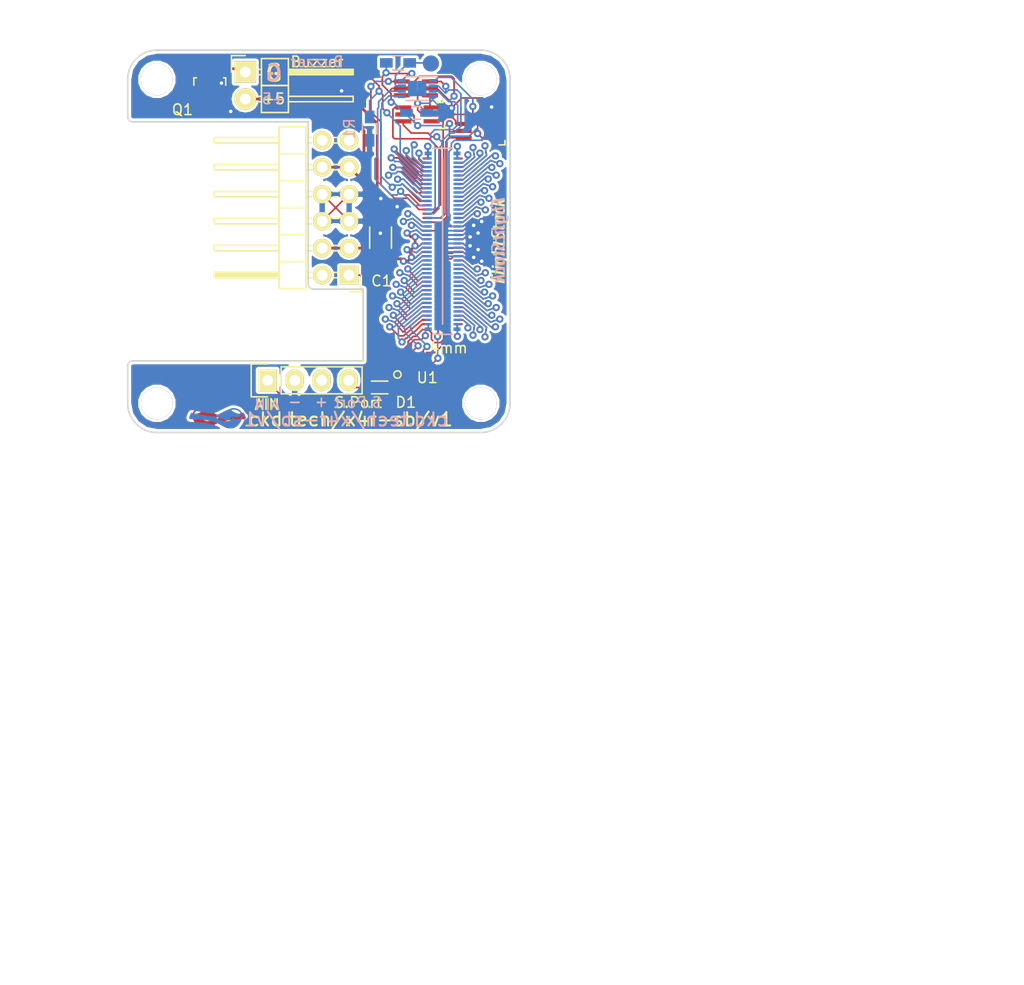
<source format=kicad_pcb>
(kicad_pcb (version 4) (host pcbnew 4.0.1-stable)
  (layers (0 F.Cu signal) (31 B.Cu signal) (34 B.Paste user) (35 F.Paste user) (36 B.SilkS user) (37 F.SilkS user) (38 B.Mask user) (39 F.Mask user) (44 Edge.Cuts user))
  (net 0 "")
  (net 1 /ExpansionPort/HEIGHT_1)
  (net 2 GNDPWR)
  (net 3 /ExpansionPort/HEIGHT_2)
  (net 4 /ExpansionPort/NEW_HEIGHT_4)
  (net 5 /ExpansionPort/HEIGHT_4)
  (net 6 "Net-(PORT_IC1-Pad7)")
  (net 7 /ExpansionPort/NEW_HEIGHT_1)
  (net 8 /ExpansionPort/NEW_HEIGHT_2)
  (net 9 +5V)
  (net 10 "Net-(D1-Pad2)")
  (net 11 /S.Port)
  (net 12 /ExpansionPort/BATT_DIV)
  (net 13 "Net-(P1-Pad3)")
  (net 14 "Net-(P2-Pad2)")
  (net 15 "Net-(P2-Pad11)")
  (net 16 /nRC_RX)
  (net 17 +3V3)
  (net 18 /ExpansionPort/i2c_SDA)
  (net 19 /ExpansionPort/i2c_SCL)
  (net 20 /ExpansionPort/SPI1_MOSI)
  (net 21 /ExpansionPort/UART1_RX)
  (net 22 /ExpansionPort/TIMG1_CH1)
  (net 23 /ExpansionPort/TIM1)
  (net 24 /ExpansionPort/SPI1_MISO)
  (net 25 /ExpansionPort/SPI1_SCK)
  (net 26 /ExpansionPort/SPI1_NSS)
  (net 27 /ExpansionPort/SPI2_MOSI)
  (net 28 /ExpansionPort/SPI2_MISO)
  (net 29 /ExpansionPort/SPI2_SCK)
  (net 30 /ExpansionPort/SPI2_NSS)
  (net 31 /ExpansionPort/SPI3_MOSI)
  (net 32 /ExpansionPort/SPI3_MISO)
  (net 33 /ExpansionPort/SPI3_SCK)
  (net 34 /ExpansionPort/SPI3_NSS)
  (net 35 /ExpansionPort/CAN_LO)
  (net 36 /ExpansionPort/CAN_HI)
  (net 37 /ExpansionPort/RESET)
  (net 38 /ExpansionPort/BOOT)
  (net 39 /ExpansionPort/SDMMC1_CMD)
  (net 40 /ExpansionPort/SDMMC1_CK)
  (net 41 /ExpansionPort/SDMMC1_D3)
  (net 42 /ExpansionPort/SDMMC1_D2)
  (net 43 /ExpansionPort/SDMMC1_D1)
  (net 44 /ExpansionPort/SDMMC1_D0)
  (net 45 /ExpansionPort/ADC2)
  (net 46 /ExpansionPort/ADC1)
  (net 47 /ExpansionPort/TIMG2_CH4)
  (net 48 /ExpansionPort/TIMG2_CH3)
  (net 49 /ExpansionPort/TIMG2_CH2)
  (net 50 /ExpansionPort/TIMG2_CH1)
  (net 51 /ExpansionPort/TIMG1_CH4)
  (net 52 /ExpansionPort/TIMG1_CH3)
  (net 53 /ExpansionPort/TIMG1_CH2)
  (net 54 /ExpansionPort/TIM2)
  (net 55 /ExpansionPort/TIM3)
  (net 56 /ExpansionPort/TIM4)
  (net 57 /ExpansionPort/GPIO1)
  (net 58 /ExpansionPort/GPIO2)
  (net 59 /ExpansionPort/GPIO3)
  (net 60 /ExpansionPort/GPIO4)
  (net 61 /ExpansionPort/GPIO5)
  (net 62 /ExpansionPort/GPIO6)
  (net 63 /ExpansionPort/3V3_0.3A_E)
  (net 64 /ExpansionPort/UART8_TX)
  (net 65 /ExpansionPort/UART8_RX)
  (net 66 /ExpansionPort/UART7_TX)
  (net 67 /ExpansionPort/UART7_RX)
  (net 68 /ExpansionPort/UART6_TX)
  (net 69 /ExpansionPort/UART6_RX)
  (net 70 /ExpansionPort/UART5_TX)
  (net 71 /ExpansionPort/UART5_RX)
  (net 72 /ExpansionPort/UART4_TX)
  (net 73 /ExpansionPort/UART4_RX)
  (net 74 /ExpansionPort/UART3_TX)
  (net 75 /ExpansionPort/UART3_RX)
  (net 76 /ExpansionPort/UART2_TX)
  (net 77 /ExpansionPort/UART2_RX)
  (net 78 /ExpansionPort/UART1_TX)
  (net 79 "Net-(PORT_OUT1-Pad28)")
  (net 80 "Net-(PORT_OUT1-Pad27)")
  (net 81 "Net-(PORT_OUT1-Pad26)")
  (net 82 "Net-(PORT_OUT1-Pad25)")
  (net 83 "Net-(P2-Pad12)")
  (net 84 "Net-(P3-Pad1)")
  (net 85 "Net-(PORT_OUT1-Pad10)")
  (module chickadee:chickadee_2mm_fcu (layer B.Cu) (at 138.45 124.66 180)
    (fp_text reference G*** hide)
    (fp_text value LOGO hide)
    (fp_poly (pts (xy -1.50211 0.956524) (xy -1.480393 0.956179) (xy -1.461445 0.95546) (xy -1.444235 0.954281) (xy -1.42773 0.952559) (xy -1.410899 0.95021) (xy -1.392708 0.94715) (xy -1.377648 0.944355) (xy -1.337289 0.935604) (xy -1.295394 0.924586) (xy -1.253941 0.911875) (xy -1.214907 0.898043) (xy -1.207105 0.89501) (xy -1.177497 0.88322) (xy -1.14844 0.871469) (xy -1.119668 0.859632) (xy -1.090917 0.847586) (xy -1.061919 0.835207) (xy -1.032409 0.822372) (xy -1.002121 0.808957) (xy -0.97079 0.794838) (xy -0.938149 0.779891) (xy -0.903933 0.763992) (xy -0.867876 0.747019) (xy -0.829712 0.728847) (xy -0.789176 0.709352) (xy -0.746001 0.688411) (xy -0.699922 0.6659) (xy -0.650673 0.641695) (xy -0.597987 0.615673) (xy -0.541601 0.58771) (xy -0.481246 0.557682) (xy -0.465667 0.549917) (xy -0.413659 0.524037) (xy -0.3656 0.500226) (xy -0.321145 0.478325) (xy -0.27995 0.458175) (xy -0.241669 0.439617) (xy -0.205957 0.422491) (xy -0.172469 0.406639) (xy -0.14086 0.391901) (xy -0.110786 0.378118) (xy -0.081901 0.365131) (xy -0.05386 0.352779) (xy -0.026318 0.340905) (xy 0.001069 0.329349) (xy 0.028648 0.317952) (xy 0.056761 0.306554) (xy 0.085756 0.294996) (xy 0.091784 0.292614) (xy 0.109241 0.285659) (xy 0.125202 0.279167) (xy 0.139121 0.273373) (xy 0.15045 0.268508) (xy 0.158645 0.264805) (xy 0.163158 0.262497) (xy 0.163869 0.261925) (xy 0.162563 0.259168) (xy 0.15818 0.253749) (xy 0.15127 0.246205) (xy 0.142385 0.237076) (xy 0.132075 0.226901) (xy 0.12089 0.216218) (xy 0.10938 0.205567) (xy 0.098096 0.195485) (xy 0.087588 0.186513) (xy 0.083204 0.182938) (xy 0.032211 0.144812) (xy -0.023145 0.108621) (xy -0.082775 0.074402) (xy -0.146594 0.04219) (xy -0.214513 0.012022) (xy -0.286445 -0.016066) (xy -0.362304 -0.04204) (xy -0.442002 -0.065862) (xy -0.525451 -0.087496) (xy -0.612565 -0.106907) (xy -0.626533 -0.109744) (xy -0.686331 -0.120927) (xy -0.742312 -0.129711) (xy -0.794846 -0.136122) (xy -0.844302 -0.140187) (xy -0.89105 -0.141931) (xy -0.935458 -0.141382) (xy -0.977897 -0.138567) (xy -0.997625 -0.136425) (xy -1.042521 -0.129163) (xy -1.083907 -0.118835) (xy -1.121726 -0.105475) (xy -1.155921 -0.089116) (xy -1.186435 -0.069792) (xy -1.213212 -0.047535) (xy -1.236195 -0.022379) (xy -1.255327 0.005643) (xy -1.26248 0.018814) (xy -1.271131 0.03793) (xy -1.27813 0.058008) (xy -1.283742 0.080053) (xy -1.28823 0.105072) (xy -1.291222 0.12819) (xy -1.292983 0.143896) (xy -1.340153 0.148008) (xy -1.354896 0.149286) (xy -1.368084 0.150417) (xy -1.378921 0.151333) (xy -1.386612 0.151967) (xy -1.390361 0.152253) (xy -1.39049 0.152259) (xy -1.392531 0.153687) (xy -1.392227 0.154714) (xy -1.393472 0.155749) (xy -1.398086 0.156013) (xy -1.404679 0.155621) (xy -1.411863 0.154688) (xy -1.418249 0.153328) (xy -1.42119 0.152325) (xy -1.424967 0.151285) (xy -1.43272 0.149598) (xy -1.443655 0.147423) (xy -1.456978 0.144915) (xy -1.471893 0.142232) (xy -1.475619 0.14158) (xy -1.531495 0.132318) (xy -1.58458 0.124519) (xy -1.636618 0.117952) (xy -1.689348 0.112382) (xy -1.705429 0.110884) (xy -1.720809 0.109791) (xy -1.739464 0.108945) (xy -1.760467 0.108347) (xy -1.782891 0.107997) (xy -1.805808 0.107895) (xy -1.828294 0.108042) (xy -1.849419 0.108438) (xy -1.868259 0.109083) (xy -1.883886 0.109978) (xy -1.892905 0.11081) (xy -1.942844 0.11743) (xy -1.991432 0.125582) (xy -2.039954 0.135532) (xy -2.089696 0.14755) (xy -2.141945 0.161904) (xy -2.152555 0.165004) (xy -2.168052 0.169659) (xy -2.179471 0.173326) (xy -2.187414 0.176244) (xy -2.192486 0.178654) (xy -2.195286 0.180796) (xy -2.196278 0.182422) (xy -2.196934 0.185928) (xy -2.198011 0.193672) (xy -2.199443 0.20508) (xy -2.201159 0.219578) (xy -2.203094 0.236591) (xy -2.205177 0.255544) (xy -2.207296 0.275418) (xy -2.209759 0.299194) (xy -2.211684 0.318571) (xy -2.213099 0.333957) (xy -2.214032 0.345756) (xy -2.214511 0.354377) (xy -2.214564 0.360224) (xy -2.214217 0.363706) (xy -2.2135 0.365227) (xy -2.213435 0.365272) (xy -2.209181 0.366841) (xy -2.202429 0.368377) (xy -2.200395 0.36872) (xy -2.192683 0.370111) (xy -2.180991 0.372482) (xy -2.166039 0.375668) (xy -2.148549 0.379505) (xy -2.12924 0.383829) (xy -2.108835 0.388477) (xy -2.088054 0.393284) (xy -2.067617 0.398086) (xy -2.048246 0.40272) (xy -2.030661 0.407021) (xy -2.017486 0.410336) (xy -1.947112 0.429097) (xy -1.88129 0.448185) (xy -1.81974 0.467695) (xy -1.762181 0.48772) (xy -1.708334 0.508354) (xy -1.657918 0.529691) (xy -1.64979 0.533339) (xy -1.601328 0.556964) (xy -1.551977 0.584213) (xy -1.502917 0.614337) (xy -1.455327 0.646583) (xy -1.410384 0.680203) (xy -1.380067 0.705061) (xy -1.367955 0.715595) (xy -1.355384 0.726849) (xy -1.342845 0.738347) (xy -1.33083 0.749616) (xy -1.319829 0.760182) (xy -1.310335 0.769571) (xy -1.302839 0.777309) (xy -1.297832 0.782923) (xy -1.295806 0.785938) (xy -1.295849 0.786262) (xy -1.29939 0.788009) (xy -1.306909 0.790668) (xy -1.317679 0.794027) (xy -1.330975 0.797871) (xy -1.346069 0.801985) (xy -1.362235 0.806155) (xy -1.369181 0.807875) (xy -1.417115 0.817755) (xy -1.465253 0.823934) (xy -1.514063 0.8264) (xy -1.564013 0.82514) (xy -1.615573 0.820143) (xy -1.66921 0.811395) (xy -1.725395 0.798885) (xy -1.726731 0.798551) (xy -1.78385 0.782272) (xy -1.838616 0.762779) (xy -1.890827 0.740229) (xy -1.940278 0.71478) (xy -1.986768 0.686589) (xy -2.030093 0.655814) (xy -2.07005 0.622612) (xy -2.106438 0.587142) (xy -2.139052 0.54956) (xy -2.167689 0.510023) (xy -2.192148 0.468691) (xy -2.212225 0.425719) (xy -2.214627 0.419704) (xy -2.222196 0.400352) (xy -2.323646 0.303798) (xy -2.342169 0.286154) (xy -2.35962 0.269503) (xy -2.375689 0.254143) (xy -2.390064 0.240373) (xy -2.402434 0.228492) (xy -2.412488 0.218798) (xy -2.419915 0.211591) (xy -2.424404 0.207168) (xy -2.425676 0.205826) (xy -2.423649 0.204596) (xy -2.417613 0.201599) (xy -2.407984 0.197029) (xy -2.395176 0.191076) (xy -2.379605 0.183931) (xy -2.361686 0.175787) (xy -2.341836 0.166835) (xy -2.320469 0.157265) (xy -2.31536 0.154987) (xy -2.204464 0.105564) (xy -2.192917 0.064272) (xy -2.187359 0.0451) (xy -2.18061 0.022941) (xy -2.173088 -0.000919) (xy -2.165209 -0.025195) (xy -2.157389 -0.048602) (xy -2.150047 -0.069855) (xy -2.143878 -0.086919) (xy -2.140142 -0.096304) (xy -2.137043 -0.102115) (xy -2.13385 -0.105417) (xy -2.129945 -0.107241) (xy -2.124938 -0.10804) (xy -2.115804 -0.108683) (xy -2.10325 -0.109172) (xy -2.087986 -0.109507) (xy -2.07072 -0.10969) (xy -2.052158 -0.109724) (xy -2.033011 -0.109608) (xy -2.013986 -0.109345) (xy -1.995791 -0.108937) (xy -1.979134 -0.108384) (xy -1.964724 -0.107689) (xy -1.953381 -0.106863) (xy -1.841649 -0.094774) (xy -1.773162 -0.085603) (xy -1.743868 -0.081189) (xy -1.718621 -0.076868) (xy -1.69664 -0.072428) (xy -1.677143 -0.067653) (xy -1.659349 -0.062331) (xy -1.642477 -0.056246) (xy -1.625745 -0.049184) (xy -1.608372 -0.040933) (xy -1.606248 -0.039873) (xy -1.567924 -0.018252) (xy -1.530341 0.007693) (xy -1.494131 0.037447) (xy -1.459927 0.070498) (xy -1.432637 0.10112) (xy -1.419981 0.116365) (xy -1.419981 0.108013) (xy -1.419288 0.097812) (xy -1.417375 0.0842) (xy -1.414488 0.068376) (xy -1.410873 0.051538) (xy -1.406778 0.034886) (xy -1.40245 0.019619) (xy -1.400595 0.013827) (xy -1.384555 -0.026904) (xy -1.364678 -0.064716) (xy -1.341022 -0.099558) (xy -1.31365 -0.131374) (xy -1.28262 -0.160111) (xy -1.247994 -0.185717) (xy -1.209832 -0.208137) (xy -1.168195 -0.227319) (xy -1.123143 -0.243209) (xy -1.103086 -0.248923) (xy -1.067259 -0.257339) (xy -1.030385 -0.263721) (xy -0.991593 -0.268166) (xy -0.950012 -0.270775) (xy -0.904772 -0.271646) (xy -0.903514 -0.271647) (xy -0.868422 -0.271229) (xy -0.834337 -0.269929) (xy -0.800467 -0.267658) (xy -0.766018 -0.264326) (xy -0.730197 -0.259845) (xy -0.69221 -0.254126) (xy -0.651265 -0.24708) (xy -0.606567 -0.238618) (xy -0.603552 -0.238025) (xy -0.518906 -0.219934) (xy -0.436963 -0.199615) (xy -0.357888 -0.177142) (xy -0.281847 -0.152591) (xy -0.209005 -0.126036) (xy -0.139526 -0.097553) (xy -0.073576 -0.067216) (xy -0.01132 -0.035101) (xy 0.047077 -0.001282) (xy 0.10145 0.034166) (xy 0.151633 0.071167) (xy 0.197462 0.109648) (xy 0.22981 0.140368) (xy 0.240875 0.151786) (xy 0.252189 0.163971) (xy 0.262638 0.175689) (xy 0.271104 0.185706) (xy 0.273352 0.188531) (xy 0.280273 0.197406) (xy 0.286408 0.205246) (xy 0.290943 0.211011) (xy 0.292705 0.213225) (xy 0.294587 0.215251) (xy 0.29687 0.216314) (xy 0.300577 0.216409) (xy 0.306727 0.21553) (xy 0.316345 0.213671) (xy 0.319314 0.213071) (xy 0.390473 0.201114) (xy 0.462069 0.193949) (xy 0.534224 0.191568) (xy 0.607057 0.193965) (xy 0.618067 0.194738) (xy 0.67588 0.199585) (xy 0.738159 0.205779) (xy 0.80473 0.21329) (xy 0.87542 0.222088) (xy 0.950056 0.232142) (xy 1.028464 0.243424) (xy 1.110473 0.255903) (xy 1.195908 0.26955) (xy 1.284598 0.284333) (xy 1.376368 0.300224) (xy 1.471045 0.317192) (xy 1.568458 0.335208) (xy 1.668432 0.354242) (xy 1.770795 0.374263) (xy 1.875373 0.395241) (xy 1.981995 0.417148) (xy 2.090485 0.439952) (xy 2.200672 0.463624) (xy 2.305352 0.486577) (xy 2.335862 0.493334) (xy 2.362069 0.499017) (xy 2.384406 0.503534) (xy 2.403307 0.506792) (xy 2.419208 0.5087) (xy 2.432541 0.509165) (xy 2.44374 0.508095) (xy 2.45324 0.505397) (xy 2.461475 0.50098) (xy 2.468879 0.494751) (xy 2.475886 0.486618) (xy 2.482929 0.476489) (xy 2.490443 0.464271) (xy 2.498862 0.449872) (xy 2.501797 0.444826) (xy 2.527352 0.399722) (xy 2.551306 0.354979) (xy 2.573386 0.311167) (xy 2.593323 0.268858) (xy 2.610844 0.228621) (xy 2.62568 0.191027) (xy 2.635187 0.163982) (xy 2.645789 0.128042) (xy 2.653137 0.094502) (xy 2.657251 0.063519) (xy 2.65815 0.03525) (xy 2.655853 0.00985) (xy 2.650378 -0.012523) (xy 2.641744 -0.031713) (xy 2.629969 -0.047563) (xy 2.615074 -0.059917) (xy 2.607857 -0.064043) (xy 2.600908 -0.067306) (xy 2.593331 -0.070302) (xy 2.584879 -0.073051) (xy 2.575307 -0.075572) (xy 2.564372 -0.077884) (xy 2.551826 -0.080007) (xy 2.537427 -0.08196) (xy 2.520927 -0.083761) (xy 2.502084 -0.085431) (xy 2.48065 -0.086989) (xy 2.456383 -0.088454) (xy 2.429035 -0.089845) (xy 2.398363 -0.091181) (xy 2.364121 -0.092483) (xy 2.326065 -0.093769) (xy 2.283949 -0.095058) (xy 2.237529 -0.09637) (xy 2.186558 -0.097724) (xy 2.177143 -0.097967) (xy 2.093433 -0.100256) (xy 2.014179 -0.102711) (xy 1.938999 -0.105352) (xy 1.867513 -0.108202) (xy 1.79934 -0.111281) (xy 1.734099 -0.114609) (xy 1.671411 -0.118209) (xy 1.610893 -0.122101) (xy 1.552165 -0.126306) (xy 1.494847 -0.130846) (xy 1.438558 -0.13574) (xy 1.382917 -0.141011) (xy 1.364343 -0.142866) (xy 1.276092 -0.15235) (xy 1.190744 -0.162702) (xy 1.107787 -0.174038) (xy 1.026707 -0.186474) (xy 0.946991 -0.200127) (xy 0.868125 -0.215112) (xy 0.789598 -0.231546) (xy 0.710894 -0.249545) (xy 0.631502 -0.269225) (xy 0.550908 -0.290703) (xy 0.468599 -0.314095) (xy 0.384062 -0.339516) (xy 0.296783 -0.367083) (xy 0.206249 -0.396912) (xy 0.134257 -0.421406) (xy 0.100067 -0.433412) (xy 0.067474 -0.445361) (xy 0.036018 -0.457474) (xy 0.005241 -0.469971) (xy -0.025317 -0.48307) (xy -0.056114 -0.496991) (xy -0.08761 -0.511955) (xy -0.120264 -0.52818) (xy -0.154534 -0.545887) (xy -0.19088 -0.565295) (xy -0.229761 -0.586623) (xy -0.271635 -0.610092) (xy -0.316962 -0.63592) (xy -0.33141 -0.644224) (xy -0.371607 -0.667353) (xy -0.40793 -0.688218) (xy -0.440685 -0.706989) (xy -0.47018 -0.723834) (xy -0.496721 -0.738923) (xy -0.520614 -0.752425) (xy -0.542168 -0.76451) (xy -0.561689 -0.775347) (xy -0.579484 -0.785105) (xy -0.59586 -0.793953) (xy -0.611124 -0.802061) (xy -0.625583 -0.809598) (xy -0.639543 -0.816734) (xy -0.653313 -0.823637) (xy -0.667198 -0.830478) (xy -0.681506 -0.837425) (xy -0.682761 -0.838031) (xy -0.729005 -0.859588) (xy -0.772629 -0.878276) (xy -0.814572 -0.894365) (xy -0.855777 -0.908123) (xy -0.897182 -0.919819) (xy -0.93973 -0.929722) (xy -0.984361 -0.938101) (xy -1.032015 -0.945226) (xy -1.076476 -0.950592) (xy -1.104581 -0.95317) (xy -1.136087 -0.9552) (xy -1.169583 -0.956643) (xy -1.20366 -0.957463) (xy -1.236906 -0.957622) (xy -1.267912 -0.957082) (xy -1.288143 -0.956234) (xy -1.342689 -0.951679) (xy -1.397859 -0.944053) (xy -1.452838 -0.933561) (xy -1.506811 -0.920409) (xy -1.558964 -0.904801) (xy -1.608482 -0.886941) (xy -1.654549 -0.867036) (xy -1.666966 -0.861) (xy -1.722495 -0.830655) (xy -1.776819 -0.795709) (xy -1.829841 -0.75627) (xy -1.881466 -0.712446) (xy -1.931598 -0.664345) (xy -1.980141 -0.612076) (xy -2.026999 -0.555746) (xy -2.072076 -0.495465) (xy -2.115277 -0.431339) (xy -2.156505 -0.363477) (xy -2.195665 -0.291987) (xy -2.226585 -0.229852) (xy -2.23916 -0.202482) (xy -2.251243 -0.174118) (xy -2.263182 -0.143873) (xy -2.275324 -0.110861) (xy -2.288016 -0.074197) (xy -2.290995 -0.065315) (xy -2.296254 -0.049237) (xy -2.301811 -0.03169) (xy -2.307423 -0.01349) (xy -2.312851 0.004544) (xy -2.317851 0.021595) (xy -2.322182 0.036844) (xy -2.325603 0.049475) (xy -2.327871 0.05867) (xy -2.328427 0.061331) (xy -2.329914 0.069259) (xy -2.470221 0.125878) (xy -2.494893 0.135852) (xy -2.518212 0.145313) (xy -2.539795 0.154103) (xy -2.559259 0.162066) (xy -2.576219 0.169042) (xy -2.590293 0.174875) (xy -2.601096 0.179405) (xy -2.608246 0.182476) (xy -2.611359 0.18393) (xy -2.611461 0.184007) (xy -2.609856 0.185824) (xy -2.604918 0.190594) (xy -2.596929 0.198059) (xy -2.586175 0.207961) (xy -2.572939 0.22004) (xy -2.557506 0.234038) (xy -2.540159 0.249697) (xy -2.521184 0.266757) (xy -2.500863 0.284961) (xy -2.483461 0.300501) (xy -2.458764 0.322533) (xy -2.437429 0.341591) (xy -2.419202 0.35792) (xy -2.40383 0.371761) (xy -2.39106 0.383358) (xy -2.380639 0.392954) (xy -2.372314 0.400791) (xy -2.365831 0.407113) (xy -2.360938 0.412161) (xy -2.357381 0.41618) (xy -2.354908 0.419412) (xy -2.353264 0.422099) (xy -2.352198 0.424485) (xy -2.351455 0.426813) (xy -2.351329 0.42727) (xy -2.346934 0.441361) (xy -2.340693 0.45847) (xy -2.333101 0.477383) (xy -2.324658 0.496886) (xy -2.315859 0.515765) (xy -2.311337 0.524877) (xy -2.289087 0.564792) (xy -2.263559 0.603278) (xy -2.234286 0.640972) (xy -2.200801 0.678512) (xy -2.191788 0.687875) (xy -2.153725 0.724587) (xy -2.114448 0.757833) (xy -2.07313 0.788207) (xy -2.028948 0.816304) (xy -1.981076 0.842717) (xy -1.966686 0.849998) (xy -1.92002 0.871853) (xy -1.873382 0.89094) (xy -1.825929 0.907515) (xy -1.776818 0.921834) (xy -1.725208 0.934154) (xy -1.670255 0.944731) (xy -1.638391 0.949884) (xy -1.624789 0.951886) (xy -1.612907 0.95344) (xy -1.601787 0.954603) (xy -1.590472 0.955434) (xy -1.578005 0.955989) (xy -1.56343 0.956328) (xy -1.545789 0.956507) (xy -1.527629 0.956577) (xy -1.50211 0.956524)) (layer B.Cu) (width 0.01))
  )
  (module flightstack:flightstack-8mm (layer B.Cu) (at 165.04 107.93 270)
    (fp_text reference G*** hide)
    (fp_text value LOGO hide)
  )
  (module 8-XFDFN (layer F.Cu) (at 156.57 119.29)
    (fp_text reference U1 (at 1.64 1.55) (layer F.SilkS))
    (fp_text value SN74AUP3G06)
    (pad 1 smd rect (at -0.525 0.335) (size 0.2 0.53) (layers F.Cu F.Paste F.Mask) (net 16 /nRC_RX) (clearance 0.139446))
    (pad 2 smd rect (at -0.175 0.335) (size 0.2 0.53) (layers F.Cu F.Paste F.Mask) (net 10 "Net-(D1-Pad2)") (clearance 0.139446))
    (pad 3 smd rect (at 0.175 0.335) (size 0.2 0.53) (layers F.Cu F.Paste F.Mask) (net 11 /S.Port) (clearance 0.139446))
    (pad 4 smd rect (at 0.525 0.335) (size 0.2 0.53) (layers F.Cu F.Paste F.Mask) (net 2 GNDPWR) (clearance 0.139446))
    (pad 5 smd rect (at 0.525 -0.335) (size 0.2 0.53) (layers F.Cu F.Paste F.Mask) (net 77 /ExpansionPort/UART2_RX) (clearance 0.139446))
    (pad 6 smd rect (at 0.175 -0.335) (size 0.2 0.53) (layers F.Cu F.Paste F.Mask) (net 76 /ExpansionPort/UART2_TX) (clearance 0.139446))
    (pad 7 smd rect (at -0.175 -0.335) (size 0.2 0.53) (layers F.Cu F.Paste F.Mask) (net 21 /ExpansionPort/UART1_RX) (clearance 0.139446))
    (pad 8 smd rect (at -0.525 -0.335) (size 0.2 0.53) (layers F.Cu F.Paste F.Mask) (net 17 +3V3) (clearance 0.139446))
  )
  (module DF40-80pin-Header (layer B.Cu) (at 159.65 108)
    (fp_text reference PORT_IN1 hide)
    (fp_text value CKD_SANDWICH hide)
    (pad 80 smd rect (at 1.355 7.8) (size 0.66 0.23) (layers B.Cu B.Paste B.Mask) (net 20 /ExpansionPort/SPI1_MOSI))
    (pad 40 smd rect (at -1.355 7.8) (size 0.66 0.23) (layers B.Cu B.Paste B.Mask) (net 21 /ExpansionPort/UART1_RX))
    (pad 41 smd rect (at 1.355 -7.8) (size 0.66 0.23) (layers B.Cu B.Paste B.Mask) (net 22 /ExpansionPort/TIMG1_CH1))
    (pad 1 smd rect (at -1.355 -7.8) (size 0.66 0.23) (layers B.Cu B.Paste B.Mask) (net 23 /ExpansionPort/TIM1))
    (pad 79 smd rect (at 1.355 7.4) (size 0.66 0.23) (layers B.Cu B.Paste B.Mask) (net 24 /ExpansionPort/SPI1_MISO))
    (pad 78 smd rect (at 1.355 7) (size 0.66 0.23) (layers B.Cu B.Paste B.Mask) (net 25 /ExpansionPort/SPI1_SCK))
    (pad 77 smd rect (at 1.355 6.6) (size 0.66 0.23) (layers B.Cu B.Paste B.Mask) (net 26 /ExpansionPort/SPI1_NSS))
    (pad 76 smd rect (at 1.355 6.2) (size 0.66 0.23) (layers B.Cu B.Paste B.Mask) (net 27 /ExpansionPort/SPI2_MOSI))
    (pad 75 smd rect (at 1.355 5.8) (size 0.66 0.23) (layers B.Cu B.Paste B.Mask) (net 28 /ExpansionPort/SPI2_MISO))
    (pad 74 smd rect (at 1.355 5.4) (size 0.66 0.23) (layers B.Cu B.Paste B.Mask) (net 29 /ExpansionPort/SPI2_SCK))
    (pad 73 smd rect (at 1.355 5) (size 0.66 0.23) (layers B.Cu B.Paste B.Mask) (net 30 /ExpansionPort/SPI2_NSS))
    (pad 72 smd rect (at 1.355 4.6) (size 0.66 0.23) (layers B.Cu B.Paste B.Mask) (net 31 /ExpansionPort/SPI3_MOSI))
    (pad 71 smd rect (at 1.355 4.2) (size 0.66 0.23) (layers B.Cu B.Paste B.Mask) (net 32 /ExpansionPort/SPI3_MISO))
    (pad 70 smd rect (at 1.355 3.8) (size 0.66 0.23) (layers B.Cu B.Paste B.Mask) (net 33 /ExpansionPort/SPI3_SCK))
    (pad 69 smd rect (at 1.355 3.4) (size 0.66 0.23) (layers B.Cu B.Paste B.Mask) (net 34 /ExpansionPort/SPI3_NSS))
    (pad 68 smd rect (at 1.355 3) (size 0.66 0.23) (layers B.Cu B.Paste B.Mask) (net 35 /ExpansionPort/CAN_LO))
    (pad 67 smd rect (at 1.355 2.6) (size 0.66 0.23) (layers B.Cu B.Paste B.Mask) (net 36 /ExpansionPort/CAN_HI))
    (pad 66 smd rect (at 1.355 2.2) (size 0.66 0.23) (layers B.Cu B.Paste B.Mask) (net 37 /ExpansionPort/RESET))
    (pad 65 smd rect (at 1.355 1.8) (size 0.66 0.23) (layers B.Cu B.Paste B.Mask) (net 38 /ExpansionPort/BOOT))
    (pad 64 smd rect (at 1.355 1.4) (size 0.66 0.23) (layers B.Cu B.Paste B.Mask) (net 2 GNDPWR))
    (pad 63 smd rect (at 1.355 1) (size 0.66 0.23) (layers B.Cu B.Paste B.Mask) (net 2 GNDPWR))
    (pad 62 smd rect (at 1.355 0.6) (size 0.66 0.23) (layers B.Cu B.Paste B.Mask) (net 2 GNDPWR))
    (pad 61 smd rect (at 1.355 0.2) (size 0.66 0.23) (layers B.Cu B.Paste B.Mask) (net 2 GNDPWR))
    (pad 60 smd rect (at 1.355 -0.2) (size 0.66 0.23) (layers B.Cu B.Paste B.Mask) (net 2 GNDPWR))
    (pad 59 smd rect (at 1.355 -0.6) (size 0.66 0.23) (layers B.Cu B.Paste B.Mask) (net 2 GNDPWR))
    (pad 58 smd rect (at 1.355 -1) (size 0.66 0.23) (layers B.Cu B.Paste B.Mask) (net 2 GNDPWR))
    (pad 57 smd rect (at 1.355 -1.4) (size 0.66 0.23) (layers B.Cu B.Paste B.Mask) (net 2 GNDPWR))
    (pad 56 smd rect (at 1.355 -1.8) (size 0.66 0.23) (layers B.Cu B.Paste B.Mask) (net 39 /ExpansionPort/SDMMC1_CMD))
    (pad 55 smd rect (at 1.355 -2.2) (size 0.66 0.23) (layers B.Cu B.Paste B.Mask) (net 40 /ExpansionPort/SDMMC1_CK))
    (pad 54 smd rect (at 1.355 -2.6) (size 0.66 0.23) (layers B.Cu B.Paste B.Mask) (net 41 /ExpansionPort/SDMMC1_D3))
    (pad 53 smd rect (at 1.355 -3) (size 0.66 0.23) (layers B.Cu B.Paste B.Mask) (net 42 /ExpansionPort/SDMMC1_D2))
    (pad 52 smd rect (at 1.355 -3.4) (size 0.66 0.23) (layers B.Cu B.Paste B.Mask) (net 43 /ExpansionPort/SDMMC1_D1))
    (pad 51 smd rect (at 1.355 -3.8) (size 0.66 0.23) (layers B.Cu B.Paste B.Mask) (net 44 /ExpansionPort/SDMMC1_D0))
    (pad 50 smd rect (at 1.355 -4.2) (size 0.66 0.23) (layers B.Cu B.Paste B.Mask) (net 45 /ExpansionPort/ADC2))
    (pad 49 smd rect (at 1.355 -4.6) (size 0.66 0.23) (layers B.Cu B.Paste B.Mask) (net 46 /ExpansionPort/ADC1))
    (pad 48 smd rect (at 1.355 -5) (size 0.66 0.23) (layers B.Cu B.Paste B.Mask) (net 47 /ExpansionPort/TIMG2_CH4))
    (pad 47 smd rect (at 1.355 -5.4) (size 0.66 0.23) (layers B.Cu B.Paste B.Mask) (net 48 /ExpansionPort/TIMG2_CH3))
    (pad 46 smd rect (at 1.355 -5.8) (size 0.66 0.23) (layers B.Cu B.Paste B.Mask) (net 49 /ExpansionPort/TIMG2_CH2))
    (pad 45 smd rect (at 1.355 -6.2) (size 0.66 0.23) (layers B.Cu B.Paste B.Mask) (net 50 /ExpansionPort/TIMG2_CH1))
    (pad 44 smd rect (at 1.355 -6.6) (size 0.66 0.23) (layers B.Cu B.Paste B.Mask) (net 51 /ExpansionPort/TIMG1_CH4))
    (pad 43 smd rect (at 1.355 -7) (size 0.66 0.23) (layers B.Cu B.Paste B.Mask) (net 52 /ExpansionPort/TIMG1_CH3))
    (pad 42 smd rect (at 1.355 -7.4) (size 0.66 0.23) (layers B.Cu B.Paste B.Mask) (net 53 /ExpansionPort/TIMG1_CH2))
    (pad 41 smd rect (at 1.355 -8.2) (size 0.66 0.35) (drill (offset 0 -0.075)) (layers B.Cu B.Paste B.Mask) (net 22 /ExpansionPort/TIMG1_CH1))
    (pad 1 smd rect (at -1.355 -8.2) (size 0.66 0.35) (drill (offset 0 -0.075)) (layers B.Cu B.Paste B.Mask) (net 23 /ExpansionPort/TIM1))
    (pad 80 smd rect (at 1.355 8.2) (size 0.66 0.35) (drill (offset 0 0.075)) (layers B.Cu B.Paste B.Mask) (net 20 /ExpansionPort/SPI1_MOSI))
    (pad 40 smd rect (at -1.355 8.2) (size 0.66 0.35) (drill (offset 0 0.075)) (layers B.Cu B.Paste B.Mask) (net 21 /ExpansionPort/UART1_RX))
    (pad 2 smd rect (at -1.355 -7.4) (size 0.66 0.23) (layers B.Cu B.Paste B.Mask) (net 54 /ExpansionPort/TIM2))
    (pad 3 smd rect (at -1.355 -7) (size 0.66 0.23) (layers B.Cu B.Paste B.Mask) (net 55 /ExpansionPort/TIM3))
    (pad 4 smd rect (at -1.355 -6.6) (size 0.66 0.23) (layers B.Cu B.Paste B.Mask) (net 56 /ExpansionPort/TIM4))
    (pad 5 smd rect (at -1.355 -6.2) (size 0.66 0.23) (layers B.Cu B.Paste B.Mask) (net 57 /ExpansionPort/GPIO1))
    (pad 6 smd rect (at -1.355 -5.8) (size 0.66 0.23) (layers B.Cu B.Paste B.Mask) (net 58 /ExpansionPort/GPIO2))
    (pad 7 smd rect (at -1.355 -5.4) (size 0.66 0.23) (layers B.Cu B.Paste B.Mask) (net 59 /ExpansionPort/GPIO3))
    (pad 8 smd rect (at -1.355 -5) (size 0.66 0.23) (layers B.Cu B.Paste B.Mask) (net 60 /ExpansionPort/GPIO4))
    (pad 9 smd rect (at -1.355 -4.6) (size 0.66 0.23) (layers B.Cu B.Paste B.Mask) (net 61 /ExpansionPort/GPIO5))
    (pad 10 smd rect (at -1.355 -4.2) (size 0.66 0.23) (layers B.Cu B.Paste B.Mask) (net 62 /ExpansionPort/GPIO6))
    (pad 11 smd rect (at -1.355 -3.8) (size 0.66 0.23) (layers B.Cu B.Paste B.Mask) (net 18 /ExpansionPort/i2c_SDA))
    (pad 12 smd rect (at -1.355 -3.4) (size 0.66 0.23) (layers B.Cu B.Paste B.Mask) (net 19 /ExpansionPort/i2c_SCL))
    (pad 13 smd rect (at -1.355 -3) (size 0.66 0.23) (layers B.Cu B.Paste B.Mask) (net 5 /ExpansionPort/HEIGHT_4))
    (pad 14 smd rect (at -1.355 -2.6) (size 0.66 0.23) (layers B.Cu B.Paste B.Mask) (net 3 /ExpansionPort/HEIGHT_2))
    (pad 15 smd rect (at -1.355 -2.2) (size 0.66 0.23) (layers B.Cu B.Paste B.Mask) (net 1 /ExpansionPort/HEIGHT_1))
    (pad 16 smd rect (at -1.355 -1.8) (size 0.66 0.23) (layers B.Cu B.Paste B.Mask) (net 17 +3V3))
    (pad 17 smd rect (at -1.355 -1.4) (size 0.66 0.23) (layers B.Cu B.Paste B.Mask) (net 63 /ExpansionPort/3V3_0.3A_E))
    (pad 18 smd rect (at -1.355 -1) (size 0.66 0.23) (layers B.Cu B.Paste B.Mask) (net 12 /ExpansionPort/BATT_DIV))
    (pad 19 smd rect (at -1.355 -0.6) (size 0.66 0.23) (layers B.Cu B.Paste B.Mask) (net 9 +5V))
    (pad 20 smd rect (at -1.355 -0.2) (size 0.66 0.23) (layers B.Cu B.Paste B.Mask) (net 9 +5V))
    (pad 21 smd rect (at -1.355 0.2) (size 0.66 0.23) (layers B.Cu B.Paste B.Mask) (net 9 +5V))
    (pad 22 smd rect (at -1.355 0.6) (size 0.66 0.23) (layers B.Cu B.Paste B.Mask) (net 9 +5V))
    (pad 23 smd rect (at -1.355 1) (size 0.66 0.23) (layers B.Cu B.Paste B.Mask) (net 9 +5V))
    (pad 24 smd rect (at -1.355 1.4) (size 0.66 0.23) (layers B.Cu B.Paste B.Mask) (net 9 +5V))
    (pad 25 smd rect (at -1.355 1.8) (size 0.66 0.23) (layers B.Cu B.Paste B.Mask) (net 64 /ExpansionPort/UART8_TX))
    (pad 26 smd rect (at -1.355 2.2) (size 0.66 0.23) (layers B.Cu B.Paste B.Mask) (net 65 /ExpansionPort/UART8_RX))
    (pad 27 smd rect (at -1.355 2.6) (size 0.66 0.23) (layers B.Cu B.Paste B.Mask) (net 66 /ExpansionPort/UART7_TX))
    (pad 28 smd rect (at -1.355 3) (size 0.66 0.23) (layers B.Cu B.Paste B.Mask) (net 67 /ExpansionPort/UART7_RX))
    (pad 29 smd rect (at -1.355 3.4) (size 0.66 0.23) (layers B.Cu B.Paste B.Mask) (net 68 /ExpansionPort/UART6_TX))
    (pad 30 smd rect (at -1.355 3.8) (size 0.66 0.23) (layers B.Cu B.Paste B.Mask) (net 69 /ExpansionPort/UART6_RX))
    (pad 31 smd rect (at -1.355 4.2) (size 0.66 0.23) (layers B.Cu B.Paste B.Mask) (net 70 /ExpansionPort/UART5_TX))
    (pad 32 smd rect (at -1.355 4.6) (size 0.66 0.23) (layers B.Cu B.Paste B.Mask) (net 71 /ExpansionPort/UART5_RX))
    (pad 33 smd rect (at -1.355 5) (size 0.66 0.23) (layers B.Cu B.Paste B.Mask) (net 72 /ExpansionPort/UART4_TX))
    (pad 34 smd rect (at -1.355 5.4) (size 0.66 0.23) (layers B.Cu B.Paste B.Mask) (net 73 /ExpansionPort/UART4_RX))
    (pad 35 smd rect (at -1.355 5.8) (size 0.66 0.23) (layers B.Cu B.Paste B.Mask) (net 74 /ExpansionPort/UART3_TX))
    (pad 36 smd rect (at -1.355 6.2) (size 0.66 0.23) (layers B.Cu B.Paste B.Mask) (net 75 /ExpansionPort/UART3_RX))
    (pad 37 smd rect (at -1.355 6.6) (size 0.66 0.23) (layers B.Cu B.Paste B.Mask) (net 76 /ExpansionPort/UART2_TX))
    (pad 38 smd rect (at -1.355 7) (size 0.66 0.23) (layers B.Cu B.Paste B.Mask) (net 77 /ExpansionPort/UART2_RX))
    (pad 39 smd rect (at -1.355 7.4) (size 0.66 0.23) (layers B.Cu B.Paste B.Mask) (net 78 /ExpansionPort/UART1_TX))
  )
  (module DF40-3-4mm-80pin-Receptacle (layer F.Cu) (at 159.65 108)
    (fp_text reference PORT_OUT1 hide)
    (fp_text value CKD_SANDWICH hide)
    (pad 41 smd rect (at 1.54 -7.8) (size 0.7 0.2) (layers F.Cu F.Paste F.Mask) (net 22 /ExpansionPort/TIMG1_CH1))
    (pad 42 smd rect (at 1.54 -7.4) (size 0.7 0.2) (layers F.Cu F.Paste F.Mask) (net 53 /ExpansionPort/TIMG1_CH2))
    (pad 43 smd rect (at 1.54 -7) (size 0.7 0.2) (layers F.Cu F.Paste F.Mask) (net 52 /ExpansionPort/TIMG1_CH3))
    (pad 44 smd rect (at 1.54 -6.6) (size 0.7 0.2) (layers F.Cu F.Paste F.Mask) (net 51 /ExpansionPort/TIMG1_CH4))
    (pad 45 smd rect (at 1.54 -6.2) (size 0.7 0.2) (layers F.Cu F.Paste F.Mask) (net 50 /ExpansionPort/TIMG2_CH1))
    (pad 46 smd rect (at 1.54 -5.8) (size 0.7 0.2) (layers F.Cu F.Paste F.Mask) (net 49 /ExpansionPort/TIMG2_CH2))
    (pad 47 smd rect (at 1.54 -5.4) (size 0.7 0.2) (layers F.Cu F.Paste F.Mask) (net 48 /ExpansionPort/TIMG2_CH3))
    (pad 48 smd rect (at 1.54 -5) (size 0.7 0.2) (layers F.Cu F.Paste F.Mask) (net 47 /ExpansionPort/TIMG2_CH4))
    (pad 49 smd rect (at 1.54 -4.6) (size 0.7 0.2) (layers F.Cu F.Paste F.Mask) (net 46 /ExpansionPort/ADC1))
    (pad 50 smd rect (at 1.54 -4.2) (size 0.7 0.2) (layers F.Cu F.Paste F.Mask) (net 45 /ExpansionPort/ADC2))
    (pad 60 smd rect (at 1.54 -0.2) (size 0.7 0.2) (layers F.Cu F.Paste F.Mask) (net 2 GNDPWR))
    (pad 59 smd rect (at 1.54 -0.6) (size 0.7 0.2) (layers F.Cu F.Paste F.Mask) (net 2 GNDPWR))
    (pad 58 smd rect (at 1.54 -1) (size 0.7 0.2) (layers F.Cu F.Paste F.Mask) (net 2 GNDPWR))
    (pad 57 smd rect (at 1.54 -1.4) (size 0.7 0.2) (layers F.Cu F.Paste F.Mask) (net 2 GNDPWR))
    (pad 56 smd rect (at 1.54 -1.8) (size 0.7 0.2) (layers F.Cu F.Paste F.Mask) (net 39 /ExpansionPort/SDMMC1_CMD))
    (pad 55 smd rect (at 1.54 -2.2) (size 0.7 0.2) (layers F.Cu F.Paste F.Mask) (net 40 /ExpansionPort/SDMMC1_CK))
    (pad 54 smd rect (at 1.54 -2.6) (size 0.7 0.2) (layers F.Cu F.Paste F.Mask) (net 41 /ExpansionPort/SDMMC1_D3))
    (pad 53 smd rect (at 1.54 -3) (size 0.7 0.2) (layers F.Cu F.Paste F.Mask) (net 42 /ExpansionPort/SDMMC1_D2))
    (pad 52 smd rect (at 1.54 -3.4) (size 0.7 0.2) (layers F.Cu F.Paste F.Mask) (net 43 /ExpansionPort/SDMMC1_D1))
    (pad 51 smd rect (at 1.54 -3.8) (size 0.7 0.2) (layers F.Cu F.Paste F.Mask) (net 44 /ExpansionPort/SDMMC1_D0))
    (pad 61 smd rect (at 1.54 0.2) (size 0.7 0.2) (layers F.Cu F.Paste F.Mask) (net 2 GNDPWR))
    (pad 62 smd rect (at 1.54 0.6) (size 0.7 0.2) (layers F.Cu F.Paste F.Mask) (net 2 GNDPWR))
    (pad 63 smd rect (at 1.54 1) (size 0.7 0.2) (layers F.Cu F.Paste F.Mask) (net 2 GNDPWR))
    (pad 64 smd rect (at 1.54 1.4) (size 0.7 0.2) (layers F.Cu F.Paste F.Mask) (net 2 GNDPWR))
    (pad 65 smd rect (at 1.54 1.8) (size 0.7 0.2) (layers F.Cu F.Paste F.Mask) (net 38 /ExpansionPort/BOOT))
    (pad 66 smd rect (at 1.54 2.2) (size 0.7 0.2) (layers F.Cu F.Paste F.Mask) (net 37 /ExpansionPort/RESET))
    (pad 67 smd rect (at 1.54 2.6) (size 0.7 0.2) (layers F.Cu F.Paste F.Mask) (net 36 /ExpansionPort/CAN_HI))
    (pad 68 smd rect (at 1.54 3) (size 0.7 0.2) (layers F.Cu F.Paste F.Mask) (net 35 /ExpansionPort/CAN_LO))
    (pad 69 smd rect (at 1.54 3.4) (size 0.7 0.2) (layers F.Cu F.Paste F.Mask) (net 34 /ExpansionPort/SPI3_NSS))
    (pad 70 smd rect (at 1.54 3.8) (size 0.7 0.2) (layers F.Cu F.Paste F.Mask) (net 33 /ExpansionPort/SPI3_SCK))
    (pad 80 smd rect (at 1.54 7.8) (size 0.7 0.2) (layers F.Cu F.Paste F.Mask) (net 20 /ExpansionPort/SPI1_MOSI))
    (pad 79 smd rect (at 1.54 7.4) (size 0.7 0.2) (layers F.Cu F.Paste F.Mask) (net 24 /ExpansionPort/SPI1_MISO))
    (pad 78 smd rect (at 1.54 7) (size 0.7 0.2) (layers F.Cu F.Paste F.Mask) (net 25 /ExpansionPort/SPI1_SCK))
    (pad 77 smd rect (at 1.54 6.6) (size 0.7 0.2) (layers F.Cu F.Paste F.Mask) (net 26 /ExpansionPort/SPI1_NSS))
    (pad 76 smd rect (at 1.54 6.2) (size 0.7 0.2) (layers F.Cu F.Paste F.Mask) (net 27 /ExpansionPort/SPI2_MOSI))
    (pad 75 smd rect (at 1.54 5.8) (size 0.7 0.2) (layers F.Cu F.Paste F.Mask) (net 28 /ExpansionPort/SPI2_MISO))
    (pad 74 smd rect (at 1.54 5.4) (size 0.7 0.2) (layers F.Cu F.Paste F.Mask) (net 29 /ExpansionPort/SPI2_SCK))
    (pad 73 smd rect (at 1.54 5) (size 0.7 0.2) (layers F.Cu F.Paste F.Mask) (net 30 /ExpansionPort/SPI2_NSS))
    (pad 72 smd rect (at 1.54 4.6) (size 0.7 0.2) (layers F.Cu F.Paste F.Mask) (net 31 /ExpansionPort/SPI3_MOSI))
    (pad 71 smd rect (at 1.54 4.2) (size 0.7 0.2) (layers F.Cu F.Paste F.Mask) (net 32 /ExpansionPort/SPI3_MISO))
    (pad 31 smd rect (at -1.54 4.2) (size 0.7 0.2) (layers F.Cu F.Paste F.Mask) (net 66 /ExpansionPort/UART7_TX))
    (pad 32 smd rect (at -1.54 4.6) (size 0.7 0.2) (layers F.Cu F.Paste F.Mask) (net 67 /ExpansionPort/UART7_RX))
    (pad 33 smd rect (at -1.54 5) (size 0.7 0.2) (layers F.Cu F.Paste F.Mask) (net 68 /ExpansionPort/UART6_TX))
    (pad 34 smd rect (at -1.54 5.4) (size 0.7 0.2) (layers F.Cu F.Paste F.Mask) (net 69 /ExpansionPort/UART6_RX))
    (pad 35 smd rect (at -1.54 5.8) (size 0.7 0.2) (layers F.Cu F.Paste F.Mask) (net 70 /ExpansionPort/UART5_TX))
    (pad 36 smd rect (at -1.54 6.2) (size 0.7 0.2) (layers F.Cu F.Paste F.Mask) (net 71 /ExpansionPort/UART5_RX))
    (pad 37 smd rect (at -1.54 6.6) (size 0.7 0.2) (layers F.Cu F.Paste F.Mask) (net 72 /ExpansionPort/UART4_TX))
    (pad 38 smd rect (at -1.54 7) (size 0.7 0.2) (layers F.Cu F.Paste F.Mask) (net 73 /ExpansionPort/UART4_RX))
    (pad 39 smd rect (at -1.54 7.4) (size 0.7 0.2) (layers F.Cu F.Paste F.Mask) (net 74 /ExpansionPort/UART3_TX))
    (pad 40 smd rect (at -1.54 7.8) (size 0.7 0.2) (layers F.Cu F.Paste F.Mask) (net 75 /ExpansionPort/UART3_RX))
    (pad 30 smd rect (at -1.54 3.8) (size 0.7 0.2) (layers F.Cu F.Paste F.Mask) (net 65 /ExpansionPort/UART8_RX))
    (pad 29 smd rect (at -1.54 3.4) (size 0.7 0.2) (layers F.Cu F.Paste F.Mask) (net 64 /ExpansionPort/UART8_TX))
    (pad 28 smd rect (at -1.54 3) (size 0.7 0.2) (layers F.Cu F.Paste F.Mask) (net 79 "Net-(PORT_OUT1-Pad28)"))
    (pad 27 smd rect (at -1.54 2.6) (size 0.7 0.2) (layers F.Cu F.Paste F.Mask) (net 80 "Net-(PORT_OUT1-Pad27)"))
    (pad 26 smd rect (at -1.54 2.2) (size 0.7 0.2) (layers F.Cu F.Paste F.Mask) (net 81 "Net-(PORT_OUT1-Pad26)"))
    (pad 25 smd rect (at -1.54 1.8) (size 0.7 0.2) (layers F.Cu F.Paste F.Mask) (net 82 "Net-(PORT_OUT1-Pad25)"))
    (pad 24 smd rect (at -1.54 1.4) (size 0.7 0.2) (layers F.Cu F.Paste F.Mask) (net 9 +5V))
    (pad 23 smd rect (at -1.54 1) (size 0.7 0.2) (layers F.Cu F.Paste F.Mask) (net 9 +5V))
    (pad 22 smd rect (at -1.54 0.6) (size 0.7 0.2) (layers F.Cu F.Paste F.Mask) (net 9 +5V))
    (pad 21 smd rect (at -1.54 0.2) (size 0.7 0.2) (layers F.Cu F.Paste F.Mask) (net 9 +5V))
    (pad 11 smd rect (at -1.54 -3.8) (size 0.7 0.2) (layers F.Cu F.Paste F.Mask) (net 18 /ExpansionPort/i2c_SDA))
    (pad 12 smd rect (at -1.54 -3.4) (size 0.7 0.2) (layers F.Cu F.Paste F.Mask) (net 19 /ExpansionPort/i2c_SCL))
    (pad 13 smd rect (at -1.54 -3) (size 0.7 0.2) (layers F.Cu F.Paste F.Mask) (net 4 /ExpansionPort/NEW_HEIGHT_4))
    (pad 14 smd rect (at -1.54 -2.6) (size 0.7 0.2) (layers F.Cu F.Paste F.Mask) (net 8 /ExpansionPort/NEW_HEIGHT_2))
    (pad 15 smd rect (at -1.54 -2.2) (size 0.7 0.2) (layers F.Cu F.Paste F.Mask) (net 7 /ExpansionPort/NEW_HEIGHT_1))
    (pad 16 smd rect (at -1.54 -1.8) (size 0.7 0.2) (layers F.Cu F.Paste F.Mask) (net 17 +3V3))
    (pad 17 smd rect (at -1.54 -1.4) (size 0.7 0.2) (layers F.Cu F.Paste F.Mask) (net 63 /ExpansionPort/3V3_0.3A_E))
    (pad 18 smd rect (at -1.54 -1) (size 0.7 0.2) (layers F.Cu F.Paste F.Mask) (net 12 /ExpansionPort/BATT_DIV))
    (pad 19 smd rect (at -1.54 -0.6) (size 0.7 0.2) (layers F.Cu F.Paste F.Mask) (net 9 +5V))
    (pad 20 smd rect (at -1.54 -0.2) (size 0.7 0.2) (layers F.Cu F.Paste F.Mask) (net 9 +5V))
    (pad 10 smd rect (at -1.54 -4.2) (size 0.7 0.2) (layers F.Cu F.Paste F.Mask) (net 85 "Net-(PORT_OUT1-Pad10)"))
    (pad 9 smd rect (at -1.54 -4.6) (size 0.7 0.2) (layers F.Cu F.Paste F.Mask) (net 62 /ExpansionPort/GPIO6))
    (pad 8 smd rect (at -1.54 -5) (size 0.7 0.2) (layers F.Cu F.Paste F.Mask) (net 61 /ExpansionPort/GPIO5))
    (pad 7 smd rect (at -1.54 -5.4) (size 0.7 0.2) (layers F.Cu F.Paste F.Mask) (net 60 /ExpansionPort/GPIO4))
    (pad 6 smd rect (at -1.54 -5.8) (size 0.7 0.2) (layers F.Cu F.Paste F.Mask) (net 59 /ExpansionPort/GPIO3))
    (pad 5 smd rect (at -1.54 -6.2) (size 0.7 0.2) (layers F.Cu F.Paste F.Mask) (net 58 /ExpansionPort/GPIO2))
    (pad 4 smd rect (at -1.54 -6.6) (size 0.7 0.2) (layers F.Cu F.Paste F.Mask) (net 56 /ExpansionPort/TIM4))
    (pad 3 smd rect (at -1.54 -7) (size 0.7 0.2) (layers F.Cu F.Paste F.Mask) (net 55 /ExpansionPort/TIM3))
    (pad 2 smd rect (at -1.54 -7.4) (size 0.7 0.2) (layers F.Cu F.Paste F.Mask) (net 54 /ExpansionPort/TIM2))
    (pad 1 smd rect (at -1.54 -7.8) (size 0.7 0.2) (layers F.Cu F.Paste F.Mask) (net 23 /ExpansionPort/TIM1))
  )
  (module Mounting_Holes:MountingHole_3mm (layer F.Cu) (at 163.25 123.25)
    (fp_text reference REF** hide)
    (fp_text value MountingHole_3mm hide)
    (pad 1 thru_hole circle (at 0 0) (size 3 3) (drill 3) (layers))
  )
  (module Mounting_Holes:MountingHole_3mm (layer F.Cu) (at 132.75 123.25)
    (fp_text reference REF** hide)
    (fp_text value MountingHole_3mm hide)
    (pad 1 thru_hole circle (at 0 0) (size 3 3) (drill 3) (layers))
  )
  (module Mounting_Holes:MountingHole_3mm (layer F.Cu) (at 132.75 92.75)
    (fp_text reference REF** hide)
    (fp_text value MountingHole_3mm hide)
    (pad 1 thru_hole circle (at 0 0) (size 3 3) (drill 3) (layers))
  )
  (module Mounting_Holes:MountingHole_3mm (layer F.Cu) (at 163.25 92.75)
    (fp_text reference REF** hide)
    (fp_text value MountingHole_3mm hide)
    (pad 1 thru_hole circle (at 0 0) (size 3 3) (drill 3) (layers))
  )
  (module Housings_SOT-23_SOT-143_TSOT-6:SC-70-6_Handsoldering (layer F.Cu) (at 157.13096 93.59976 90)
    (fp_text reference PORT_ANDOR1 hide)
    (fp_text value SN74LVC1G0832 hide)
    (pad 1 smd rect (at -0.65024 1.33096 90) (size 0.39878 1.50114) (layers F.Cu F.Paste F.Mask) (net 1 /ExpansionPort/HEIGHT_1))
    (pad 2 smd rect (at 0 1.33096 90) (size 0.39878 1.50114) (layers F.Cu F.Paste F.Mask) (net 2 GNDPWR))
    (pad 3 smd rect (at 0.65024 1.33096 90) (size 0.39878 1.50114) (layers F.Cu F.Paste F.Mask) (net 3 /ExpansionPort/HEIGHT_2))
    (pad 4 smd rect (at 0.65024 -1.33096 90) (size 0.39878 1.50114) (layers F.Cu F.Paste F.Mask) (net 4 /ExpansionPort/NEW_HEIGHT_4))
    (pad 5 smd rect (at 0 -1.33096 90) (size 0.39878 1.50114) (layers F.Cu F.Paste F.Mask) (net 17 +3V3))
    (pad 6 smd rect (at -0.65024 -1.33096 90) (size 0.39878 1.50114) (layers F.Cu F.Paste F.Mask) (net 5 /ExpansionPort/HEIGHT_4))
  )
  (module Capacitors_SMD:C_0603_HandSoldering (layer B.Cu) (at 157.2 95.9)
    (fp_text reference PORT_C1 hide)
    (fp_text value 0.1uF hide)
    (pad 1 smd rect (at -0.95 0) (size 1.2 0.75) (layers B.Cu B.Paste B.Mask) (net 17 +3V3))
    (pad 2 smd rect (at 0.95 0) (size 1.2 0.75) (layers B.Cu B.Paste B.Mask) (net 2 GNDPWR))
  )
  (module Housings_DFN_QFN:DFN-8-1EP_3x2mm_Pitch0.5mm (layer B.Cu) (at 157.2625 93.6125 180)
    (fp_text reference PORT_IC1 hide)
    (fp_text value AT24CS02-MAHM hide)
    (pad 1 smd rect (at -1.45 0.75 180) (size 0.75 0.3) (layers B.Cu B.Paste B.Mask) (net 1 /ExpansionPort/HEIGHT_1))
    (pad 2 smd rect (at -1.45 0.25 180) (size 0.75 0.3) (layers B.Cu B.Paste B.Mask) (net 3 /ExpansionPort/HEIGHT_2))
    (pad 3 smd rect (at -1.45 -0.25 180) (size 0.75 0.3) (layers B.Cu B.Paste B.Mask) (net 5 /ExpansionPort/HEIGHT_4))
    (pad 4 smd rect (at -1.45 -0.75 180) (size 0.75 0.3) (layers B.Cu B.Paste B.Mask) (net 2 GNDPWR))
    (pad 5 smd rect (at 1.45 -0.75 180) (size 0.75 0.3) (layers B.Cu B.Paste B.Mask) (net 18 /ExpansionPort/i2c_SDA))
    (pad 6 smd rect (at 1.45 -0.25 180) (size 0.75 0.3) (layers B.Cu B.Paste B.Mask) (net 19 /ExpansionPort/i2c_SCL))
    (pad 7 smd rect (at 1.45 0.25 180) (size 0.75 0.3) (layers B.Cu B.Paste B.Mask) (net 6 "Net-(PORT_IC1-Pad7)"))
    (pad 8 smd rect (at 1.45 0.75 180) (size 0.75 0.3) (layers B.Cu B.Paste B.Mask) (net 17 +3V3))
    (pad 9 smd rect (at 0.4375 -0.3625 180) (size 0.875 0.725) (layers B.Cu B.Paste B.Mask))
    (pad 9 smd rect (at 0.4375 0.3625 180) (size 0.875 0.725) (layers B.Cu B.Paste B.Mask))
    (pad 9 smd rect (at -0.4375 -0.3625 180) (size 0.875 0.725) (layers B.Cu B.Paste B.Mask))
    (pad 9 smd rect (at -0.4375 0.3625 180) (size 0.875 0.725) (layers B.Cu B.Paste B.Mask))
  )
  (module Housings_SOT-23_SOT-143_TSOT-6:SC-70-6_Handsoldering (layer F.Cu) (at 162.96904 97.59976 90)
    (fp_text reference PORT_INV1 hide)
    (fp_text value SN74LVC1G58 hide)
    (pad 1 smd rect (at -0.65024 1.33096 90) (size 0.39878 1.50114) (layers F.Cu F.Paste F.Mask) (net 1 /ExpansionPort/HEIGHT_1))
    (pad 2 smd rect (at 0 1.33096 90) (size 0.39878 1.50114) (layers F.Cu F.Paste F.Mask) (net 2 GNDPWR))
    (pad 3 smd rect (at 0.65024 1.33096 90) (size 0.39878 1.50114) (layers F.Cu F.Paste F.Mask) (net 2 GNDPWR))
    (pad 4 smd rect (at 0.65024 -1.33096 90) (size 0.39878 1.50114) (layers F.Cu F.Paste F.Mask) (net 7 /ExpansionPort/NEW_HEIGHT_1))
    (pad 5 smd rect (at 0 -1.33096 90) (size 0.39878 1.50114) (layers F.Cu F.Paste F.Mask) (net 17 +3V3))
    (pad 6 smd rect (at -0.65024 -1.33096 90) (size 0.39878 1.50114) (layers F.Cu F.Paste F.Mask) (net 17 +3V3))
  )
  (module Resistors_SMD:R_0603_HandSoldering (layer B.Cu) (at 155.45 91.2 180)
    (fp_text reference PORT_R1 hide)
    (fp_text value 10k hide)
    (pad 1 smd rect (at -1.1 0 180) (size 1.2 0.9) (layers B.Cu B.Paste B.Mask) (net 6 "Net-(PORT_IC1-Pad7)"))
    (pad 2 smd rect (at 1.1 0 180) (size 1.2 0.9) (layers B.Cu B.Paste B.Mask) (net 17 +3V3))
  )
  (module Housings_SOT-23_SOT-143_TSOT-6:SC-70-6_Handsoldering (layer F.Cu) (at 157.28096 96.04976 90)
    (fp_text reference PORT_XOR1 hide)
    (fp_text value SN74LVC1G58 hide)
    (pad 1 smd rect (at -0.65024 1.33096 90) (size 0.39878 1.50114) (layers F.Cu F.Paste F.Mask) (net 1 /ExpansionPort/HEIGHT_1))
    (pad 2 smd rect (at 0 1.33096 90) (size 0.39878 1.50114) (layers F.Cu F.Paste F.Mask) (net 2 GNDPWR))
    (pad 3 smd rect (at 0.65024 1.33096 90) (size 0.39878 1.50114) (layers F.Cu F.Paste F.Mask) (net 1 /ExpansionPort/HEIGHT_1))
    (pad 4 smd rect (at 0.65024 -1.33096 90) (size 0.39878 1.50114) (layers F.Cu F.Paste F.Mask) (net 8 /ExpansionPort/NEW_HEIGHT_2))
    (pad 5 smd rect (at 0 -1.33096 90) (size 0.39878 1.50114) (layers F.Cu F.Paste F.Mask) (net 17 +3V3))
    (pad 6 smd rect (at -0.65024 -1.33096 90) (size 0.39878 1.50114) (layers F.Cu F.Paste F.Mask) (net 3 /ExpansionPort/HEIGHT_2))
  )
  (module Measurement_Points:Measurement_Point_Round-SMD-Pad_Small (layer B.Cu) (at 158.55 91.25)
    (fp_text reference PORT_P1 hide)
    (fp_text value CONN_01X01 hide)
    (pad 1 smd circle (at 0 0) (size 1.524 1.524) (layers B.Cu B.Paste B.Mask) (net 6 "Net-(PORT_IC1-Pad7)"))
  )
  (module Capacitors_SMD:C_1206_HandSoldering (layer F.Cu) (at 153.81 107.65 90)
    (fp_text reference C1 (at -4.08 0.09 180) (layer F.SilkS))
    (fp_text value 10uF)
    (pad 1 smd rect (at -2 0 90) (size 2 1.6) (layers F.Cu F.Paste F.Mask) (net 9 +5V))
    (pad 2 smd rect (at 2 0 90) (size 2 1.6) (layers F.Cu F.Paste F.Mask) (net 2 GNDPWR))
  )
  (module Diodes_SMD:SOD-523 (layer F.Cu) (at 154.1 121.76 180)
    (fp_text reference D1 (at -2.09 -1.4 180) (layer F.SilkS))
    (fp_text value D_Schottky_Small)
    (pad 2 smd rect (at -0.7 0 180) (size 0.6 0.7) (layers F.Cu F.Paste F.Mask) (net 10 "Net-(D1-Pad2)"))
    (pad 1 smd rect (at 0.7 0 180) (size 0.6 0.7) (layers F.Cu F.Paste F.Mask) (net 11 /S.Port))
  )
  (module Pin_Headers:Pin_Header_Straight_1x04 (layer F.Cu) (at 143.18 121.09 90)
    (fp_text reference P1 hide)
    (fp_text value CONN_01X04)
    (pad 1 thru_hole rect (at 0 0 90) (size 2.032 1.7272) (drill 1.016) (layers *.Cu *.Mask F.SilkS) (net 12 /ExpansionPort/BATT_DIV))
    (pad 2 thru_hole oval (at 0 2.54 90) (size 2.032 1.7272) (drill 1.016) (layers *.Cu *.Mask F.SilkS) (net 2 GNDPWR))
    (pad 3 thru_hole oval (at 0 5.08 90) (size 2.032 1.7272) (drill 1.016) (layers *.Cu *.Mask F.SilkS) (net 13 "Net-(P1-Pad3)"))
    (pad 4 thru_hole oval (at 0 7.62 90) (size 2.032 1.7272) (drill 1.016) (layers *.Cu *.Mask F.SilkS) (net 11 /S.Port))
  )
  (module Pin_Headers:Pin_Header_Angled_2x06 (layer F.Cu) (at 150.85 111.18 180)
    (fp_text reference P2 hide)
    (fp_text value CONN_02X06)
    (pad 1 thru_hole rect (at 0 0 180) (size 1.7272 1.7272) (drill 1.016) (layers *.Cu *.Mask F.SilkS) (net 16 /nRC_RX))
    (pad 2 thru_hole oval (at 2.54 0 180) (size 1.7272 1.7272) (drill 1.016) (layers *.Cu *.Mask F.SilkS) (net 14 "Net-(P2-Pad2)"))
    (pad 3 thru_hole oval (at 0 2.54 180) (size 1.7272 1.7272) (drill 1.016) (layers *.Cu *.Mask F.SilkS) (net 9 +5V))
    (pad 4 thru_hole oval (at 2.54 2.54 180) (size 1.7272 1.7272) (drill 1.016) (layers *.Cu *.Mask F.SilkS) (net 9 +5V))
    (pad 5 thru_hole oval (at 0 5.08 180) (size 1.7272 1.7272) (drill 1.016) (layers *.Cu *.Mask F.SilkS) (net 2 GNDPWR))
    (pad 6 thru_hole oval (at 2.54 5.08 180) (size 1.7272 1.7272) (drill 1.016) (layers *.Cu *.Mask F.SilkS) (net 2 GNDPWR))
    (pad 7 thru_hole oval (at 0 7.62 180) (size 1.7272 1.7272) (drill 1.016) (layers *.Cu *.Mask F.SilkS) (net 2 GNDPWR))
    (pad 8 thru_hole oval (at 2.54 7.62 180) (size 1.7272 1.7272) (drill 1.016) (layers *.Cu *.Mask F.SilkS) (net 2 GNDPWR))
    (pad 9 thru_hole oval (at 0 10.16 180) (size 1.7272 1.7272) (drill 1.016) (layers *.Cu *.Mask F.SilkS) (net 9 +5V))
    (pad 10 thru_hole oval (at 2.54 10.16 180) (size 1.7272 1.7272) (drill 1.016) (layers *.Cu *.Mask F.SilkS) (net 9 +5V))
    (pad 11 thru_hole oval (at 0 12.7 180) (size 1.7272 1.7272) (drill 1.016) (layers *.Cu *.Mask F.SilkS) (net 15 "Net-(P2-Pad11)"))
    (pad 12 thru_hole oval (at 2.54 12.7 180) (size 1.7272 1.7272) (drill 1.016) (layers *.Cu *.Mask F.SilkS) (net 83 "Net-(P2-Pad12)"))
  )
  (module Pin_Headers:Pin_Header_Angled_1x02 (layer F.Cu) (at 141.07 92.06)
    (fp_text reference P3 hide)
    (fp_text value CONN_01X02)
    (pad 1 thru_hole rect (at 0 0) (size 2.032 2.032) (drill 1.016) (layers *.Cu *.Mask F.SilkS) (net 84 "Net-(P3-Pad1)"))
    (pad 2 thru_hole oval (at 0 2.54) (size 2.032 2.032) (drill 1.016) (layers *.Cu *.Mask F.SilkS) (net 9 +5V))
  )
  (module TO_SOT_Packages_SMD:SOT-23_Handsoldering (layer F.Cu) (at 137.73 93.25)
    (fp_text reference Q1 (at -2.57 2.36) (layer F.SilkS))
    (fp_text value Q_NMOS_GSD)
    (pad 1 smd rect (at -0.95 1.50114) (size 0.8001 1.80086) (layers F.Cu F.Paste F.Mask) (net 57 /ExpansionPort/GPIO1))
    (pad 2 smd rect (at 0.95 1.50114) (size 0.8001 1.80086) (layers F.Cu F.Paste F.Mask) (net 2 GNDPWR))
    (pad 3 smd rect (at 0 -1.50114) (size 0.8001 1.80086) (layers F.Cu F.Paste F.Mask) (net 84 "Net-(P3-Pad1)"))
  )
  (module Resistors_SMD:R_0603_HandSoldering (layer B.Cu) (at 152.78 97.39 270)
    (fp_text reference R1 (at 0 1.9 270) (layer B.SilkS) (effects (justify mirror)))
    (fp_text value 10k)
    (pad 1 smd rect (at -1.1 0 270) (size 1.2 0.9) (layers B.Cu B.Paste B.Mask) (net 57 /ExpansionPort/GPIO1))
    (pad 2 smd rect (at 1.1 0 270) (size 1.2 0.9) (layers B.Cu B.Paste B.Mask) (net 2 GNDPWR))
  )
  (module flightstack:flightstack-8mm (layer F.Cu) (at 165.04 107.93 90)
    (fp_text reference G*** hide)
    (fp_text value LOGO hide)
  )
  (module chickadee:chickadee_2mm_fcu (layer F.Cu) (at 138.45 124.66)
    (fp_text reference G*** hide)
    (fp_text value LOGO hide)
    (fp_poly (pts (xy -1.50211 -0.956524) (xy -1.480393 -0.956179) (xy -1.461445 -0.95546) (xy -1.444235 -0.954281) (xy -1.42773 -0.952559) (xy -1.410899 -0.95021) (xy -1.392708 -0.94715) (xy -1.377648 -0.944355) (xy -1.337289 -0.935604) (xy -1.295394 -0.924586) (xy -1.253941 -0.911875) (xy -1.214907 -0.898043) (xy -1.207105 -0.89501) (xy -1.177497 -0.88322) (xy -1.14844 -0.871469) (xy -1.119668 -0.859632) (xy -1.090917 -0.847586) (xy -1.061919 -0.835207) (xy -1.032409 -0.822372) (xy -1.002121 -0.808957) (xy -0.97079 -0.794838) (xy -0.938149 -0.779891) (xy -0.903933 -0.763992) (xy -0.867876 -0.747019) (xy -0.829712 -0.728847) (xy -0.789176 -0.709352) (xy -0.746001 -0.688411) (xy -0.699922 -0.6659) (xy -0.650673 -0.641695) (xy -0.597987 -0.615673) (xy -0.541601 -0.58771) (xy -0.481246 -0.557682) (xy -0.465667 -0.549917) (xy -0.413659 -0.524037) (xy -0.3656 -0.500226) (xy -0.321145 -0.478325) (xy -0.27995 -0.458175) (xy -0.241669 -0.439617) (xy -0.205957 -0.422491) (xy -0.172469 -0.406639) (xy -0.14086 -0.391901) (xy -0.110786 -0.378118) (xy -0.081901 -0.365131) (xy -0.05386 -0.352779) (xy -0.026318 -0.340905) (xy 0.001069 -0.329349) (xy 0.028648 -0.317952) (xy 0.056761 -0.306554) (xy 0.085756 -0.294996) (xy 0.091784 -0.292614) (xy 0.109241 -0.285659) (xy 0.125202 -0.279167) (xy 0.139121 -0.273373) (xy 0.15045 -0.268508) (xy 0.158645 -0.264805) (xy 0.163158 -0.262497) (xy 0.163869 -0.261925) (xy 0.162563 -0.259168) (xy 0.15818 -0.253749) (xy 0.15127 -0.246205) (xy 0.142385 -0.237076) (xy 0.132075 -0.226901) (xy 0.12089 -0.216218) (xy 0.10938 -0.205567) (xy 0.098096 -0.195485) (xy 0.087588 -0.186513) (xy 0.083204 -0.182938) (xy 0.032211 -0.144812) (xy -0.023145 -0.108621) (xy -0.082775 -0.074402) (xy -0.146594 -0.04219) (xy -0.214513 -0.012022) (xy -0.286445 0.016066) (xy -0.362304 0.04204) (xy -0.442002 0.065862) (xy -0.525451 0.087496) (xy -0.612565 0.106907) (xy -0.626533 0.109744) (xy -0.686331 0.120927) (xy -0.742312 0.129711) (xy -0.794846 0.136122) (xy -0.844302 0.140187) (xy -0.89105 0.141931) (xy -0.935458 0.141382) (xy -0.977897 0.138567) (xy -0.997625 0.136425) (xy -1.042521 0.129163) (xy -1.083907 0.118835) (xy -1.121726 0.105475) (xy -1.155921 0.089116) (xy -1.186435 0.069792) (xy -1.213212 0.047535) (xy -1.236195 0.022379) (xy -1.255327 -0.005643) (xy -1.26248 -0.018814) (xy -1.271131 -0.03793) (xy -1.27813 -0.058008) (xy -1.283742 -0.080053) (xy -1.28823 -0.105072) (xy -1.291222 -0.12819) (xy -1.292983 -0.143896) (xy -1.340153 -0.148008) (xy -1.354896 -0.149286) (xy -1.368084 -0.150417) (xy -1.378921 -0.151333) (xy -1.386612 -0.151967) (xy -1.390361 -0.152253) (xy -1.39049 -0.152259) (xy -1.392531 -0.153687) (xy -1.392227 -0.154714) (xy -1.393472 -0.155749) (xy -1.398086 -0.156013) (xy -1.404679 -0.155621) (xy -1.411863 -0.154688) (xy -1.418249 -0.153328) (xy -1.42119 -0.152325) (xy -1.424967 -0.151285) (xy -1.43272 -0.149598) (xy -1.443655 -0.147423) (xy -1.456978 -0.144915) (xy -1.471893 -0.142232) (xy -1.475619 -0.14158) (xy -1.531495 -0.132318) (xy -1.58458 -0.124519) (xy -1.636618 -0.117952) (xy -1.689348 -0.112382) (xy -1.705429 -0.110884) (xy -1.720809 -0.109791) (xy -1.739464 -0.108945) (xy -1.760467 -0.108347) (xy -1.782891 -0.107997) (xy -1.805808 -0.107895) (xy -1.828294 -0.108042) (xy -1.849419 -0.108438) (xy -1.868259 -0.109083) (xy -1.883886 -0.109978) (xy -1.892905 -0.11081) (xy -1.942844 -0.11743) (xy -1.991432 -0.125582) (xy -2.039954 -0.135532) (xy -2.089696 -0.14755) (xy -2.141945 -0.161904) (xy -2.152555 -0.165004) (xy -2.168052 -0.169659) (xy -2.179471 -0.173326) (xy -2.187414 -0.176244) (xy -2.192486 -0.178654) (xy -2.195286 -0.180796) (xy -2.196278 -0.182422) (xy -2.196934 -0.185928) (xy -2.198011 -0.193672) (xy -2.199443 -0.20508) (xy -2.201159 -0.219578) (xy -2.203094 -0.236591) (xy -2.205177 -0.255544) (xy -2.207296 -0.275418) (xy -2.209759 -0.299194) (xy -2.211684 -0.318571) (xy -2.213099 -0.333957) (xy -2.214032 -0.345756) (xy -2.214511 -0.354377) (xy -2.214564 -0.360224) (xy -2.214217 -0.363706) (xy -2.2135 -0.365227) (xy -2.213435 -0.365272) (xy -2.209181 -0.366841) (xy -2.202429 -0.368377) (xy -2.200395 -0.36872) (xy -2.192683 -0.370111) (xy -2.180991 -0.372482) (xy -2.166039 -0.375668) (xy -2.148549 -0.379505) (xy -2.12924 -0.383829) (xy -2.108835 -0.388477) (xy -2.088054 -0.393284) (xy -2.067617 -0.398086) (xy -2.048246 -0.40272) (xy -2.030661 -0.407021) (xy -2.017486 -0.410336) (xy -1.947112 -0.429097) (xy -1.88129 -0.448185) (xy -1.81974 -0.467695) (xy -1.762181 -0.48772) (xy -1.708334 -0.508354) (xy -1.657918 -0.529691) (xy -1.64979 -0.533339) (xy -1.601328 -0.556964) (xy -1.551977 -0.584213) (xy -1.502917 -0.614337) (xy -1.455327 -0.646583) (xy -1.410384 -0.680203) (xy -1.380067 -0.705061) (xy -1.367955 -0.715595) (xy -1.355384 -0.726849) (xy -1.342845 -0.738347) (xy -1.33083 -0.749616) (xy -1.319829 -0.760182) (xy -1.310335 -0.769571) (xy -1.302839 -0.777309) (xy -1.297832 -0.782923) (xy -1.295806 -0.785938) (xy -1.295849 -0.786262) (xy -1.29939 -0.788009) (xy -1.306909 -0.790668) (xy -1.317679 -0.794027) (xy -1.330975 -0.797871) (xy -1.346069 -0.801985) (xy -1.362235 -0.806155) (xy -1.369181 -0.807875) (xy -1.417115 -0.817755) (xy -1.465253 -0.823934) (xy -1.514063 -0.8264) (xy -1.564013 -0.82514) (xy -1.615573 -0.820143) (xy -1.66921 -0.811395) (xy -1.725395 -0.798885) (xy -1.726731 -0.798551) (xy -1.78385 -0.782272) (xy -1.838616 -0.762779) (xy -1.890827 -0.740229) (xy -1.940278 -0.71478) (xy -1.986768 -0.686589) (xy -2.030093 -0.655814) (xy -2.07005 -0.622612) (xy -2.106438 -0.587142) (xy -2.139052 -0.54956) (xy -2.167689 -0.510023) (xy -2.192148 -0.468691) (xy -2.212225 -0.425719) (xy -2.214627 -0.419704) (xy -2.222196 -0.400352) (xy -2.323646 -0.303798) (xy -2.342169 -0.286154) (xy -2.35962 -0.269503) (xy -2.375689 -0.254143) (xy -2.390064 -0.240373) (xy -2.402434 -0.228492) (xy -2.412488 -0.218798) (xy -2.419915 -0.211591) (xy -2.424404 -0.207168) (xy -2.425676 -0.205826) (xy -2.423649 -0.204596) (xy -2.417613 -0.201599) (xy -2.407984 -0.197029) (xy -2.395176 -0.191076) (xy -2.379605 -0.183931) (xy -2.361686 -0.175787) (xy -2.341836 -0.166835) (xy -2.320469 -0.157265) (xy -2.31536 -0.154987) (xy -2.204464 -0.105564) (xy -2.192917 -0.064272) (xy -2.187359 -0.0451) (xy -2.18061 -0.022941) (xy -2.173088 0.000919) (xy -2.165209 0.025195) (xy -2.157389 0.048602) (xy -2.150047 0.069855) (xy -2.143878 0.086919) (xy -2.140142 0.096304) (xy -2.137043 0.102115) (xy -2.13385 0.105417) (xy -2.129945 0.107241) (xy -2.124938 0.10804) (xy -2.115804 0.108683) (xy -2.10325 0.109172) (xy -2.087986 0.109507) (xy -2.07072 0.10969) (xy -2.052158 0.109724) (xy -2.033011 0.109608) (xy -2.013986 0.109345) (xy -1.995791 0.108937) (xy -1.979134 0.108384) (xy -1.964724 0.107689) (xy -1.953381 0.106863) (xy -1.841649 0.094774) (xy -1.773162 0.085603) (xy -1.743868 0.081189) (xy -1.718621 0.076868) (xy -1.69664 0.072428) (xy -1.677143 0.067653) (xy -1.659349 0.062331) (xy -1.642477 0.056246) (xy -1.625745 0.049184) (xy -1.608372 0.040933) (xy -1.606248 0.039873) (xy -1.567924 0.018252) (xy -1.530341 -0.007693) (xy -1.494131 -0.037447) (xy -1.459927 -0.070498) (xy -1.432637 -0.10112) (xy -1.419981 -0.116365) (xy -1.419981 -0.108013) (xy -1.419288 -0.097812) (xy -1.417375 -0.0842) (xy -1.414488 -0.068376) (xy -1.410873 -0.051538) (xy -1.406778 -0.034886) (xy -1.40245 -0.019619) (xy -1.400595 -0.013827) (xy -1.384555 0.026904) (xy -1.364678 0.064716) (xy -1.341022 0.099558) (xy -1.31365 0.131374) (xy -1.28262 0.160111) (xy -1.247994 0.185717) (xy -1.209832 0.208137) (xy -1.168195 0.227319) (xy -1.123143 0.243209) (xy -1.103086 0.248923) (xy -1.067259 0.257339) (xy -1.030385 0.263721) (xy -0.991593 0.268166) (xy -0.950012 0.270775) (xy -0.904772 0.271646) (xy -0.903514 0.271647) (xy -0.868422 0.271229) (xy -0.834337 0.269929) (xy -0.800467 0.267658) (xy -0.766018 0.264326) (xy -0.730197 0.259845) (xy -0.69221 0.254126) (xy -0.651265 0.24708) (xy -0.606567 0.238618) (xy -0.603552 0.238025) (xy -0.518906 0.219934) (xy -0.436963 0.199615) (xy -0.357888 0.177142) (xy -0.281847 0.152591) (xy -0.209005 0.126036) (xy -0.139526 0.097553) (xy -0.073576 0.067216) (xy -0.01132 0.035101) (xy 0.047077 0.001282) (xy 0.10145 -0.034166) (xy 0.151633 -0.071167) (xy 0.197462 -0.109648) (xy 0.22981 -0.140368) (xy 0.240875 -0.151786) (xy 0.252189 -0.163971) (xy 0.262638 -0.175689) (xy 0.271104 -0.185706) (xy 0.273352 -0.188531) (xy 0.280273 -0.197406) (xy 0.286408 -0.205246) (xy 0.290943 -0.211011) (xy 0.292705 -0.213225) (xy 0.294587 -0.215251) (xy 0.29687 -0.216314) (xy 0.300577 -0.216409) (xy 0.306727 -0.21553) (xy 0.316345 -0.213671) (xy 0.319314 -0.213071) (xy 0.390473 -0.201114) (xy 0.462069 -0.193949) (xy 0.534224 -0.191568) (xy 0.607057 -0.193965) (xy 0.618067 -0.194738) (xy 0.67588 -0.199585) (xy 0.738159 -0.205779) (xy 0.80473 -0.21329) (xy 0.87542 -0.222088) (xy 0.950056 -0.232142) (xy 1.028464 -0.243424) (xy 1.110473 -0.255903) (xy 1.195908 -0.26955) (xy 1.284598 -0.284333) (xy 1.376368 -0.300224) (xy 1.471045 -0.317192) (xy 1.568458 -0.335208) (xy 1.668432 -0.354242) (xy 1.770795 -0.374263) (xy 1.875373 -0.395241) (xy 1.981995 -0.417148) (xy 2.090485 -0.439952) (xy 2.200672 -0.463624) (xy 2.305352 -0.486577) (xy 2.335862 -0.493334) (xy 2.362069 -0.499017) (xy 2.384406 -0.503534) (xy 2.403307 -0.506792) (xy 2.419208 -0.5087) (xy 2.432541 -0.509165) (xy 2.44374 -0.508095) (xy 2.45324 -0.505397) (xy 2.461475 -0.50098) (xy 2.468879 -0.494751) (xy 2.475886 -0.486618) (xy 2.482929 -0.476489) (xy 2.490443 -0.464271) (xy 2.498862 -0.449872) (xy 2.501797 -0.444826) (xy 2.527352 -0.399722) (xy 2.551306 -0.354979) (xy 2.573386 -0.311167) (xy 2.593323 -0.268858) (xy 2.610844 -0.228621) (xy 2.62568 -0.191027) (xy 2.635187 -0.163982) (xy 2.645789 -0.128042) (xy 2.653137 -0.094502) (xy 2.657251 -0.063519) (xy 2.65815 -0.03525) (xy 2.655853 -0.00985) (xy 2.650378 0.012523) (xy 2.641744 0.031713) (xy 2.629969 0.047563) (xy 2.615074 0.059917) (xy 2.607857 0.064043) (xy 2.600908 0.067306) (xy 2.593331 0.070302) (xy 2.584879 0.073051) (xy 2.575307 0.075572) (xy 2.564372 0.077884) (xy 2.551826 0.080007) (xy 2.537427 0.08196) (xy 2.520927 0.083761) (xy 2.502084 0.085431) (xy 2.48065 0.086989) (xy 2.456383 0.088454) (xy 2.429035 0.089845) (xy 2.398363 0.091181) (xy 2.364121 0.092483) (xy 2.326065 0.093769) (xy 2.283949 0.095058) (xy 2.237529 0.09637) (xy 2.186558 0.097724) (xy 2.177143 0.097967) (xy 2.093433 0.100256) (xy 2.014179 0.102711) (xy 1.938999 0.105352) (xy 1.867513 0.108202) (xy 1.79934 0.111281) (xy 1.734099 0.114609) (xy 1.671411 0.118209) (xy 1.610893 0.122101) (xy 1.552165 0.126306) (xy 1.494847 0.130846) (xy 1.438558 0.13574) (xy 1.382917 0.141011) (xy 1.364343 0.142866) (xy 1.276092 0.15235) (xy 1.190744 0.162702) (xy 1.107787 0.174038) (xy 1.026707 0.186474) (xy 0.946991 0.200127) (xy 0.868125 0.215112) (xy 0.789598 0.231546) (xy 0.710894 0.249545) (xy 0.631502 0.269225) (xy 0.550908 0.290703) (xy 0.468599 0.314095) (xy 0.384062 0.339516) (xy 0.296783 0.367083) (xy 0.206249 0.396912) (xy 0.134257 0.421406) (xy 0.100067 0.433412) (xy 0.067474 0.445361) (xy 0.036018 0.457474) (xy 0.005241 0.469971) (xy -0.025317 0.48307) (xy -0.056114 0.496991) (xy -0.08761 0.511955) (xy -0.120264 0.52818) (xy -0.154534 0.545887) (xy -0.19088 0.565295) (xy -0.229761 0.586623) (xy -0.271635 0.610092) (xy -0.316962 0.63592) (xy -0.33141 0.644224) (xy -0.371607 0.667353) (xy -0.40793 0.688218) (xy -0.440685 0.706989) (xy -0.47018 0.723834) (xy -0.496721 0.738923) (xy -0.520614 0.752425) (xy -0.542168 0.76451) (xy -0.561689 0.775347) (xy -0.579484 0.785105) (xy -0.59586 0.793953) (xy -0.611124 0.802061) (xy -0.625583 0.809598) (xy -0.639543 0.816734) (xy -0.653313 0.823637) (xy -0.667198 0.830478) (xy -0.681506 0.837425) (xy -0.682761 0.838031) (xy -0.729005 0.859588) (xy -0.772629 0.878276) (xy -0.814572 0.894365) (xy -0.855777 0.908123) (xy -0.897182 0.919819) (xy -0.93973 0.929722) (xy -0.984361 0.938101) (xy -1.032015 0.945226) (xy -1.076476 0.950592) (xy -1.104581 0.95317) (xy -1.136087 0.9552) (xy -1.169583 0.956643) (xy -1.20366 0.957463) (xy -1.236906 0.957622) (xy -1.267912 0.957082) (xy -1.288143 0.956234) (xy -1.342689 0.951679) (xy -1.397859 0.944053) (xy -1.452838 0.933561) (xy -1.506811 0.920409) (xy -1.558964 0.904801) (xy -1.608482 0.886941) (xy -1.654549 0.867036) (xy -1.666966 0.861) (xy -1.722495 0.830655) (xy -1.776819 0.795709) (xy -1.829841 0.75627) (xy -1.881466 0.712446) (xy -1.931598 0.664345) (xy -1.980141 0.612076) (xy -2.026999 0.555746) (xy -2.072076 0.495465) (xy -2.115277 0.431339) (xy -2.156505 0.363477) (xy -2.195665 0.291987) (xy -2.226585 0.229852) (xy -2.23916 0.202482) (xy -2.251243 0.174118) (xy -2.263182 0.143873) (xy -2.275324 0.110861) (xy -2.288016 0.074197) (xy -2.290995 0.065315) (xy -2.296254 0.049237) (xy -2.301811 0.03169) (xy -2.307423 0.01349) (xy -2.312851 -0.004544) (xy -2.317851 -0.021595) (xy -2.322182 -0.036844) (xy -2.325603 -0.049475) (xy -2.327871 -0.05867) (xy -2.328427 -0.061331) (xy -2.329914 -0.069259) (xy -2.470221 -0.125878) (xy -2.494893 -0.135852) (xy -2.518212 -0.145313) (xy -2.539795 -0.154103) (xy -2.559259 -0.162066) (xy -2.576219 -0.169042) (xy -2.590293 -0.174875) (xy -2.601096 -0.179405) (xy -2.608246 -0.182476) (xy -2.611359 -0.18393) (xy -2.611461 -0.184007) (xy -2.609856 -0.185824) (xy -2.604918 -0.190594) (xy -2.596929 -0.198059) (xy -2.586175 -0.207961) (xy -2.572939 -0.22004) (xy -2.557506 -0.234038) (xy -2.540159 -0.249697) (xy -2.521184 -0.266757) (xy -2.500863 -0.284961) (xy -2.483461 -0.300501) (xy -2.458764 -0.322533) (xy -2.437429 -0.341591) (xy -2.419202 -0.35792) (xy -2.40383 -0.371761) (xy -2.39106 -0.383358) (xy -2.380639 -0.392954) (xy -2.372314 -0.400791) (xy -2.365831 -0.407113) (xy -2.360938 -0.412161) (xy -2.357381 -0.41618) (xy -2.354908 -0.419412) (xy -2.353264 -0.422099) (xy -2.352198 -0.424485) (xy -2.351455 -0.426813) (xy -2.351329 -0.42727) (xy -2.346934 -0.441361) (xy -2.340693 -0.45847) (xy -2.333101 -0.477383) (xy -2.324658 -0.496886) (xy -2.315859 -0.515765) (xy -2.311337 -0.524877) (xy -2.289087 -0.564792) (xy -2.263559 -0.603278) (xy -2.234286 -0.640972) (xy -2.200801 -0.678512) (xy -2.191788 -0.687875) (xy -2.153725 -0.724587) (xy -2.114448 -0.757833) (xy -2.07313 -0.788207) (xy -2.028948 -0.816304) (xy -1.981076 -0.842717) (xy -1.966686 -0.849998) (xy -1.92002 -0.871853) (xy -1.873382 -0.89094) (xy -1.825929 -0.907515) (xy -1.776818 -0.921834) (xy -1.725208 -0.934154) (xy -1.670255 -0.944731) (xy -1.638391 -0.949884) (xy -1.624789 -0.951886) (xy -1.612907 -0.95344) (xy -1.601787 -0.954603) (xy -1.590472 -0.955434) (xy -1.578005 -0.955989) (xy -1.56343 -0.956328) (xy -1.545789 -0.956507) (xy -1.527629 -0.956577) (xy -1.50211 -0.956524)) (layer F.Cu) (width 0.01))
  )
  (gr_text ckd.tech/x4r-sb/v1 (at 150.54 124.78) (layer B.SilkS) (effects (font (size 1.25 1.25) (thickness 0.2)) (justify mirror)))
  (gr_text AIN (at 143.12 123.37) (layer B.SilkS) (effects (font (size 1 1)) (justify mirror)))
  (gr_text - (at 145.74 123.09) (layer B.SilkS) (effects (font (size 1 1)) (justify mirror)))
  (gr_text + (at 148.23 123.09) (layer B.SilkS) (effects (font (size 1 1)) (justify mirror)))
  (gr_text S.Port (at 151.69 123.18) (layer B.SilkS) (effects (font (size 1 1)) (justify mirror)))
  (gr_text AIN (at 143.12 123.37) (layer F.SilkS) (effects (font (size 1 1))))
  (gr_text - (at 145.74 123.09) (layer F.SilkS) (effects (font (size 1 1))))
  (gr_text + (at 148.23 123.09) (layer F.SilkS) (effects (font (size 1 1))))
  (gr_text S.Port (at 151.69 123.18) (layer F.SilkS) (effects (font (size 1 1))))
  (gr_text ckd.tech/x4r-sb/v1 (at 150.98 124.77) (layer F.SilkS) (effects (font (size 1.25 1.25) (thickness 0.2))))
  (gr_text Buzzer (at 147.83 91.1) (layer B.SilkS) (effects (font (size 1 1)) (justify mirror)))
  (gr_text +5 (at 143.72 94.58) (layer B.SilkS) (effects (font (size 1 1)) (justify mirror)))
  (gr_text G (at 143.77 92.16) (layer B.SilkS) (effects (font (size 1.5 1.5) (thickness 0.3)) (justify mirror)))
  (gr_text Buzzer (at 147.83 91.1) (layer F.SilkS) (effects (font (size 1 1))))
  (gr_text +5 (at 143.72 94.58) (layer F.SilkS) (effects (font (size 1 1))))
  (gr_text G (at 143.77 92.16) (layer F.SilkS) (effects (font (size 1.5 1.5) (thickness 0.3))))
  (gr_text 4mm (at 160.2 118.03) (layer F.SilkS) (effects (font (size 1 1))))
  (gr_arc (start 130.5 119.75) (end 130 119.75) (angle 90) (layer Edge.Cuts) (width 0.15))
  (gr_arc (start 130.5 96.25) (end 130.5 96.75) (angle 90) (layer Edge.Cuts) (width 0.15))
  (gr_arc (start 147.5 112) (end 147.5 112.5) (angle 90) (layer Edge.Cuts) (width 0.15))
  (gr_line (start 152.17 119.25) (end 152.17 112.5) (layer Edge.Cuts) (width 0.15))
  (gr_line (start 130.5 119.25) (end 152.17 119.25) (layer Edge.Cuts) (width 0.15))
  (gr_line (start 147.5 112.5) (end 152.17 112.5) (layer Edge.Cuts) (width 0.15))
  (gr_line (start 147 96.75) (end 147 112) (layer Edge.Cuts) (width 0.15))
  (gr_line (start 130.5 96.75) (end 147 96.75) (layer Edge.Cuts) (width 0.15))
  (gr_line (start 130 119.75) (end 130 123.25) (angle 90) (layer Edge.Cuts) (width 0.15))
  (gr_arc (start 132.75 123.25) (end 132.75 126) (angle 90) (layer Edge.Cuts) (width 0.15))
  (gr_arc (start 163.25 123.25) (end 166 123.25) (angle 90) (layer Edge.Cuts) (width 0.15))
  (gr_arc (start 163.25 92.75) (end 163.25 90) (angle 90) (layer Edge.Cuts) (width 0.15))
  (gr_arc (start 132.75 92.75) (end 130 92.75) (angle 90) (layer Edge.Cuts) (width 0.15))
  (gr_line (start 132.75 126) (end 163.25 126) (angle 90) (layer Edge.Cuts) (width 0.15))
  (gr_line (start 130 92.75) (end 130 96.25) (angle 90) (layer Edge.Cuts) (width 0.15))
  (gr_line (start 166 92.75) (end 166 123.25) (angle 90) (layer Edge.Cuts) (width 0.15))
  (gr_line (start 132.75 90) (end 163.25 90) (angle 90) (layer Edge.Cuts) (width 0.15))
  (segment (start 162.95 97.849974) (end 162.95 96.45) (width 0.1524) (layer F.Cu) (net 1))
  (segment (start 162.95 96.45) (end 162.85 96.35) (width 0.1524) (layer F.Cu) (net 1))
  (segment (start 162.95 97.849974) (end 163.350266 98.25024) (width 0.1524) (layer F.Cu) (net 1))
  (segment (start 163.350266 98.25024) (end 163.350506 98.25) (width 0.1524) (layer F.Cu) (net 1))
  (segment (start 163.350506 98.25) (end 164.3 98.25) (width 0.1524) (layer F.Cu) (net 1))
  (segment (start 162.154815 98.095191) (end 162.85 97.400006) (width 0.1524) (layer B.Cu) (net 1))
  (segment (start 162.85 97.400006) (end 162.85 97.749974) (width 0.1524) (layer B.Cu) (net 1))
  (segment (start 162.85 97.749974) (end 162.95 97.849974) (width 0.1524) (layer B.Cu) (net 1))
  (segment (start 159.945189 105.385878) (end 159.945189 98.623744) (width 0.1524) (layer B.Cu) (net 1))
  (segment (start 160.473743 98.095191) (end 162.154815 98.095191) (width 0.1524) (layer B.Cu) (net 1))
  (segment (start 159.531067 105.8) (end 159.945189 105.385878) (width 0.1524) (layer B.Cu) (net 1))
  (segment (start 159.945189 98.623744) (end 160.473743 98.095191) (width 0.1524) (layer B.Cu) (net 1))
  (segment (start 158.295 105.8) (end 159.531067 105.8) (width 0.1524) (layer B.Cu) (net 1))
  (via (at 162.95 97.849974) (size 0.6858) (drill 0.3302) (layers F.Cu B.Cu) (net 1))
  (segment (start 162.85 96.35) (end 162.55 96.05) (width 0.1524) (layer F.Cu) (net 1))
  (segment (start 158.46192 94.25) (end 158.46192 95.24952) (width 0.1524) (layer F.Cu) (net 1))
  (segment (start 158.46192 95.24952) (end 158.61192 95.39952) (width 0.1524) (layer F.Cu) (net 1))
  (segment (start 159.353696 95.39952) (end 159.975678 96.021502) (width 0.1524) (layer F.Cu) (net 1))
  (segment (start 158.61192 95.39952) (end 159.353696 95.39952) (width 0.1524) (layer F.Cu) (net 1))
  (segment (start 160.771502 96.021502) (end 160.528498 96.021502) (width 0.1524) (layer F.Cu) (net 1))
  (segment (start 162.55 96.05) (end 160.8 96.05) (width 0.1524) (layer F.Cu) (net 1))
  (segment (start 160.8 96.05) (end 160.771502 96.021502) (width 0.1524) (layer F.Cu) (net 1))
  (segment (start 160.528498 96.021502) (end 159.914476 96.021502) (width 0.1524) (layer F.Cu) (net 1))
  (segment (start 159.235978 96.7) (end 158.61192 96.7) (width 0.1524) (layer F.Cu) (net 1))
  (segment (start 159.975678 96.021502) (end 160.528498 96.021502) (width 0.1524) (layer F.Cu) (net 1))
  (segment (start 159.914476 96.021502) (end 159.235978 96.7) (width 0.1524) (layer F.Cu) (net 1))
  (segment (start 162.5 94.815067) (end 162.5 95.3) (width 0.1524) (layer B.Cu) (net 1))
  (segment (start 159.2399 92.5601) (end 160.445033 92.5601) (width 0.1524) (layer B.Cu) (net 1))
  (segment (start 158.9375 92.8625) (end 159.2399 92.5601) (width 0.1524) (layer B.Cu) (net 1))
  (segment (start 160.445033 92.5601) (end 162.5 94.615067) (width 0.1524) (layer B.Cu) (net 1))
  (segment (start 158.7125 92.8625) (end 158.9375 92.8625) (width 0.1524) (layer B.Cu) (net 1))
  (segment (start 162.5 96) (end 162.5 95.784933) (width 0.1524) (layer F.Cu) (net 1))
  (segment (start 162.55 96.05) (end 162.5 96) (width 0.1524) (layer F.Cu) (net 1))
  (via (at 162.5 95.3) (size 0.6858) (drill 0.3302) (layers F.Cu B.Cu) (net 1))
  (segment (start 162.5 94.615067) (end 162.5 94.815067) (width 0.1524) (layer B.Cu) (net 1))
  (segment (start 162.5 95.784933) (end 162.5 95.3) (width 0.1524) (layer F.Cu) (net 1))
  (segment (start 158.61192 94.26192) (end 158.6 94.25) (width 0.1524) (layer F.Cu) (net 1))
  (segment (start 150.61 94.01) (end 150.43 93.83) (width 0.254) (layer F.Cu) (net 2))
  (segment (start 150.43 93.83) (end 150.14 93.83) (width 0.254) (layer F.Cu) (net 2))
  (via (at 150.14 93.83) (size 0.6858) (drill 0.3302) (layers F.Cu B.Cu) (net 2))
  (segment (start 153.497101 96.897101) (end 150.61 94.01) (width 0.254) (layer F.Cu) (net 2))
  (segment (start 153.84 103.97) (end 153.497101 103.627101) (width 0.254) (layer F.Cu) (net 2))
  (segment (start 153.497101 103.627101) (end 153.497101 96.897101) (width 0.254) (layer F.Cu) (net 2))
  (segment (start 138.83 93.1) (end 139.314933 93.1) (width 0.254) (layer B.Cu) (net 2))
  (segment (start 139.314933 93.1) (end 139.334933 93.12) (width 0.254) (layer B.Cu) (net 2))
  (segment (start 138.68 94.75114) (end 138.68 93.25) (width 0.254) (layer F.Cu) (net 2))
  (segment (start 138.68 93.25) (end 138.83 93.1) (width 0.254) (layer F.Cu) (net 2))
  (via (at 138.83 93.1) (size 0.6858) (drill 0.3302) (layers F.Cu B.Cu) (net 2))
  (segment (start 139.73 95.74) (end 139.7 95.77) (width 0.254) (layer B.Cu) (net 2))
  (segment (start 138.68 94.75114) (end 138.68114 94.75114) (width 0.254) (layer F.Cu) (net 2))
  (segment (start 138.68114 94.75114) (end 139.7 95.77) (width 0.254) (layer F.Cu) (net 2))
  (via (at 139.7 95.77) (size 0.6858) (drill 0.3302) (layers F.Cu B.Cu) (net 2))
  (segment (start 159.81 107.11) (end 159.81 107.4) (width 0.1524) (layer B.Cu) (net 2))
  (segment (start 159.81 107.4) (end 159.81 107.79) (width 0.1524) (layer B.Cu) (net 2))
  (segment (start 161.005 107.4) (end 160.5226 107.4) (width 0.1524) (layer B.Cu) (net 2))
  (segment (start 160.5226 107.4) (end 159.81 107.4) (width 0.1524) (layer B.Cu) (net 2))
  (segment (start 159.81 107.79) (end 159.81 108.2) (width 0.1524) (layer B.Cu) (net 2))
  (segment (start 161.005 107.8) (end 159.82 107.8) (width 0.1524) (layer B.Cu) (net 2))
  (segment (start 159.82 107.8) (end 159.81 107.79) (width 0.1524) (layer B.Cu) (net 2))
  (segment (start 159.81 108.2) (end 159.81 108.87) (width 0.1524) (layer B.Cu) (net 2))
  (segment (start 161.005 108.2) (end 160.5226 108.2) (width 0.1524) (layer B.Cu) (net 2))
  (segment (start 160.5226 108.2) (end 159.81 108.2) (width 0.1524) (layer B.Cu) (net 2))
  (segment (start 159.81 108.87) (end 159.81 109.22) (width 0.1524) (layer B.Cu) (net 2))
  (segment (start 160.08 108.6) (end 159.81 108.87) (width 0.1524) (layer B.Cu) (net 2))
  (segment (start 161.005 108.6) (end 160.08 108.6) (width 0.1524) (layer B.Cu) (net 2))
  (segment (start 159.81 109.22) (end 159.81 109.81) (width 0.1524) (layer B.Cu) (net 2))
  (segment (start 161.005 109) (end 160.03 109) (width 0.1524) (layer B.Cu) (net 2))
  (segment (start 160.03 109) (end 159.81 109.22) (width 0.1524) (layer B.Cu) (net 2))
  (segment (start 159.81 109.81) (end 160.22 109.4) (width 0.1524) (layer B.Cu) (net 2))
  (segment (start 160.22 109.4) (end 161.005 109.4) (width 0.1524) (layer B.Cu) (net 2))
  (segment (start 159.92 107) (end 159.81 107.11) (width 0.1524) (layer B.Cu) (net 2))
  (segment (start 161.005 107) (end 159.92 107) (width 0.1524) (layer B.Cu) (net 2))
  (segment (start 158.151819 118.470581) (end 158.151819 118.820581) (width 0.1524) (layer F.Cu) (net 2))
  (segment (start 158.151819 118.820581) (end 157.3474 119.625) (width 0.1524) (layer F.Cu) (net 2))
  (segment (start 157.3474 119.625) (end 157.095 119.625) (width 0.1524) (layer F.Cu) (net 2))
  (segment (start 160.056313 117.360578) (end 158.94631 118.470581) (width 0.1524) (layer F.Cu) (net 2))
  (segment (start 159.84 109.65) (end 159.84 115.82311) (width 0.1524) (layer F.Cu) (net 2))
  (segment (start 160.056313 116.039422) (end 160.056313 117.360578) (width 0.1524) (layer F.Cu) (net 2))
  (segment (start 159.84 115.82311) (end 160.056313 116.039422) (width 0.1524) (layer F.Cu) (net 2))
  (segment (start 158.94631 118.470581) (end 158.151819 118.470581) (width 0.1524) (layer F.Cu) (net 2))
  (segment (start 159.84 106.84) (end 159.84 107.05) (width 0.1524) (layer F.Cu) (net 2))
  (segment (start 159.84 107.05) (end 159.84 107.39) (width 0.1524) (layer F.Cu) (net 2))
  (segment (start 161.19 107) (end 159.89 107) (width 0.1524) (layer F.Cu) (net 2))
  (segment (start 159.89 107) (end 159.84 107.05) (width 0.1524) (layer F.Cu) (net 2))
  (segment (start 159.84 107.39) (end 159.84 107.79) (width 0.1524) (layer F.Cu) (net 2))
  (segment (start 161.19 107.4) (end 159.85 107.4) (width 0.1524) (layer F.Cu) (net 2))
  (segment (start 159.85 107.4) (end 159.84 107.39) (width 0.1524) (layer F.Cu) (net 2))
  (segment (start 159.84 107.79) (end 159.84 108.2) (width 0.1524) (layer F.Cu) (net 2))
  (segment (start 161.19 107.8) (end 159.85 107.8) (width 0.1524) (layer F.Cu) (net 2))
  (segment (start 159.85 107.8) (end 159.84 107.79) (width 0.1524) (layer F.Cu) (net 2))
  (segment (start 159.84 108.2) (end 159.84 108.65) (width 0.1524) (layer F.Cu) (net 2))
  (segment (start 161.19 108.2) (end 160.6876 108.2) (width 0.1524) (layer F.Cu) (net 2))
  (segment (start 160.6876 108.2) (end 159.84 108.2) (width 0.1524) (layer F.Cu) (net 2))
  (segment (start 159.84 108.65) (end 159.84 109.13) (width 0.1524) (layer F.Cu) (net 2))
  (segment (start 161.19 108.6) (end 160.6876 108.6) (width 0.1524) (layer F.Cu) (net 2))
  (segment (start 160.6876 108.6) (end 160.6376 108.65) (width 0.1524) (layer F.Cu) (net 2))
  (segment (start 160.6376 108.65) (end 159.84 108.65) (width 0.1524) (layer F.Cu) (net 2))
  (segment (start 159.84 109.13) (end 159.84 109.65) (width 0.1524) (layer F.Cu) (net 2))
  (segment (start 161.19 109) (end 160.6876 109) (width 0.1524) (layer F.Cu) (net 2))
  (segment (start 160.6876 109) (end 160.5576 109.13) (width 0.1524) (layer F.Cu) (net 2))
  (segment (start 160.5576 109.13) (end 159.84 109.13) (width 0.1524) (layer F.Cu) (net 2))
  (segment (start 161.19 109.4) (end 160.6876 109.4) (width 0.1524) (layer F.Cu) (net 2))
  (segment (start 160.6876 109.4) (end 160.4376 109.65) (width 0.1524) (layer F.Cu) (net 2))
  (segment (start 160.4376 109.65) (end 159.84 109.65) (width 0.1524) (layer F.Cu) (net 2))
  (segment (start 160.08 106.6) (end 159.84 106.84) (width 0.1524) (layer F.Cu) (net 2))
  (segment (start 161.19 106.6) (end 160.08 106.6) (width 0.1524) (layer F.Cu) (net 2))
  (segment (start 150.85 106.1) (end 148.31 103.56) (width 0.1524) (layer F.Cu) (net 2))
  (segment (start 150.85 103.56) (end 149.986401 104.423599) (width 0.1524) (layer F.Cu) (net 2))
  (segment (start 149.986401 104.423599) (end 148.31 106.1) (width 0.1524) (layer F.Cu) (net 2))
  (segment (start 150.85 106.1) (end 150.85 103.56) (width 0.1524) (layer F.Cu) (net 2))
  (segment (start 148.31 103.56) (end 148.31 106.1) (width 0.1524) (layer F.Cu) (net 2))
  (segment (start 150.85 103.56) (end 148.31 103.56) (width 0.1524) (layer F.Cu) (net 2))
  (segment (start 150.85 106.1) (end 148.31 106.1) (width 0.1524) (layer F.Cu) (net 2))
  (segment (start 153.81 105.65) (end 153.81 105.45) (width 0.1524) (layer F.Cu) (net 2))
  (segment (start 153.81 105.65) (end 153.81 107.22) (width 0.1524) (layer F.Cu) (net 2))
  (segment (start 153.81 107.22) (end 153.79 107.24) (width 0.1524) (layer F.Cu) (net 2))
  (via (at 153.79 107.24) (size 0.6858) (drill 0.3302) (layers F.Cu B.Cu) (net 2))
  (segment (start 153.81 105.65) (end 154.7624 105.65) (width 0.1524) (layer F.Cu) (net 2))
  (segment (start 154.7624 105.65) (end 155.37 105.0424) (width 0.1524) (layer F.Cu) (net 2))
  (segment (start 155.37 105.0424) (end 155.37 104.73) (width 0.1524) (layer F.Cu) (net 2))
  (via (at 155.37 104.73) (size 0.6858) (drill 0.3302) (layers F.Cu B.Cu) (net 2))
  (segment (start 153.84 103.97) (end 153.18 103.97) (width 0.1524) (layer B.Cu) (net 2))
  (segment (start 153.81 105.65) (end 153.81 104) (width 0.1524) (layer F.Cu) (net 2))
  (segment (start 153.81 104) (end 153.84 103.97) (width 0.1524) (layer F.Cu) (net 2))
  (via (at 153.84 103.97) (size 0.6858) (drill 0.3302) (layers F.Cu B.Cu) (net 2))
  (segment (start 160.5226 106.6) (end 160.25 106.3274) (width 0.1524) (layer B.Cu) (net 2))
  (segment (start 161.005 106.6) (end 160.5226 106.6) (width 0.1524) (layer B.Cu) (net 2))
  (segment (start 160.25 99.55) (end 160.473514 99.326486) (width 0.1524) (layer B.Cu) (net 2))
  (segment (start 160.473514 99.326486) (end 160.473514 98.780578) (width 0.1524) (layer B.Cu) (net 2))
  (segment (start 160.770694 98.483398) (end 163.362426 98.483398) (width 0.1524) (layer B.Cu) (net 2))
  (segment (start 163.362426 98.483398) (end 164.2 97.645824) (width 0.1524) (layer B.Cu) (net 2))
  (segment (start 164.2 97.645824) (end 164.2 97.4) (width 0.1524) (layer B.Cu) (net 2))
  (segment (start 160.25 106.3274) (end 160.25 99.55) (width 0.1524) (layer B.Cu) (net 2))
  (segment (start 160.473514 98.780578) (end 160.770694 98.483398) (width 0.1524) (layer B.Cu) (net 2))
  (via (at 163.33517 106.128721) (size 0.685801) (drill 0.330201) (layers F.Cu B.Cu) (net 2))
  (segment (start 161.190316 106.624) (end 161.540316 106.624) (width 0.1524) (layer B.Cu) (net 2))
  (segment (start 161.540316 106.624) (end 162.460992 105.841578) (width 0.1524) (layer B.Cu) (net 2))
  (segment (start 162.460992 105.841578) (end 162.74983 105.946114) (width 0.1524) (layer B.Cu) (net 2))
  (segment (start 162.74983 105.946114) (end 163.33517 106.128721) (width 0.1524) (layer B.Cu) (net 2))
  (segment (start 161.190316 106.624) (end 161.540316 106.624) (width 0.1524) (layer F.Cu) (net 2))
  (segment (start 161.540316 106.624) (end 162.460992 105.841578) (width 0.1524) (layer F.Cu) (net 2))
  (segment (start 162.460992 105.841578) (end 162.74983 105.946114) (width 0.1524) (layer F.Cu) (net 2))
  (segment (start 162.74983 105.946114) (end 163.33517 106.128721) (width 0.1524) (layer F.Cu) (net 2))
  (via (at 162.579214 106.491109) (size 0.685801) (drill 0.330201) (layers F.Cu B.Cu) (net 2))
  (segment (start 161.190316 107.024) (end 161.540316 107.024) (width 0.1524) (layer B.Cu) (net 2))
  (segment (start 161.540316 107.024) (end 162.406505 106.287883) (width 0.1524) (layer B.Cu) (net 2))
  (segment (start 162.406505 106.287883) (end 162.579214 106.491109) (width 0.1524) (layer B.Cu) (net 2))
  (segment (start 161.190316 107.024) (end 161.540316 107.024) (width 0.1524) (layer F.Cu) (net 2))
  (segment (start 161.540316 107.024) (end 162.406505 106.287883) (width 0.1524) (layer F.Cu) (net 2))
  (segment (start 162.406505 106.287883) (end 162.579214 106.491109) (width 0.1524) (layer F.Cu) (net 2))
  (via (at 162.993938 107.218712) (size 0.685801) (drill 0.330201) (layers F.Cu B.Cu) (net 2))
  (segment (start 161.190316 107.424) (end 161.540316 107.424) (width 0.1524) (layer B.Cu) (net 2))
  (segment (start 161.540316 107.424) (end 162.11976 106.931569) (width 0.1524) (layer B.Cu) (net 2))
  (segment (start 162.11976 106.931569) (end 162.408598 107.036104) (width 0.1524) (layer B.Cu) (net 2))
  (segment (start 162.408598 107.036104) (end 162.993938 107.218712) (width 0.1524) (layer B.Cu) (net 2))
  (segment (start 161.190316 107.424) (end 161.540316 107.424) (width 0.1524) (layer F.Cu) (net 2))
  (segment (start 161.540316 107.424) (end 162.11976 106.931569) (width 0.1524) (layer F.Cu) (net 2))
  (segment (start 162.11976 106.931569) (end 162.408598 107.036104) (width 0.1524) (layer F.Cu) (net 2))
  (segment (start 162.408598 107.036104) (end 162.993938 107.218712) (width 0.1524) (layer F.Cu) (net 2))
  (via (at 162.237982 107.5811) (size 0.685801) (drill 0.330201) (layers F.Cu B.Cu) (net 2))
  (segment (start 161.190316 107.824) (end 161.540316 107.824) (width 0.1524) (layer B.Cu) (net 2))
  (segment (start 161.540316 107.824) (end 162.065274 107.377873) (width 0.1524) (layer B.Cu) (net 2))
  (segment (start 162.065274 107.377873) (end 162.237982 107.5811) (width 0.1524) (layer B.Cu) (net 2))
  (segment (start 161.190316 107.824) (end 161.540316 107.824) (width 0.1524) (layer F.Cu) (net 2))
  (segment (start 161.540316 107.824) (end 162.065274 107.377873) (width 0.1524) (layer F.Cu) (net 2))
  (segment (start 162.065274 107.377873) (end 162.237982 107.5811) (width 0.1524) (layer F.Cu) (net 2))
  (via (at 162.237982 108.419301) (size 0.685801) (drill 0.330201) (layers F.Cu B.Cu) (net 2))
  (segment (start 161.190316 108.176401) (end 161.540316 108.176401) (width 0.1524) (layer B.Cu) (net 2))
  (segment (start 161.540316 108.176401) (end 162.065274 108.622527) (width 0.1524) (layer B.Cu) (net 2))
  (segment (start 162.065274 108.622527) (end 162.237982 108.419301) (width 0.1524) (layer B.Cu) (net 2))
  (segment (start 161.190316 108.176401) (end 161.540316 108.176401) (width 0.1524) (layer F.Cu) (net 2))
  (segment (start 161.540316 108.176401) (end 162.065274 108.622527) (width 0.1524) (layer F.Cu) (net 2))
  (segment (start 162.065274 108.622527) (end 162.237982 108.419301) (width 0.1524) (layer F.Cu) (net 2))
  (via (at 162.993938 108.781689) (size 0.685801) (drill 0.330201) (layers F.Cu B.Cu) (net 2))
  (segment (start 161.190316 108.576401) (end 161.540316 108.576401) (width 0.1524) (layer B.Cu) (net 2))
  (segment (start 161.540316 108.576401) (end 162.11976 109.068832) (width 0.1524) (layer B.Cu) (net 2))
  (segment (start 162.11976 109.068832) (end 162.408598 108.964297) (width 0.1524) (layer B.Cu) (net 2))
  (segment (start 162.408598 108.964297) (end 162.993938 108.781689) (width 0.1524) (layer B.Cu) (net 2))
  (segment (start 161.190316 108.576401) (end 161.540316 108.576401) (width 0.1524) (layer F.Cu) (net 2))
  (segment (start 161.540316 108.576401) (end 162.11976 109.068832) (width 0.1524) (layer F.Cu) (net 2))
  (segment (start 162.11976 109.068832) (end 162.408598 108.964297) (width 0.1524) (layer F.Cu) (net 2))
  (segment (start 162.408598 108.964297) (end 162.993938 108.781689) (width 0.1524) (layer F.Cu) (net 2))
  (via (at 162.579214 109.509292) (size 0.685801) (drill 0.330201) (layers F.Cu B.Cu) (net 2))
  (segment (start 161.190316 108.976401) (end 161.540316 108.976401) (width 0.1524) (layer B.Cu) (net 2))
  (segment (start 161.540316 108.976401) (end 162.406505 109.712518) (width 0.1524) (layer B.Cu) (net 2))
  (segment (start 162.406505 109.712518) (end 162.579214 109.509292) (width 0.1524) (layer B.Cu) (net 2))
  (segment (start 161.190316 108.976401) (end 161.540316 108.976401) (width 0.1524) (layer F.Cu) (net 2))
  (segment (start 161.540316 108.976401) (end 162.406505 109.712518) (width 0.1524) (layer F.Cu) (net 2))
  (segment (start 162.406505 109.712518) (end 162.579214 109.509292) (width 0.1524) (layer F.Cu) (net 2))
  (via (at 163.33517 109.87168) (size 0.685801) (drill 0.330201) (layers F.Cu B.Cu) (net 2))
  (segment (start 161.190316 109.376401) (end 161.540316 109.376401) (width 0.1524) (layer B.Cu) (net 2))
  (segment (start 161.540316 109.376401) (end 162.460992 110.158823) (width 0.1524) (layer B.Cu) (net 2))
  (segment (start 162.460992 110.158823) (end 162.74983 110.054287) (width 0.1524) (layer B.Cu) (net 2))
  (segment (start 162.74983 110.054287) (end 163.33517 109.87168) (width 0.1524) (layer B.Cu) (net 2))
  (segment (start 161.190316 109.376401) (end 161.540316 109.376401) (width 0.1524) (layer F.Cu) (net 2))
  (segment (start 161.540316 109.376401) (end 162.460992 110.158823) (width 0.1524) (layer F.Cu) (net 2))
  (segment (start 162.460992 110.158823) (end 162.74983 110.054287) (width 0.1524) (layer F.Cu) (net 2))
  (segment (start 162.74983 110.054287) (end 163.33517 109.87168) (width 0.1524) (layer F.Cu) (net 2))
  (via (at 164.264956 95.352566) (size 0.6858) (drill 0.3302) (layers F.Cu B.Cu) (net 2))
  (segment (start 165.20297 96.29058) (end 164.607855 95.695465) (width 0.1524) (layer F.Cu) (net 2))
  (segment (start 163.75 95.382589) (end 163.780023 95.352566) (width 0.1524) (layer B.Cu) (net 2))
  (segment (start 163.41239 94.5) (end 163.922057 95.009667) (width 0.1524) (layer F.Cu) (net 2))
  (segment (start 164.85118 96.94952) (end 165.20297 96.59773) (width 0.1524) (layer F.Cu) (net 2))
  (segment (start 164.3 96.94952) (end 164.85118 96.94952) (width 0.1524) (layer F.Cu) (net 2))
  (segment (start 160.5 95.45) (end 161.45 94.5) (width 0.1524) (layer F.Cu) (net 2))
  (segment (start 163.922057 95.009667) (end 164.264956 95.352566) (width 0.1524) (layer F.Cu) (net 2))
  (segment (start 165.20297 96.59773) (end 165.20297 96.29058) (width 0.1524) (layer F.Cu) (net 2))
  (segment (start 161.45 94.5) (end 163.41239 94.5) (width 0.1524) (layer F.Cu) (net 2))
  (segment (start 163.780023 95.352566) (end 164.264956 95.352566) (width 0.1524) (layer B.Cu) (net 2))
  (segment (start 164.607855 95.695465) (end 164.264956 95.352566) (width 0.1524) (layer F.Cu) (net 2))
  (segment (start 163.75 95.45) (end 163.75 95.382589) (width 0.1524) (layer B.Cu) (net 2))
  (segment (start 164.3 97.59976) (end 164.3 96.94952) (width 0.1524) (layer F.Cu) (net 2))
  (segment (start 160.5 95.45) (end 160.5 94.965067) (width 0.1524) (layer F.Cu) (net 2))
  (segment (start 160.5 94.965067) (end 159.134693 93.59976) (width 0.1524) (layer F.Cu) (net 2))
  (segment (start 159.134693 93.59976) (end 158.46192 93.59976) (width 0.1524) (layer F.Cu) (net 2))
  (segment (start 160.5 95.45) (end 160.05 95.9) (width 0.1524) (layer B.Cu) (net 2))
  (segment (start 160.05 95.9) (end 158.15 95.9) (width 0.1524) (layer B.Cu) (net 2))
  (segment (start 160.5 95.45) (end 159.4976 95.45) (width 0.1524) (layer B.Cu) (net 2))
  (segment (start 159.4976 95.45) (end 158.7125 94.6649) (width 0.1524) (layer B.Cu) (net 2))
  (segment (start 158.7125 94.6649) (end 158.7125 94.3625) (width 0.1524) (layer B.Cu) (net 2))
  (via (at 160.5 95.45) (size 0.6858) (drill 0.3302) (layers F.Cu B.Cu) (net 2))
  (segment (start 157.3 93.99679) (end 157.3 94.515067) (width 0.1524) (layer F.Cu) (net 2))
  (segment (start 157.3 94.515067) (end 157.3 95) (width 0.1524) (layer F.Cu) (net 2))
  (segment (start 157.3 95) (end 158.3774 95) (width 0.1524) (layer B.Cu) (net 2))
  (segment (start 158.3774 95) (end 158.7125 94.6649) (width 0.1524) (layer B.Cu) (net 2))
  (segment (start 157.3 95) (end 157.3 95.05) (width 0.1524) (layer B.Cu) (net 2))
  (segment (start 157.3 95.05) (end 158.15 95.9) (width 0.1524) (layer B.Cu) (net 2))
  (segment (start 158.61192 96.04976) (end 157.70895 96.04976) (width 0.1524) (layer F.Cu) (net 2))
  (segment (start 157.70895 96.04976) (end 157.3 95.64081) (width 0.1524) (layer F.Cu) (net 2))
  (via (at 157.3 95) (size 0.6858) (drill 0.3302) (layers F.Cu B.Cu) (net 2))
  (segment (start 157.3 95.64081) (end 157.3 95) (width 0.1524) (layer F.Cu) (net 2))
  (segment (start 158.808467 105.4) (end 159.3 104.908467) (width 0.1524) (layer B.Cu) (net 3))
  (segment (start 158.295 105.4) (end 158.808467 105.4) (width 0.1524) (layer B.Cu) (net 3))
  (segment (start 159.50297 92.94952) (end 158.46192 92.94952) (width 0.1524) (layer F.Cu) (net 3))
  (segment (start 160.228028 93.749372) (end 159.9274 94.05) (width 0.1524) (layer B.Cu) (net 3))
  (segment (start 159.589348 98.95) (end 159.589348 98.548519) (width 0.1524) (layer B.Cu) (net 3))
  (segment (start 161.003448 93.749372) (end 160.228028 93.749372) (width 0.1524) (layer B.Cu) (net 3))
  (segment (start 161.376312 97.163035) (end 161.376312 94.122236) (width 0.1524) (layer B.Cu) (net 3))
  (segment (start 161.376312 94.122236) (end 161.003448 93.749372) (width 0.1524) (layer B.Cu) (net 3))
  (segment (start 160.748967 97.79038) (end 161.376312 97.163035) (width 0.1524) (layer B.Cu) (net 3))
  (segment (start 159.589348 98.548519) (end 160.347487 97.79038) (width 0.1524) (layer B.Cu) (net 3))
  (segment (start 160.347487 97.79038) (end 160.748967 97.79038) (width 0.1524) (layer B.Cu) (net 3))
  (segment (start 158.265067 97.8) (end 156.69821 97.8) (width 0.1524) (layer F.Cu) (net 3))
  (segment (start 155.95 97.05179) (end 155.95 96.7) (width 0.1524) (layer F.Cu) (net 3))
  (segment (start 156.69821 97.8) (end 155.95 97.05179) (width 0.1524) (layer F.Cu) (net 3))
  (segment (start 159.1 98.15) (end 158.615067 98.15) (width 0.1524) (layer F.Cu) (net 3))
  (segment (start 158.615067 98.15) (end 158.265067 97.8) (width 0.1524) (layer F.Cu) (net 3))
  (segment (start 159.589348 98.639348) (end 159.1 98.15) (width 0.1524) (layer B.Cu) (net 3))
  (segment (start 159.3 99.239348) (end 159.589348 98.95) (width 0.1524) (layer B.Cu) (net 3))
  (segment (start 159.589348 98.95) (end 159.589348 98.639348) (width 0.1524) (layer B.Cu) (net 3))
  (via (at 159.1 98.15) (size 0.6858) (drill 0.3302) (layers F.Cu B.Cu) (net 3))
  (segment (start 159.3 104.908467) (end 159.3 99.239348) (width 0.1524) (layer B.Cu) (net 3))
  (segment (start 159.95 94.0274) (end 159.9274 94.05) (width 0.1524) (layer B.Cu) (net 3))
  (segment (start 159.95 93.4) (end 159.95 94.0274) (width 0.1524) (layer B.Cu) (net 3))
  (segment (start 159.95 93.39655) (end 159.95 93.4) (width 0.1524) (layer F.Cu) (net 3))
  (segment (start 159.50297 92.94952) (end 159.95 93.39655) (width 0.1524) (layer F.Cu) (net 3))
  (via (at 159.95 93.4) (size 0.6858) (drill 0.3302) (layers F.Cu B.Cu) (net 3))
  (segment (start 159.9274 94.05) (end 159.2399 93.3625) (width 0.1524) (layer B.Cu) (net 3))
  (segment (start 159.2399 93.3625) (end 158.7125 93.3625) (width 0.1524) (layer B.Cu) (net 3))
  (segment (start 156.47022 96.80024) (end 155.91904 96.80024) (width 0.1524) (layer F.Cu) (net 3))
  (segment (start 152.902199 95.803241) (end 152.902199 93.896498) (width 0.1524) (layer F.Cu) (net 4))
  (segment (start 153.849917 96.750959) (end 152.902199 95.803241) (width 0.1524) (layer F.Cu) (net 4))
  (segment (start 152.902199 93.896498) (end 152.902199 93.411565) (width 0.1524) (layer F.Cu) (net 4))
  (segment (start 153.849918 102.68096) (end 153.849917 96.750959) (width 0.1524) (layer F.Cu) (net 4))
  (segment (start 158.11 105) (end 157.42893 105) (width 0.1524) (layer F.Cu) (net 4))
  (segment (start 157.42893 105) (end 156.37767 103.94874) (width 0.1524) (layer F.Cu) (net 4))
  (segment (start 156.37767 103.94874) (end 155.117698 103.94874) (width 0.1524) (layer F.Cu) (net 4))
  (segment (start 155.117698 103.94874) (end 153.849918 102.68096) (width 0.1524) (layer F.Cu) (net 4))
  (segment (start 153.245098 93.068666) (end 152.902199 93.411565) (width 0.1524) (layer B.Cu) (net 4))
  (segment (start 153.373726 92.940038) (end 153.245098 93.068666) (width 0.1524) (layer B.Cu) (net 4))
  (segment (start 155.8 92.94952) (end 154.557571 92.94952) (width 0.1524) (layer F.Cu) (net 4))
  (segment (start 154.548089 92.940038) (end 153.373726 92.940038) (width 0.1524) (layer B.Cu) (net 4))
  (segment (start 154.557571 92.94952) (end 154.548089 92.940038) (width 0.1524) (layer F.Cu) (net 4))
  (via (at 154.548089 92.940038) (size 0.6858) (drill 0.3302) (layers F.Cu B.Cu) (net 4))
  (via (at 152.902199 93.411565) (size 0.6858) (drill 0.3302) (layers F.Cu B.Cu) (net 4))
  (segment (start 155.93808 92.94952) (end 155.9376 92.95) (width 0.1524) (layer F.Cu) (net 4))
  (segment (start 160.729126 94.320874) (end 160.729126 92.679126) (width 0.1524) (layer F.Cu) (net 5))
  (segment (start 160.729126 92.679126) (end 160.5 92.45) (width 0.1524) (layer F.Cu) (net 5))
  (segment (start 156.917251 93.032749) (end 156.917251 94.173799) (width 0.1524) (layer F.Cu) (net 5))
  (segment (start 156.917251 94.173799) (end 156.84105 94.25) (width 0.1524) (layer F.Cu) (net 5))
  (segment (start 156.84105 94.25) (end 155.8 94.25) (width 0.1524) (layer F.Cu) (net 5))
  (segment (start 160.5 92.45) (end 157.5 92.45) (width 0.1524) (layer F.Cu) (net 5))
  (segment (start 157.5 92.45) (end 156.917251 93.032749) (width 0.1524) (layer F.Cu) (net 5))
  (segment (start 158.295 105) (end 158.7774 105) (width 0.1524) (layer B.Cu) (net 5))
  (segment (start 158.7774 105) (end 158.95 104.8274) (width 0.1524) (layer B.Cu) (net 5))
  (segment (start 161.071501 97.036738) (end 161.071501 95.175679) (width 0.1524) (layer B.Cu) (net 5))
  (segment (start 158.528498 98.474322) (end 158.528498 97.875678) (width 0.1524) (layer B.Cu) (net 5))
  (segment (start 161.071501 95.175679) (end 160.745822 94.85) (width 0.1524) (layer B.Cu) (net 5))
  (segment (start 160.745822 94.85) (end 160.2274 94.85) (width 0.1524) (layer B.Cu) (net 5))
  (segment (start 160.62267 97.485569) (end 161.071501 97.036738) (width 0.1524) (layer B.Cu) (net 5))
  (segment (start 158.95 104.8274) (end 158.95 98.895824) (width 0.1524) (layer B.Cu) (net 5))
  (segment (start 158.528498 97.875678) (end 158.918607 97.485569) (width 0.1524) (layer B.Cu) (net 5))
  (segment (start 158.918607 97.485569) (end 160.62267 97.485569) (width 0.1524) (layer B.Cu) (net 5))
  (segment (start 158.95 98.895824) (end 158.528498 98.474322) (width 0.1524) (layer B.Cu) (net 5))
  (segment (start 160.2274 94.85) (end 160.2274 94.8226) (width 0.1524) (layer B.Cu) (net 5))
  (segment (start 160.2274 94.8226) (end 160.386227 94.663773) (width 0.1524) (layer B.Cu) (net 5))
  (segment (start 160.386227 94.663773) (end 160.729126 94.320874) (width 0.1524) (layer B.Cu) (net 5))
  (via (at 160.729126 94.320874) (size 0.6858) (drill 0.3302) (layers F.Cu B.Cu) (net 5))
  (segment (start 160.2274 94.85) (end 159.2399 93.8625) (width 0.1524) (layer B.Cu) (net 5))
  (segment (start 159.2399 93.8625) (end 158.7125 93.8625) (width 0.1524) (layer B.Cu) (net 5))
  (segment (start 156.4 91.2) (end 156.55 91.2) (width 0.1524) (layer B.Cu) (net 6))
  (segment (start 155.8125 93.3625) (end 155.2851 93.3625) (width 0.1524) (layer B.Cu) (net 6))
  (segment (start 155.208899 93.286299) (end 155.208899 92.391101) (width 0.1524) (layer B.Cu) (net 6))
  (segment (start 155.208899 92.391101) (end 156.4 91.2) (width 0.1524) (layer B.Cu) (net 6))
  (segment (start 155.2851 93.3625) (end 155.208899 93.286299) (width 0.1524) (layer B.Cu) (net 6))
  (segment (start 156.55 91.2) (end 158.5 91.2) (width 0.1524) (layer B.Cu) (net 6))
  (segment (start 158.5 91.2) (end 158.55 91.25) (width 0.1524) (layer B.Cu) (net 6))
  (segment (start 159.45 105.8) (end 158.11 105.8) (width 0.1524) (layer F.Cu) (net 7))
  (segment (start 159.75 105.5) (end 159.45 105.8) (width 0.1524) (layer F.Cu) (net 7))
  (segment (start 159.7 96.671314) (end 159.7 99.25) (width 0.1524) (layer F.Cu) (net 7))
  (segment (start 159.75 99.3) (end 159.75 105.5) (width 0.1524) (layer F.Cu) (net 7))
  (segment (start 159.7 99.25) (end 159.75 99.3) (width 0.1524) (layer F.Cu) (net 7))
  (segment (start 159.885657 96.485657) (end 159.7 96.671314) (width 0.1524) (layer F.Cu) (net 7))
  (segment (start 161.63808 96.94952) (end 160.874588 96.94952) (width 0.1524) (layer F.Cu) (net 7))
  (segment (start 160.874588 96.94952) (end 160.874588 96.639728) (width 0.1524) (layer F.Cu) (net 7))
  (segment (start 160.874588 96.639728) (end 160.577408 96.342548) (width 0.1524) (layer F.Cu) (net 7))
  (segment (start 160.577408 96.342548) (end 160.028766 96.342548) (width 0.1524) (layer F.Cu) (net 7))
  (segment (start 160.028766 96.342548) (end 159.885657 96.485657) (width 0.1524) (layer F.Cu) (net 7))
  (segment (start 155.12154 98.341292) (end 154.973623 98.193375) (width 0.1524) (layer F.Cu) (net 8))
  (segment (start 158.6124 105.4) (end 159.44519 104.56721) (width 0.1524) (layer F.Cu) (net 8))
  (segment (start 159.44519 99.426256) (end 158.360226 98.341292) (width 0.1524) (layer F.Cu) (net 8))
  (segment (start 158.360226 98.341292) (end 155.12154 98.341292) (width 0.1524) (layer F.Cu) (net 8))
  (segment (start 154.973623 98.193375) (end 154.973623 95.57117) (width 0.1524) (layer F.Cu) (net 8))
  (segment (start 158.11 105.4) (end 158.6124 105.4) (width 0.1524) (layer F.Cu) (net 8))
  (segment (start 154.973623 95.57117) (end 155.145273 95.39952) (width 0.1524) (layer F.Cu) (net 8))
  (segment (start 155.145273 95.39952) (end 155.95 95.39952) (width 0.1524) (layer F.Cu) (net 8))
  (segment (start 159.44519 104.56721) (end 159.44519 99.426256) (width 0.1524) (layer F.Cu) (net 8))
  (segment (start 149.24 94.6) (end 142.50684 94.6) (width 0.254) (layer F.Cu) (net 9))
  (segment (start 142.50684 94.6) (end 141.07 94.6) (width 0.254) (layer F.Cu) (net 9))
  (segment (start 152.246384 102.416384) (end 152.246384 97.606384) (width 0.254) (layer F.Cu) (net 9))
  (segment (start 152.39 102.56) (end 152.246384 102.416384) (width 0.254) (layer F.Cu) (net 9))
  (segment (start 152.246384 97.606384) (end 149.24 94.6) (width 0.254) (layer F.Cu) (net 9))
  (segment (start 157.06265 107.5811) (end 156.669082 107.5811) (width 0.254) (layer F.Cu) (net 9))
  (segment (start 156.669082 107.5811) (end 156.306694 107.218712) (width 0.254) (layer F.Cu) (net 9))
  (segment (start 157.06265 108.419301) (end 157.06265 107.5811) (width 0.254) (layer F.Cu) (net 9))
  (segment (start 156.306694 108.781689) (end 156.700262 108.781689) (width 0.254) (layer F.Cu) (net 9))
  (segment (start 156.700262 108.781689) (end 157.06265 108.419301) (width 0.254) (layer F.Cu) (net 9))
  (segment (start 156.721418 109.509292) (end 156.721418 109.196413) (width 0.254) (layer F.Cu) (net 9))
  (segment (start 156.721418 109.196413) (end 156.306694 108.781689) (width 0.254) (layer F.Cu) (net 9))
  (segment (start 155.965462 109.87168) (end 156.35903 109.87168) (width 0.254) (layer F.Cu) (net 9))
  (segment (start 156.35903 109.87168) (end 156.721418 109.509292) (width 0.254) (layer F.Cu) (net 9))
  (segment (start 153.81 109.65) (end 155.743782 109.65) (width 0.254) (layer F.Cu) (net 9))
  (segment (start 155.743782 109.65) (end 155.965462 109.87168) (width 0.254) (layer F.Cu) (net 9))
  (segment (start 153.81 109.65) (end 153.81 109.45) (width 0.254) (layer F.Cu) (net 9))
  (segment (start 153.81 109.45) (end 152.39 108.03) (width 0.254) (layer F.Cu) (net 9))
  (segment (start 152.39 108.03) (end 152.39 102.56) (width 0.254) (layer F.Cu) (net 9))
  (segment (start 152.39 102.56) (end 151.713599 101.883599) (width 0.254) (layer F.Cu) (net 9))
  (segment (start 151.713599 101.883599) (end 150.85 101.02) (width 0.254) (layer F.Cu) (net 9))
  (segment (start 150.85 108.64) (end 152.8 108.64) (width 0.254) (layer F.Cu) (net 9))
  (segment (start 152.8 108.64) (end 153.81 109.65) (width 0.254) (layer F.Cu) (net 9))
  (segment (start 148.31 108.64) (end 150.85 108.64) (width 0.254) (layer F.Cu) (net 9))
  (segment (start 150.85 101.02) (end 148.31 101.02) (width 0.254) (layer F.Cu) (net 9))
  (via (at 156.306694 107.218712) (size 0.685801) (drill 0.330201) (layers F.Cu B.Cu) (net 9))
  (segment (start 158.110316 107.424) (end 157.760316 107.424) (width 0.1524) (layer B.Cu) (net 9))
  (segment (start 157.760316 107.424) (end 157.180872 106.931569) (width 0.1524) (layer B.Cu) (net 9))
  (segment (start 157.180872 106.931569) (end 156.892034 107.036104) (width 0.1524) (layer B.Cu) (net 9))
  (segment (start 156.892034 107.036104) (end 156.306694 107.218712) (width 0.1524) (layer B.Cu) (net 9))
  (segment (start 158.110316 107.424) (end 157.760316 107.424) (width 0.1524) (layer F.Cu) (net 9))
  (segment (start 157.760316 107.424) (end 157.180872 106.931569) (width 0.1524) (layer F.Cu) (net 9))
  (segment (start 157.180872 106.931569) (end 156.892034 107.036104) (width 0.1524) (layer F.Cu) (net 9))
  (segment (start 156.892034 107.036104) (end 156.306694 107.218712) (width 0.1524) (layer F.Cu) (net 9))
  (via (at 157.06265 107.5811) (size 0.685801) (drill 0.330201) (layers F.Cu B.Cu) (net 9))
  (segment (start 158.110316 107.824) (end 157.760316 107.824) (width 0.1524) (layer B.Cu) (net 9))
  (segment (start 157.760316 107.824) (end 157.235359 107.377873) (width 0.1524) (layer B.Cu) (net 9))
  (segment (start 157.235359 107.377873) (end 157.06265 107.5811) (width 0.1524) (layer B.Cu) (net 9))
  (segment (start 158.110316 107.824) (end 157.760316 107.824) (width 0.1524) (layer F.Cu) (net 9))
  (segment (start 157.760316 107.824) (end 157.235359 107.377873) (width 0.1524) (layer F.Cu) (net 9))
  (segment (start 157.235359 107.377873) (end 157.06265 107.5811) (width 0.1524) (layer F.Cu) (net 9))
  (via (at 157.06265 108.419301) (size 0.685801) (drill 0.330201) (layers F.Cu B.Cu) (net 9))
  (segment (start 158.110316 108.176401) (end 157.760316 108.176401) (width 0.1524) (layer B.Cu) (net 9))
  (segment (start 157.760316 108.176401) (end 157.235359 108.622527) (width 0.1524) (layer B.Cu) (net 9))
  (segment (start 157.235359 108.622527) (end 157.06265 108.419301) (width 0.1524) (layer B.Cu) (net 9))
  (segment (start 158.110316 108.176401) (end 157.760316 108.176401) (width 0.1524) (layer F.Cu) (net 9))
  (segment (start 157.760316 108.176401) (end 157.235359 108.622527) (width 0.1524) (layer F.Cu) (net 9))
  (segment (start 157.235359 108.622527) (end 157.06265 108.419301) (width 0.1524) (layer F.Cu) (net 9))
  (via (at 156.306694 108.781689) (size 0.685801) (drill 0.330201) (layers F.Cu B.Cu) (net 9))
  (segment (start 158.110316 108.576401) (end 157.760316 108.576401) (width 0.1524) (layer B.Cu) (net 9))
  (segment (start 157.760316 108.576401) (end 157.180872 109.068832) (width 0.1524) (layer B.Cu) (net 9))
  (segment (start 157.180872 109.068832) (end 156.892034 108.964297) (width 0.1524) (layer B.Cu) (net 9))
  (segment (start 156.892034 108.964297) (end 156.306694 108.781689) (width 0.1524) (layer B.Cu) (net 9))
  (segment (start 158.110316 108.576401) (end 157.760316 108.576401) (width 0.1524) (layer F.Cu) (net 9))
  (segment (start 157.760316 108.576401) (end 157.180872 109.068832) (width 0.1524) (layer F.Cu) (net 9))
  (segment (start 157.180872 109.068832) (end 156.892034 108.964297) (width 0.1524) (layer F.Cu) (net 9))
  (segment (start 156.892034 108.964297) (end 156.306694 108.781689) (width 0.1524) (layer F.Cu) (net 9))
  (via (at 156.721418 109.509292) (size 0.685801) (drill 0.330201) (layers F.Cu B.Cu) (net 9))
  (segment (start 158.110316 108.976401) (end 157.760316 108.976401) (width 0.1524) (layer B.Cu) (net 9))
  (segment (start 157.760316 108.976401) (end 156.894127 109.712518) (width 0.1524) (layer B.Cu) (net 9))
  (segment (start 156.894127 109.712518) (end 156.721418 109.509292) (width 0.1524) (layer B.Cu) (net 9))
  (segment (start 158.110316 108.976401) (end 157.760316 108.976401) (width 0.1524) (layer F.Cu) (net 9))
  (segment (start 157.760316 108.976401) (end 156.894127 109.712518) (width 0.1524) (layer F.Cu) (net 9))
  (segment (start 156.894127 109.712518) (end 156.721418 109.509292) (width 0.1524) (layer F.Cu) (net 9))
  (via (at 155.965462 109.87168) (size 0.685801) (drill 0.330201) (layers F.Cu B.Cu) (net 9))
  (segment (start 158.110316 109.376401) (end 157.760316 109.376401) (width 0.1524) (layer B.Cu) (net 9))
  (segment (start 157.760316 109.376401) (end 156.83964 110.158823) (width 0.1524) (layer B.Cu) (net 9))
  (segment (start 156.83964 110.158823) (end 156.550802 110.054287) (width 0.1524) (layer B.Cu) (net 9))
  (segment (start 156.550802 110.054287) (end 155.965462 109.87168) (width 0.1524) (layer B.Cu) (net 9))
  (segment (start 158.110316 109.376401) (end 157.760316 109.376401) (width 0.1524) (layer F.Cu) (net 9))
  (segment (start 157.760316 109.376401) (end 156.83964 110.158823) (width 0.1524) (layer F.Cu) (net 9))
  (segment (start 156.83964 110.158823) (end 156.550802 110.054287) (width 0.1524) (layer F.Cu) (net 9))
  (segment (start 156.550802 110.054287) (end 155.965462 109.87168) (width 0.1524) (layer F.Cu) (net 9))
  (segment (start 156.42 120.5924) (end 156.395 120.5674) (width 0.1524) (layer F.Cu) (net 10))
  (segment (start 156.395 120.5674) (end 156.395 119.625) (width 0.1524) (layer F.Cu) (net 10))
  (segment (start 156.42 120.5924) (end 155.2524 121.76) (width 0.1524) (layer F.Cu) (net 10))
  (segment (start 155.2524 121.76) (end 154.8 121.76) (width 0.1524) (layer F.Cu) (net 10))
  (segment (start 156.77 121.018934) (end 156.745 120.993934) (width 0.1524) (layer F.Cu) (net 11))
  (segment (start 156.745 120.993934) (end 156.745 119.625) (width 0.1524) (layer F.Cu) (net 11))
  (segment (start 154.31 122.72) (end 153.4 121.81) (width 0.1524) (layer F.Cu) (net 11))
  (segment (start 155.068934 122.72) (end 154.31 122.72) (width 0.1524) (layer F.Cu) (net 11))
  (segment (start 153.4 121.81) (end 153.4 121.76) (width 0.1524) (layer F.Cu) (net 11))
  (segment (start 156.77 121.018934) (end 155.068934 122.72) (width 0.1524) (layer F.Cu) (net 11))
  (segment (start 153.4 121.76) (end 151.47 121.76) (width 0.1524) (layer F.Cu) (net 11))
  (segment (start 151.47 121.76) (end 150.8 121.09) (width 0.1524) (layer F.Cu) (net 11))
  (segment (start 154.8 123.42) (end 145.3576 123.42) (width 0.1524) (layer F.Cu) (net 12))
  (segment (start 143.18 121.2424) (end 143.18 121.09) (width 0.1524) (layer F.Cu) (net 12))
  (segment (start 145.3576 123.42) (end 143.18 121.2424) (width 0.1524) (layer F.Cu) (net 12))
  (segment (start 159.21 119.01) (end 154.8 123.42) (width 0.1524) (layer F.Cu) (net 12))
  (segment (start 159.18 116.96) (end 159.18 118.98) (width 0.1524) (layer B.Cu) (net 12))
  (segment (start 159.18 118.98) (end 159.21 119.01) (width 0.1524) (layer B.Cu) (net 12))
  (via (at 159.21 119.01) (size 0.6858) (drill 0.3302) (layers F.Cu B.Cu) (net 12))
  (via (at 159.18 116.96) (size 0.6858) (drill 0.3302) (layers F.Cu B.Cu) (net 12))
  (segment (start 159.226257 116.913743) (end 159.18 116.96) (width 0.1524) (layer F.Cu) (net 12))
  (segment (start 159.226257 107.096257) (end 159.226257 116.913743) (width 0.1524) (layer F.Cu) (net 12))
  (segment (start 158.6124 107) (end 159.13 107) (width 0.1524) (layer F.Cu) (net 12))
  (segment (start 159.13 107) (end 159.226257 107.096257) (width 0.1524) (layer F.Cu) (net 12))
  (segment (start 158.11 107) (end 158.6124 107) (width 0.1524) (layer F.Cu) (net 12))
  (via (at 156.721418 106.491109) (size 0.685801) (drill 0.330201) (layers F.Cu B.Cu) (net 12))
  (segment (start 158.110316 107.024) (end 157.760316 107.024) (width 0.1524) (layer B.Cu) (net 12))
  (segment (start 157.760316 107.024) (end 156.894127 106.287883) (width 0.1524) (layer B.Cu) (net 12))
  (segment (start 156.894127 106.287883) (end 156.721418 106.491109) (width 0.1524) (layer B.Cu) (net 12))
  (segment (start 158.110316 107.024) (end 157.760316 107.024) (width 0.1524) (layer F.Cu) (net 12))
  (segment (start 157.760316 107.024) (end 156.894127 106.287883) (width 0.1524) (layer F.Cu) (net 12))
  (segment (start 156.894127 106.287883) (end 156.721418 106.491109) (width 0.1524) (layer F.Cu) (net 12))
  (segment (start 156.045 119.625) (end 155.7926 119.625) (width 0.1524) (layer F.Cu) (net 16))
  (segment (start 153.16 112.5) (end 152.71 112.05) (width 0.1524) (layer F.Cu) (net 16))
  (segment (start 152.71 112.05) (end 152.71 112.024) (width 0.1524) (layer F.Cu) (net 16))
  (segment (start 155.7926 119.625) (end 153.16 116.9924) (width 0.1524) (layer F.Cu) (net 16))
  (segment (start 152.71 112.024) (end 151.866 111.18) (width 0.1524) (layer F.Cu) (net 16))
  (segment (start 153.16 116.9924) (end 153.16 112.5) (width 0.1524) (layer F.Cu) (net 16))
  (segment (start 151.866 111.18) (end 150.85 111.18) (width 0.1524) (layer F.Cu) (net 16))
  (segment (start 153.982169 92.473145) (end 154.325068 92.130246) (width 0.1524) (layer F.Cu) (net 17))
  (segment (start 153.972017 92.483297) (end 153.982169 92.473145) (width 0.1524) (layer F.Cu) (net 17))
  (segment (start 154.65 93.945822) (end 153.972017 93.267839) (width 0.1524) (layer F.Cu) (net 17))
  (segment (start 153.972017 93.267839) (end 153.972017 92.483297) (width 0.1524) (layer F.Cu) (net 17))
  (segment (start 156.25 95.9) (end 156.025 95.9) (width 0.1524) (layer B.Cu) (net 17))
  (segment (start 154.803578 94.0994) (end 154.803578 94.414627) (width 0.1524) (layer F.Cu) (net 17))
  (via (at 154.803578 94.89956) (size 0.6858) (drill 0.3302) (layers F.Cu B.Cu) (net 17))
  (segment (start 155.02456 94.89956) (end 154.803578 94.89956) (width 0.1524) (layer B.Cu) (net 17))
  (segment (start 156.025 95.9) (end 155.02456 94.89956) (width 0.1524) (layer B.Cu) (net 17))
  (segment (start 154.803578 94.414627) (end 154.803578 94.89956) (width 0.1524) (layer F.Cu) (net 17))
  (segment (start 154.65 93.945822) (end 154.803578 94.0994) (width 0.1524) (layer F.Cu) (net 17))
  (segment (start 156.07 118.1626) (end 156.045 118.1876) (width 0.1524) (layer F.Cu) (net 17))
  (segment (start 156.045 118.1876) (end 156.045 118.955) (width 0.1524) (layer F.Cu) (net 17))
  (segment (start 158.601804 116.604455) (end 158.304624 116.307275) (width 0.1524) (layer F.Cu) (net 17))
  (segment (start 158.601804 117.227628) (end 158.601804 116.604455) (width 0.1524) (layer F.Cu) (net 17))
  (segment (start 157.116159 116.947096) (end 156.879926 116.947096) (width 0.1524) (layer F.Cu) (net 17))
  (segment (start 156.404191 117.422831) (end 156.404191 117.73826) (width 0.1524) (layer F.Cu) (net 17))
  (segment (start 158.304624 116.307275) (end 157.75598 116.307275) (width 0.1524) (layer F.Cu) (net 17))
  (segment (start 159.454322 117.531502) (end 158.905678 117.531502) (width 0.1524) (layer F.Cu) (net 17))
  (segment (start 159.531067 106.2) (end 159.531068 115.945244) (width 0.1524) (layer F.Cu) (net 17))
  (segment (start 159.751502 116.165678) (end 159.751502 117.234322) (width 0.1524) (layer F.Cu) (net 17))
  (segment (start 159.531068 115.945244) (end 159.751502 116.165678) (width 0.1524) (layer F.Cu) (net 17))
  (segment (start 159.751502 117.234322) (end 159.454322 117.531502) (width 0.1524) (layer F.Cu) (net 17))
  (segment (start 158.905678 117.531502) (end 158.601804 117.227628) (width 0.1524) (layer F.Cu) (net 17))
  (segment (start 157.75598 116.307275) (end 157.116159 116.947096) (width 0.1524) (layer F.Cu) (net 17))
  (segment (start 156.879926 116.947096) (end 156.404191 117.422831) (width 0.1524) (layer F.Cu) (net 17))
  (segment (start 156.404191 117.73826) (end 156.07 118.072451) (width 0.1524) (layer F.Cu) (net 17))
  (segment (start 156.07 118.072451) (end 156.07 118.1626) (width 0.1524) (layer F.Cu) (net 17))
  (segment (start 161.63808 98.25) (end 160.346552 98.25) (width 0.1524) (layer F.Cu) (net 17))
  (segment (start 160.346552 98.25) (end 160.303087 98.206535) (width 0.1524) (layer F.Cu) (net 17))
  (segment (start 160.303087 98.206535) (end 160.303087 97.7) (width 0.1524) (layer F.Cu) (net 17))
  (segment (start 160.303087 97.7) (end 160.303087 97.398982) (width 0.1524) (layer F.Cu) (net 17))
  (segment (start 161.63808 97.59976) (end 160.73511 97.59976) (width 0.1524) (layer F.Cu) (net 17))
  (segment (start 160.73511 97.59976) (end 160.63487 97.7) (width 0.1524) (layer F.Cu) (net 17))
  (segment (start 160.63487 97.7) (end 160.303087 97.7) (width 0.1524) (layer F.Cu) (net 17))
  (segment (start 158.11 106.2) (end 159.531067 106.2) (width 0.1524) (layer F.Cu) (net 17))
  (segment (start 154.65 93.945822) (end 154.65 93.84679) (width 0.1524) (layer F.Cu) (net 17))
  (segment (start 154.65 93.84679) (end 154.89703 93.59976) (width 0.1524) (layer F.Cu) (net 17))
  (segment (start 154.89703 93.59976) (end 155.8 93.59976) (width 0.1524) (layer F.Cu) (net 17))
  (segment (start 154.35 92.105314) (end 154.325068 92.130246) (width 0.1524) (layer B.Cu) (net 17))
  (segment (start 154.394822 92.2) (end 154.325068 92.130246) (width 0.1524) (layer F.Cu) (net 17))
  (segment (start 156.75 92.2) (end 154.394822 92.2) (width 0.1524) (layer F.Cu) (net 17))
  (via (at 154.325068 92.130246) (size 0.6858) (drill 0.3302) (layers F.Cu B.Cu) (net 17))
  (segment (start 154.35 91.2) (end 154.35 92.105314) (width 0.1524) (layer B.Cu) (net 17))
  (segment (start 157.3 97.1) (end 160.117136 97.1) (width 0.1524) (layer B.Cu) (net 17))
  (segment (start 160.303087 97.398982) (end 160.303087 96.914049) (width 0.1524) (layer F.Cu) (net 17))
  (segment (start 160.239234 98.270388) (end 160.303087 98.206535) (width 0.1524) (layer F.Cu) (net 17))
  (segment (start 160.117136 97.1) (end 160.303087 96.914049) (width 0.1524) (layer B.Cu) (net 17))
  (via (at 160.303087 96.914049) (size 0.6858) (drill 0.3302) (layers F.Cu B.Cu) (net 17))
  (segment (start 156.957101 96.757101) (end 156.957101 96.153891) (width 0.1524) (layer F.Cu) (net 17))
  (segment (start 157.3 97.1) (end 156.957101 96.757101) (width 0.1524) (layer F.Cu) (net 17))
  (segment (start 156.957101 96.153891) (end 156.85297 96.04976) (width 0.1524) (layer F.Cu) (net 17))
  (segment (start 156.85297 96.04976) (end 155.95 96.04976) (width 0.1524) (layer F.Cu) (net 17))
  (segment (start 156.25 96.05) (end 156.25 95.9) (width 0.1524) (layer B.Cu) (net 17))
  (segment (start 157.3 97.1) (end 156.25 96.05) (width 0.1524) (layer B.Cu) (net 17))
  (via (at 157.3 97.1) (size 0.6858) (drill 0.3302) (layers F.Cu B.Cu) (net 17))
  (segment (start 156.75 92.2) (end 156.475 92.2) (width 0.1524) (layer B.Cu) (net 17))
  (segment (start 156.475 92.2) (end 155.8125 92.8625) (width 0.1524) (layer B.Cu) (net 17))
  (via (at 156.75 92.2) (size 0.6858) (drill 0.3302) (layers F.Cu B.Cu) (net 17))
  (segment (start 160.054811 98.454811) (end 160.239234 98.270388) (width 0.1524) (layer F.Cu) (net 17))
  (segment (start 160.054811 98.454811) (end 160.05 98.45) (width 0.1524) (layer F.Cu) (net 17))
  (segment (start 160.05962 104.997487) (end 160.054811 104.992678) (width 0.1524) (layer F.Cu) (net 17))
  (segment (start 159.531067 106.2) (end 160.05962 105.671447) (width 0.1524) (layer F.Cu) (net 17))
  (segment (start 160.054811 104.992678) (end 160.054811 98.454811) (width 0.1524) (layer F.Cu) (net 17))
  (segment (start 160.05962 105.671447) (end 160.05962 104.997487) (width 0.1524) (layer F.Cu) (net 17))
  (via (at 156.380187 105.401118) (size 0.685801) (drill 0.330201) (layers F.Cu B.Cu) (net 17))
  (segment (start 158.110316 106.224) (end 157.760316 106.224) (width 0.1524) (layer B.Cu) (net 17))
  (segment (start 157.760316 106.224) (end 156.552895 105.197892) (width 0.1524) (layer B.Cu) (net 17))
  (segment (start 156.552895 105.197892) (end 156.380187 105.401118) (width 0.1524) (layer B.Cu) (net 17))
  (segment (start 158.110316 106.224) (end 157.760316 106.224) (width 0.1524) (layer F.Cu) (net 17))
  (segment (start 157.760316 106.224) (end 156.552895 105.197892) (width 0.1524) (layer F.Cu) (net 17))
  (segment (start 156.552895 105.197892) (end 156.380187 105.401118) (width 0.1524) (layer F.Cu) (net 17))
  (segment (start 154.594335 94.304522) (end 153.931134 94.967723) (width 0.1524) (layer B.Cu) (net 18))
  (segment (start 155.8125 94.3625) (end 155.2851 94.3625) (width 0.1524) (layer B.Cu) (net 18))
  (segment (start 154.545146 102.559193) (end 154.57098 102.559193) (width 0.1524) (layer B.Cu) (net 18))
  (segment (start 153.836176 95.62043) (end 153.836176 96.16639) (width 0.1524) (layer B.Cu) (net 18))
  (segment (start 154.57098 102.559193) (end 154.913879 102.902092) (width 0.1524) (layer B.Cu) (net 18))
  (segment (start 153.836189 101.850236) (end 154.545146 102.559193) (width 0.1524) (layer B.Cu) (net 18))
  (segment (start 155.227122 94.304522) (end 154.594335 94.304522) (width 0.1524) (layer B.Cu) (net 18))
  (segment (start 153.931134 94.967723) (end 153.931133 95.525473) (width 0.1524) (layer B.Cu) (net 18))
  (segment (start 153.836176 96.16639) (end 153.836189 96.166403) (width 0.1524) (layer B.Cu) (net 18))
  (segment (start 155.2851 94.3625) (end 155.227122 94.304522) (width 0.1524) (layer B.Cu) (net 18))
  (segment (start 153.931133 95.525473) (end 153.836176 95.62043) (width 0.1524) (layer B.Cu) (net 18))
  (segment (start 153.836189 96.166403) (end 153.836189 101.850236) (width 0.1524) (layer B.Cu) (net 18))
  (segment (start 155.098358 102.717613) (end 154.913879 102.902092) (width 0.1524) (layer F.Cu) (net 18))
  (segment (start 155.098357 102.717614) (end 154.913879 102.902092) (width 0.1524) (layer B.Cu) (net 18))
  (segment (start 157.7332 104.224) (end 157.579742 104.070542) (width 0.1524) (layer B.Cu) (net 18))
  (segment (start 158.110316 104.224) (end 157.507162 104.224) (width 0.1524) (layer F.Cu) (net 18))
  (segment (start 158.110316 104.224) (end 157.7332 104.224) (width 0.1524) (layer B.Cu) (net 18))
  (segment (start 157.579742 104.070542) (end 155.827454 102.581386) (width 0.1524) (layer B.Cu) (net 18))
  (segment (start 155.691225 102.717613) (end 155.098358 102.717613) (width 0.1524) (layer F.Cu) (net 18))
  (segment (start 155.881936 102.598774) (end 155.810064 102.598774) (width 0.1524) (layer F.Cu) (net 18))
  (segment (start 155.827454 102.581386) (end 155.691226 102.717614) (width 0.1524) (layer B.Cu) (net 18))
  (segment (start 157.507162 104.224) (end 155.881936 102.598774) (width 0.1524) (layer F.Cu) (net 18))
  (segment (start 155.810064 102.598774) (end 155.691225 102.717613) (width 0.1524) (layer F.Cu) (net 18))
  (segment (start 155.691226 102.717614) (end 155.098357 102.717614) (width 0.1524) (layer B.Cu) (net 18))
  (via (at 154.913879 102.902092) (size 0.685801) (drill 0.330201) (layers F.Cu B.Cu) (net 18))
  (segment (start 155.356356 103.629181) (end 155.699255 103.286282) (width 0.1524) (layer B.Cu) (net 19))
  (segment (start 154.799278 103.629181) (end 155.356356 103.629181) (width 0.1524) (layer B.Cu) (net 19))
  (segment (start 153.534159 100.000473) (end 153.288029 100.246603) (width 0.1524) (layer B.Cu) (net 19))
  (segment (start 153.288029 102.117932) (end 154.799278 103.629181) (width 0.1524) (layer B.Cu) (net 19))
  (segment (start 153.288029 100.246603) (end 153.288029 102.117932) (width 0.1524) (layer B.Cu) (net 19))
  (segment (start 153.534159 95.495331) (end 153.534159 100.000473) (width 0.1524) (layer B.Cu) (net 19))
  (segment (start 153.629117 95.400373) (end 153.534159 95.495331) (width 0.1524) (layer B.Cu) (net 19))
  (segment (start 154.60925 93.8625) (end 153.629117 94.842633) (width 0.1524) (layer B.Cu) (net 19))
  (segment (start 153.629117 94.842633) (end 153.629117 95.400373) (width 0.1524) (layer B.Cu) (net 19))
  (segment (start 155.8125 93.8625) (end 154.60925 93.8625) (width 0.1524) (layer B.Cu) (net 19))
  (segment (start 157.036973 104.624) (end 156.042154 103.629181) (width 0.1524) (layer B.Cu) (net 19))
  (via (at 155.699255 103.286282) (size 0.685801) (drill 0.330201) (layers F.Cu B.Cu) (net 19))
  (segment (start 158.110316 104.624) (end 157.480046 104.624) (width 0.1524) (layer F.Cu) (net 19))
  (segment (start 157.480046 104.624) (end 156.485227 103.629181) (width 0.1524) (layer F.Cu) (net 19))
  (segment (start 156.042154 103.629181) (end 155.699255 103.286282) (width 0.1524) (layer F.Cu) (net 19))
  (segment (start 156.042154 103.629181) (end 155.699255 103.286282) (width 0.1524) (layer B.Cu) (net 19))
  (segment (start 156.485227 103.629181) (end 156.042154 103.629181) (width 0.1524) (layer F.Cu) (net 19))
  (segment (start 158.110316 104.624) (end 157.036973 104.624) (width 0.1524) (layer B.Cu) (net 19))
  (segment (start 161.005 116.2) (end 161.005 115.8) (width 0.1524) (layer B.Cu) (net 20))
  (segment (start 161.045015 116.945501) (end 161.045015 116.240015) (width 0.1524) (layer B.Cu) (net 20))
  (segment (start 161.045015 116.240015) (end 161.005 116.2) (width 0.1524) (layer B.Cu) (net 20))
  (via (at 161.045015 116.945501) (size 0.685801) (drill 0.330201) (layers F.Cu B.Cu) (net 20))
  (segment (start 161.045015 115.8002) (end 161.045015 116.945501) (width 0.1524) (layer F.Cu) (net 20))
  (segment (start 158.030302 116.878777) (end 157.657172 117.251907) (width 0.1524) (layer F.Cu) (net 21))
  (segment (start 157.657172 117.251907) (end 157.006182 117.251907) (width 0.1524) (layer F.Cu) (net 21))
  (segment (start 157.006182 117.251907) (end 156.709002 117.549087) (width 0.1524) (layer F.Cu) (net 21))
  (segment (start 156.709002 117.549087) (end 156.709002 117.873598) (width 0.1524) (layer F.Cu) (net 21))
  (segment (start 156.709002 117.873598) (end 156.395 118.1876) (width 0.1524) (layer F.Cu) (net 21))
  (segment (start 156.395 118.1876) (end 156.395 118.955) (width 0.1524) (layer F.Cu) (net 21))
  (segment (start 158.295 116.2) (end 158.224146 116.2) (width 0.1524) (layer B.Cu) (net 21))
  (via (at 158.030302 116.878777) (size 0.6858) (drill 0.3302) (layers F.Cu B.Cu) (net 21))
  (segment (start 158.030302 116.393844) (end 158.030302 116.878777) (width 0.1524) (layer B.Cu) (net 21))
  (segment (start 158.224146 116.2) (end 158.030302 116.393844) (width 0.1524) (layer B.Cu) (net 21))
  (segment (start 158.295 115.8) (end 158.295 116.2) (width 0.1524) (layer B.Cu) (net 21))
  (segment (start 161.005 99.8) (end 161.005 99.094914) (width 0.1524) (layer B.Cu) (net 22))
  (segment (start 161.005 99.094914) (end 161.045015 99.054899) (width 0.1524) (layer B.Cu) (net 22))
  (segment (start 161.005 100.2) (end 161.005 99.8) (width 0.1524) (layer B.Cu) (net 22))
  (via (at 161.045015 99.054899) (size 0.685801) (drill 0.330201) (layers F.Cu B.Cu) (net 22))
  (segment (start 161.045015 100.2002) (end 161.045015 99.054899) (width 0.1524) (layer F.Cu) (net 22))
  (segment (start 158.295 99.8) (end 158.295 99.094282) (width 0.1524) (layer B.Cu) (net 23))
  (segment (start 158.295 99.094282) (end 158.255617 99.054899) (width 0.1524) (layer B.Cu) (net 23))
  (segment (start 158.295 100.2) (end 158.295 99.8) (width 0.1524) (layer B.Cu) (net 23))
  (via (at 158.255617 99.054899) (size 0.685801) (drill 0.330201) (layers F.Cu B.Cu) (net 23))
  (segment (start 158.255617 100.2002) (end 158.255617 99.054899) (width 0.1524) (layer F.Cu) (net 23))
  (via (at 158.255617 99.054899) (size 0.685801) (drill 0.330201) (layers F.Cu B.Cu) (net 23))
  (segment (start 158.255617 100.2002) (end 158.255617 99.054899) (width 0.1524) (layer F.Cu) (net 23))
  (via (at 162.035617 116.147324) (size 0.685801) (drill 0.330201) (layers F.Cu B.Cu) (net 24))
  (segment (start 161.190316 115.376401) (end 161.540316 115.376401) (width 0.1524) (layer B.Cu) (net 24))
  (segment (start 161.540316 115.376401) (end 162.208326 115.944098) (width 0.1524) (layer B.Cu) (net 24))
  (segment (start 162.208326 115.944098) (end 162.035617 116.147324) (width 0.1524) (layer B.Cu) (net 24))
  (segment (start 161.190316 115.376401) (end 161.540316 115.376401) (width 0.1524) (layer F.Cu) (net 24))
  (segment (start 161.540316 115.376401) (end 162.208326 115.944098) (width 0.1524) (layer F.Cu) (net 24))
  (segment (start 162.208326 115.944098) (end 162.035617 116.147324) (width 0.1524) (layer F.Cu) (net 24))
  (via (at 162.51181 116.834445) (size 0.685801) (drill 0.330201) (layers F.Cu B.Cu) (net 25))
  (segment (start 161.190316 114.976401) (end 161.540316 114.976401) (width 0.1524) (layer B.Cu) (net 25))
  (segment (start 161.540316 114.976401) (end 162.657575 115.925886) (width 0.1524) (layer B.Cu) (net 25))
  (segment (start 162.657575 115.925886) (end 162.600996 116.227803) (width 0.1524) (layer B.Cu) (net 25))
  (segment (start 162.600996 116.227803) (end 162.51181 116.834445) (width 0.1524) (layer B.Cu) (net 25))
  (segment (start 161.190316 114.976401) (end 161.540316 114.976401) (width 0.1524) (layer F.Cu) (net 25))
  (segment (start 161.540316 114.976401) (end 162.657575 115.925886) (width 0.1524) (layer F.Cu) (net 25))
  (segment (start 162.657575 115.925886) (end 162.600996 116.227803) (width 0.1524) (layer F.Cu) (net 25))
  (segment (start 162.600996 116.227803) (end 162.51181 116.834445) (width 0.1524) (layer F.Cu) (net 25))
  (via (at 163.166374 116.308281) (size 0.685801) (drill 0.330201) (layers F.Cu B.Cu) (net 26))
  (segment (start 161.190316 114.576401) (end 161.540316 114.576401) (width 0.1524) (layer B.Cu) (net 26))
  (segment (start 161.540316 114.576401) (end 163.339083 116.105055) (width 0.1524) (layer B.Cu) (net 26))
  (segment (start 163.339083 116.105055) (end 163.166374 116.308281) (width 0.1524) (layer B.Cu) (net 26))
  (segment (start 161.190316 114.576401) (end 161.540316 114.576401) (width 0.1524) (layer F.Cu) (net 26))
  (segment (start 161.540316 114.576401) (end 163.339083 116.105055) (width 0.1524) (layer F.Cu) (net 26))
  (segment (start 163.339083 116.105055) (end 163.166374 116.308281) (width 0.1524) (layer F.Cu) (net 26))
  (via (at 163.642567 116.995401) (size 0.685801) (drill 0.330201) (layers F.Cu B.Cu) (net 27))
  (segment (start 161.190316 114.176401) (end 161.540316 114.176401) (width 0.1524) (layer B.Cu) (net 27))
  (segment (start 161.540316 114.176401) (end 163.788332 116.086842) (width 0.1524) (layer B.Cu) (net 27))
  (segment (start 163.788332 116.086842) (end 163.731753 116.388759) (width 0.1524) (layer B.Cu) (net 27))
  (segment (start 163.731753 116.388759) (end 163.642567 116.995401) (width 0.1524) (layer B.Cu) (net 27))
  (segment (start 161.190316 114.176401) (end 161.540316 114.176401) (width 0.1524) (layer F.Cu) (net 27))
  (segment (start 161.540316 114.176401) (end 163.788332 116.086842) (width 0.1524) (layer F.Cu) (net 27))
  (segment (start 163.788332 116.086842) (end 163.731753 116.388759) (width 0.1524) (layer F.Cu) (net 27))
  (segment (start 163.731753 116.388759) (end 163.642567 116.995401) (width 0.1524) (layer F.Cu) (net 27))
  (via (at 164.626605 116.049236) (size 0.685801) (drill 0.330201) (layers F.Cu B.Cu) (net 28))
  (segment (start 161.190316 113.776401) (end 161.540316 113.776401) (width 0.1524) (layer B.Cu) (net 28))
  (segment (start 161.540316 113.776401) (end 164.453897 116.252462) (width 0.1524) (layer B.Cu) (net 28))
  (segment (start 164.453897 116.252462) (end 164.626605 116.049236) (width 0.1524) (layer B.Cu) (net 28))
  (segment (start 161.190316 113.776401) (end 161.540316 113.776401) (width 0.1524) (layer F.Cu) (net 28))
  (segment (start 161.540316 113.776401) (end 164.453897 116.252462) (width 0.1524) (layer F.Cu) (net 28))
  (segment (start 164.453897 116.252462) (end 164.626605 116.049236) (width 0.1524) (layer F.Cu) (net 28))
  (via (at 165.041329 115.321633) (size 0.685801) (drill 0.330201) (layers F.Cu B.Cu) (net 29))
  (segment (start 161.190316 113.376401) (end 161.540316 113.376401) (width 0.1524) (layer B.Cu) (net 29))
  (segment (start 161.540316 113.376401) (end 164.167151 115.608776) (width 0.1524) (layer B.Cu) (net 29))
  (segment (start 164.167151 115.608776) (end 164.455989 115.50424) (width 0.1524) (layer B.Cu) (net 29))
  (segment (start 164.455989 115.50424) (end 165.041329 115.321633) (width 0.1524) (layer B.Cu) (net 29))
  (segment (start 161.190316 113.376401) (end 161.540316 113.376401) (width 0.1524) (layer F.Cu) (net 29))
  (segment (start 161.540316 113.376401) (end 164.167151 115.608776) (width 0.1524) (layer F.Cu) (net 29))
  (segment (start 164.167151 115.608776) (end 164.455989 115.50424) (width 0.1524) (layer F.Cu) (net 29))
  (segment (start 164.455989 115.50424) (end 165.041329 115.321633) (width 0.1524) (layer F.Cu) (net 29))
  (via (at 164.285373 114.959245) (size 0.685801) (drill 0.330201) (layers F.Cu B.Cu) (net 30))
  (segment (start 161.190316 112.976401) (end 161.540316 112.976401) (width 0.1524) (layer B.Cu) (net 30))
  (segment (start 161.540316 112.976401) (end 164.112665 115.162471) (width 0.1524) (layer B.Cu) (net 30))
  (segment (start 164.112665 115.162471) (end 164.285373 114.959245) (width 0.1524) (layer B.Cu) (net 30))
  (segment (start 161.190316 112.976401) (end 161.540316 112.976401) (width 0.1524) (layer F.Cu) (net 30))
  (segment (start 161.540316 112.976401) (end 164.112665 115.162471) (width 0.1524) (layer F.Cu) (net 30))
  (segment (start 164.112665 115.162471) (end 164.285373 114.959245) (width 0.1524) (layer F.Cu) (net 30))
  (via (at 164.700097 114.231642) (size 0.685801) (drill 0.330201) (layers F.Cu B.Cu) (net 31))
  (segment (start 161.190316 112.576401) (end 161.540316 112.576401) (width 0.1524) (layer B.Cu) (net 31))
  (segment (start 161.540316 112.576401) (end 163.82592 114.518785) (width 0.1524) (layer B.Cu) (net 31))
  (segment (start 163.82592 114.518785) (end 164.114757 114.41425) (width 0.1524) (layer B.Cu) (net 31))
  (segment (start 164.114757 114.41425) (end 164.700097 114.231642) (width 0.1524) (layer B.Cu) (net 31))
  (segment (start 161.190316 112.576401) (end 161.540316 112.576401) (width 0.1524) (layer F.Cu) (net 31))
  (segment (start 161.540316 112.576401) (end 163.82592 114.518785) (width 0.1524) (layer F.Cu) (net 31))
  (segment (start 163.82592 114.518785) (end 164.114757 114.41425) (width 0.1524) (layer F.Cu) (net 31))
  (segment (start 164.114757 114.41425) (end 164.700097 114.231642) (width 0.1524) (layer F.Cu) (net 31))
  (via (at 163.944142 113.869254) (size 0.685801) (drill 0.330201) (layers F.Cu B.Cu) (net 32))
  (segment (start 161.190316 112.176401) (end 161.540316 112.176401) (width 0.1524) (layer B.Cu) (net 32))
  (segment (start 161.540316 112.176401) (end 163.771433 114.072481) (width 0.1524) (layer B.Cu) (net 32))
  (segment (start 163.771433 114.072481) (end 163.944142 113.869254) (width 0.1524) (layer B.Cu) (net 32))
  (segment (start 161.190316 112.176401) (end 161.540316 112.176401) (width 0.1524) (layer F.Cu) (net 32))
  (segment (start 161.540316 112.176401) (end 163.771433 114.072481) (width 0.1524) (layer F.Cu) (net 32))
  (segment (start 163.771433 114.072481) (end 163.944142 113.869254) (width 0.1524) (layer F.Cu) (net 32))
  (via (at 164.358866 113.141651) (size 0.685801) (drill 0.330201) (layers F.Cu B.Cu) (net 33))
  (segment (start 161.190316 111.776401) (end 161.540316 111.776401) (width 0.1524) (layer B.Cu) (net 33))
  (segment (start 161.540316 111.776401) (end 163.484688 113.428795) (width 0.1524) (layer B.Cu) (net 33))
  (segment (start 163.484688 113.428795) (end 163.773526 113.324259) (width 0.1524) (layer B.Cu) (net 33))
  (segment (start 163.773526 113.324259) (end 164.358866 113.141651) (width 0.1524) (layer B.Cu) (net 33))
  (segment (start 161.190316 111.776401) (end 161.540316 111.776401) (width 0.1524) (layer F.Cu) (net 33))
  (segment (start 161.540316 111.776401) (end 163.484688 113.428795) (width 0.1524) (layer F.Cu) (net 33))
  (segment (start 163.484688 113.428795) (end 163.773526 113.324259) (width 0.1524) (layer F.Cu) (net 33))
  (segment (start 163.773526 113.324259) (end 164.358866 113.141651) (width 0.1524) (layer F.Cu) (net 33))
  (via (at 163.60291 112.779264) (size 0.685801) (drill 0.330201) (layers F.Cu B.Cu) (net 34))
  (segment (start 161.190316 111.376401) (end 161.540316 111.376401) (width 0.1524) (layer B.Cu) (net 34))
  (segment (start 161.540316 111.376401) (end 163.430201 112.98249) (width 0.1524) (layer B.Cu) (net 34))
  (segment (start 163.430201 112.98249) (end 163.60291 112.779264) (width 0.1524) (layer B.Cu) (net 34))
  (segment (start 161.190316 111.376401) (end 161.540316 111.376401) (width 0.1524) (layer F.Cu) (net 34))
  (segment (start 161.540316 111.376401) (end 163.430201 112.98249) (width 0.1524) (layer F.Cu) (net 34))
  (segment (start 163.430201 112.98249) (end 163.60291 112.779264) (width 0.1524) (layer F.Cu) (net 34))
  (via (at 164.017634 112.051661) (size 0.685801) (drill 0.330201) (layers F.Cu B.Cu) (net 35))
  (segment (start 161.190316 110.976401) (end 161.540316 110.976401) (width 0.1524) (layer B.Cu) (net 35))
  (segment (start 161.540316 110.976401) (end 163.143456 112.338804) (width 0.1524) (layer B.Cu) (net 35))
  (segment (start 163.143456 112.338804) (end 163.432294 112.234268) (width 0.1524) (layer B.Cu) (net 35))
  (segment (start 163.432294 112.234268) (end 164.017634 112.051661) (width 0.1524) (layer B.Cu) (net 35))
  (segment (start 161.190316 110.976401) (end 161.540316 110.976401) (width 0.1524) (layer F.Cu) (net 35))
  (segment (start 161.540316 110.976401) (end 163.143456 112.338804) (width 0.1524) (layer F.Cu) (net 35))
  (segment (start 163.143456 112.338804) (end 163.432294 112.234268) (width 0.1524) (layer F.Cu) (net 35))
  (segment (start 163.432294 112.234268) (end 164.017634 112.051661) (width 0.1524) (layer F.Cu) (net 35))
  (via (at 163.261678 111.689273) (size 0.685801) (drill 0.330201) (layers F.Cu B.Cu) (net 36))
  (segment (start 161.190316 110.576401) (end 161.540316 110.576401) (width 0.1524) (layer B.Cu) (net 36))
  (segment (start 161.540316 110.576401) (end 163.088969 111.892499) (width 0.1524) (layer B.Cu) (net 36))
  (segment (start 163.088969 111.892499) (end 163.261678 111.689273) (width 0.1524) (layer B.Cu) (net 36))
  (segment (start 161.190316 110.576401) (end 161.540316 110.576401) (width 0.1524) (layer F.Cu) (net 36))
  (segment (start 161.540316 110.576401) (end 163.088969 111.892499) (width 0.1524) (layer F.Cu) (net 36))
  (segment (start 163.088969 111.892499) (end 163.261678 111.689273) (width 0.1524) (layer F.Cu) (net 36))
  (via (at 163.676402 110.96167) (size 0.685801) (drill 0.330201) (layers F.Cu B.Cu) (net 37))
  (segment (start 161.190316 110.176401) (end 161.540316 110.176401) (width 0.1524) (layer B.Cu) (net 37))
  (segment (start 161.540316 110.176401) (end 162.802224 111.248813) (width 0.1524) (layer B.Cu) (net 37))
  (segment (start 162.802224 111.248813) (end 163.091062 111.144278) (width 0.1524) (layer B.Cu) (net 37))
  (segment (start 163.091062 111.144278) (end 163.676402 110.96167) (width 0.1524) (layer B.Cu) (net 37))
  (segment (start 161.190316 110.176401) (end 161.540316 110.176401) (width 0.1524) (layer F.Cu) (net 37))
  (segment (start 161.540316 110.176401) (end 162.802224 111.248813) (width 0.1524) (layer F.Cu) (net 37))
  (segment (start 162.802224 111.248813) (end 163.091062 111.144278) (width 0.1524) (layer F.Cu) (net 37))
  (segment (start 163.091062 111.144278) (end 163.676402 110.96167) (width 0.1524) (layer F.Cu) (net 37))
  (via (at 162.920446 110.599282) (size 0.685801) (drill 0.330201) (layers F.Cu B.Cu) (net 38))
  (segment (start 161.190316 109.776401) (end 161.540316 109.776401) (width 0.1524) (layer B.Cu) (net 38))
  (segment (start 161.540316 109.776401) (end 162.747737 110.802509) (width 0.1524) (layer B.Cu) (net 38))
  (segment (start 162.747737 110.802509) (end 162.920446 110.599282) (width 0.1524) (layer B.Cu) (net 38))
  (segment (start 161.190316 109.776401) (end 161.540316 109.776401) (width 0.1524) (layer F.Cu) (net 38))
  (segment (start 161.540316 109.776401) (end 162.747737 110.802509) (width 0.1524) (layer F.Cu) (net 38))
  (segment (start 162.747737 110.802509) (end 162.920446 110.599282) (width 0.1524) (layer F.Cu) (net 38))
  (via (at 162.920446 105.401118) (size 0.685801) (drill 0.330201) (layers F.Cu B.Cu) (net 39))
  (segment (start 161.190316 106.224) (end 161.540316 106.224) (width 0.1524) (layer B.Cu) (net 39))
  (segment (start 161.540316 106.224) (end 162.747737 105.197892) (width 0.1524) (layer B.Cu) (net 39))
  (segment (start 162.747737 105.197892) (end 162.920446 105.401118) (width 0.1524) (layer B.Cu) (net 39))
  (segment (start 161.190316 106.224) (end 161.540316 106.224) (width 0.1524) (layer F.Cu) (net 39))
  (segment (start 161.540316 106.224) (end 162.747737 105.197892) (width 0.1524) (layer F.Cu) (net 39))
  (segment (start 162.747737 105.197892) (end 162.920446 105.401118) (width 0.1524) (layer F.Cu) (net 39))
  (via (at 163.676402 105.038731) (size 0.685801) (drill 0.330201) (layers F.Cu B.Cu) (net 40))
  (segment (start 161.190316 105.824) (end 161.540316 105.824) (width 0.1524) (layer B.Cu) (net 40))
  (segment (start 161.540316 105.824) (end 162.802224 104.751587) (width 0.1524) (layer B.Cu) (net 40))
  (segment (start 162.802224 104.751587) (end 163.091062 104.856123) (width 0.1524) (layer B.Cu) (net 40))
  (segment (start 163.091062 104.856123) (end 163.676402 105.038731) (width 0.1524) (layer B.Cu) (net 40))
  (segment (start 161.190316 105.824) (end 161.540316 105.824) (width 0.1524) (layer F.Cu) (net 40))
  (segment (start 161.540316 105.824) (end 162.802224 104.751587) (width 0.1524) (layer F.Cu) (net 40))
  (segment (start 162.802224 104.751587) (end 163.091062 104.856123) (width 0.1524) (layer F.Cu) (net 40))
  (segment (start 163.091062 104.856123) (end 163.676402 105.038731) (width 0.1524) (layer F.Cu) (net 40))
  (via (at 163.261678 104.311128) (size 0.685801) (drill 0.330201) (layers F.Cu B.Cu) (net 41))
  (segment (start 161.190316 105.424) (end 161.540316 105.424) (width 0.1524) (layer B.Cu) (net 41))
  (segment (start 161.540316 105.424) (end 163.088969 104.107901) (width 0.1524) (layer B.Cu) (net 41))
  (segment (start 163.088969 104.107901) (end 163.261678 104.311128) (width 0.1524) (layer B.Cu) (net 41))
  (segment (start 161.190316 105.424) (end 161.540316 105.424) (width 0.1524) (layer F.Cu) (net 41))
  (segment (start 161.540316 105.424) (end 163.088969 104.107901) (width 0.1524) (layer F.Cu) (net 41))
  (segment (start 163.088969 104.107901) (end 163.261678 104.311128) (width 0.1524) (layer F.Cu) (net 41))
  (via (at 164.017634 103.94874) (size 0.685801) (drill 0.330201) (layers F.Cu B.Cu) (net 42))
  (segment (start 161.190316 105.024) (end 161.540316 105.024) (width 0.1524) (layer B.Cu) (net 42))
  (segment (start 161.540316 105.024) (end 163.143456 103.661597) (width 0.1524) (layer B.Cu) (net 42))
  (segment (start 163.143456 103.661597) (end 163.432294 103.766132) (width 0.1524) (layer B.Cu) (net 42))
  (segment (start 163.432294 103.766132) (end 164.017634 103.94874) (width 0.1524) (layer B.Cu) (net 42))
  (segment (start 161.190316 105.024) (end 161.540316 105.024) (width 0.1524) (layer F.Cu) (net 42))
  (segment (start 161.540316 105.024) (end 163.143456 103.661597) (width 0.1524) (layer F.Cu) (net 42))
  (segment (start 163.143456 103.661597) (end 163.432294 103.766132) (width 0.1524) (layer F.Cu) (net 42))
  (segment (start 163.432294 103.766132) (end 164.017634 103.94874) (width 0.1524) (layer F.Cu) (net 42))
  (via (at 163.60291 103.221137) (size 0.685801) (drill 0.330201) (layers F.Cu B.Cu) (net 43))
  (segment (start 161.190316 104.624) (end 161.540316 104.624) (width 0.1524) (layer B.Cu) (net 43))
  (segment (start 161.540316 104.624) (end 163.430201 103.017911) (width 0.1524) (layer B.Cu) (net 43))
  (segment (start 163.430201 103.017911) (end 163.60291 103.221137) (width 0.1524) (layer B.Cu) (net 43))
  (segment (start 161.190316 104.624) (end 161.540316 104.624) (width 0.1524) (layer F.Cu) (net 43))
  (segment (start 161.540316 104.624) (end 163.430201 103.017911) (width 0.1524) (layer F.Cu) (net 43))
  (segment (start 163.430201 103.017911) (end 163.60291 103.221137) (width 0.1524) (layer F.Cu) (net 43))
  (via (at 164.358866 102.858749) (size 0.685801) (drill 0.330201) (layers F.Cu B.Cu) (net 44))
  (segment (start 161.190316 104.224) (end 161.540316 104.224) (width 0.1524) (layer B.Cu) (net 44))
  (segment (start 161.540316 104.224) (end 163.484688 102.571606) (width 0.1524) (layer B.Cu) (net 44))
  (segment (start 163.484688 102.571606) (end 163.773526 102.676142) (width 0.1524) (layer B.Cu) (net 44))
  (segment (start 163.773526 102.676142) (end 164.358866 102.858749) (width 0.1524) (layer B.Cu) (net 44))
  (segment (start 161.190316 104.224) (end 161.540316 104.224) (width 0.1524) (layer F.Cu) (net 44))
  (segment (start 161.540316 104.224) (end 163.484688 102.571606) (width 0.1524) (layer F.Cu) (net 44))
  (segment (start 163.484688 102.571606) (end 163.773526 102.676142) (width 0.1524) (layer F.Cu) (net 44))
  (segment (start 163.773526 102.676142) (end 164.358866 102.858749) (width 0.1524) (layer F.Cu) (net 44))
  (via (at 163.944142 102.131146) (size 0.685801) (drill 0.330201) (layers F.Cu B.Cu) (net 45))
  (segment (start 161.190316 103.824) (end 161.540316 103.824) (width 0.1524) (layer B.Cu) (net 45))
  (segment (start 161.540316 103.824) (end 163.771433 101.92792) (width 0.1524) (layer B.Cu) (net 45))
  (segment (start 163.771433 101.92792) (end 163.944142 102.131146) (width 0.1524) (layer B.Cu) (net 45))
  (segment (start 161.190316 103.824) (end 161.540316 103.824) (width 0.1524) (layer F.Cu) (net 45))
  (segment (start 161.540316 103.824) (end 163.771433 101.92792) (width 0.1524) (layer F.Cu) (net 45))
  (segment (start 163.771433 101.92792) (end 163.944142 102.131146) (width 0.1524) (layer F.Cu) (net 45))
  (via (at 164.700097 101.768759) (size 0.685801) (drill 0.330201) (layers F.Cu B.Cu) (net 46))
  (segment (start 161.190316 103.424) (end 161.540316 103.424) (width 0.1524) (layer B.Cu) (net 46))
  (segment (start 161.540316 103.424) (end 163.82592 101.481616) (width 0.1524) (layer B.Cu) (net 46))
  (segment (start 163.82592 101.481616) (end 164.114757 101.586151) (width 0.1524) (layer B.Cu) (net 46))
  (segment (start 164.114757 101.586151) (end 164.700097 101.768759) (width 0.1524) (layer B.Cu) (net 46))
  (segment (start 161.190316 103.424) (end 161.540316 103.424) (width 0.1524) (layer F.Cu) (net 46))
  (segment (start 161.540316 103.424) (end 163.82592 101.481616) (width 0.1524) (layer F.Cu) (net 46))
  (segment (start 163.82592 101.481616) (end 164.114757 101.586151) (width 0.1524) (layer F.Cu) (net 46))
  (segment (start 164.114757 101.586151) (end 164.700097 101.768759) (width 0.1524) (layer F.Cu) (net 46))
  (via (at 164.285373 101.041156) (size 0.685801) (drill 0.330201) (layers F.Cu B.Cu) (net 47))
  (segment (start 161.190316 103.024) (end 161.540316 103.024) (width 0.1524) (layer B.Cu) (net 47))
  (segment (start 161.540316 103.024) (end 164.112665 100.83793) (width 0.1524) (layer B.Cu) (net 47))
  (segment (start 164.112665 100.83793) (end 164.285373 101.041156) (width 0.1524) (layer B.Cu) (net 47))
  (segment (start 161.190316 103.024) (end 161.540316 103.024) (width 0.1524) (layer F.Cu) (net 47))
  (segment (start 161.540316 103.024) (end 164.112665 100.83793) (width 0.1524) (layer F.Cu) (net 47))
  (segment (start 164.112665 100.83793) (end 164.285373 101.041156) (width 0.1524) (layer F.Cu) (net 47))
  (via (at 165.041329 100.678768) (size 0.685801) (drill 0.330201) (layers F.Cu B.Cu) (net 48))
  (segment (start 161.190316 102.624) (end 161.540316 102.624) (width 0.1524) (layer B.Cu) (net 48))
  (segment (start 161.540316 102.624) (end 164.167151 100.391625) (width 0.1524) (layer B.Cu) (net 48))
  (segment (start 164.167151 100.391625) (end 164.455989 100.496161) (width 0.1524) (layer B.Cu) (net 48))
  (segment (start 164.455989 100.496161) (end 165.041329 100.678768) (width 0.1524) (layer B.Cu) (net 48))
  (segment (start 161.190316 102.624) (end 161.540316 102.624) (width 0.1524) (layer F.Cu) (net 48))
  (segment (start 161.540316 102.624) (end 164.167151 100.391625) (width 0.1524) (layer F.Cu) (net 48))
  (segment (start 164.167151 100.391625) (end 164.455989 100.496161) (width 0.1524) (layer F.Cu) (net 48))
  (segment (start 164.455989 100.496161) (end 165.041329 100.678768) (width 0.1524) (layer F.Cu) (net 48))
  (via (at 164.626605 99.951165) (size 0.685801) (drill 0.330201) (layers F.Cu B.Cu) (net 49))
  (segment (start 161.190316 102.224) (end 161.540316 102.224) (width 0.1524) (layer B.Cu) (net 49))
  (segment (start 161.540316 102.224) (end 164.453897 99.747939) (width 0.1524) (layer B.Cu) (net 49))
  (segment (start 164.453897 99.747939) (end 164.626605 99.951165) (width 0.1524) (layer B.Cu) (net 49))
  (segment (start 161.190316 102.224) (end 161.540316 102.224) (width 0.1524) (layer F.Cu) (net 49))
  (segment (start 161.540316 102.224) (end 164.453897 99.747939) (width 0.1524) (layer F.Cu) (net 49))
  (segment (start 164.453897 99.747939) (end 164.626605 99.951165) (width 0.1524) (layer F.Cu) (net 49))
  (via (at 163.642567 99.005) (size 0.685801) (drill 0.330201) (layers F.Cu B.Cu) (net 50))
  (segment (start 161.190316 101.824) (end 161.540316 101.824) (width 0.1524) (layer B.Cu) (net 50))
  (segment (start 161.540316 101.824) (end 163.788332 99.913558) (width 0.1524) (layer B.Cu) (net 50))
  (segment (start 163.788332 99.913558) (end 163.731753 99.611642) (width 0.1524) (layer B.Cu) (net 50))
  (segment (start 163.731753 99.611642) (end 163.642567 99.005) (width 0.1524) (layer B.Cu) (net 50))
  (segment (start 161.190316 101.824) (end 161.540316 101.824) (width 0.1524) (layer F.Cu) (net 50))
  (segment (start 161.540316 101.824) (end 163.788332 99.913558) (width 0.1524) (layer F.Cu) (net 50))
  (segment (start 163.788332 99.913558) (end 163.731753 99.611642) (width 0.1524) (layer F.Cu) (net 50))
  (segment (start 163.731753 99.611642) (end 163.642567 99.005) (width 0.1524) (layer F.Cu) (net 50))
  (via (at 163.166374 99.69212) (size 0.685801) (drill 0.330201) (layers F.Cu B.Cu) (net 51))
  (segment (start 161.190316 101.424) (end 161.540316 101.424) (width 0.1524) (layer B.Cu) (net 51))
  (segment (start 161.540316 101.424) (end 163.339083 99.895346) (width 0.1524) (layer B.Cu) (net 51))
  (segment (start 163.339083 99.895346) (end 163.166374 99.69212) (width 0.1524) (layer B.Cu) (net 51))
  (segment (start 161.190316 101.424) (end 161.540316 101.424) (width 0.1524) (layer F.Cu) (net 51))
  (segment (start 161.540316 101.424) (end 163.339083 99.895346) (width 0.1524) (layer F.Cu) (net 51))
  (segment (start 163.339083 99.895346) (end 163.166374 99.69212) (width 0.1524) (layer F.Cu) (net 51))
  (via (at 162.51181 99.165956) (size 0.685801) (drill 0.330201) (layers F.Cu B.Cu) (net 52))
  (segment (start 161.190316 101.024) (end 161.540316 101.024) (width 0.1524) (layer B.Cu) (net 52))
  (segment (start 161.540316 101.024) (end 162.657575 100.074515) (width 0.1524) (layer B.Cu) (net 52))
  (segment (start 162.657575 100.074515) (end 162.600996 99.772598) (width 0.1524) (layer B.Cu) (net 52))
  (segment (start 162.600996 99.772598) (end 162.51181 99.165956) (width 0.1524) (layer B.Cu) (net 52))
  (segment (start 161.190316 101.024) (end 161.540316 101.024) (width 0.1524) (layer F.Cu) (net 52))
  (segment (start 161.540316 101.024) (end 162.657575 100.074515) (width 0.1524) (layer F.Cu) (net 52))
  (segment (start 162.657575 100.074515) (end 162.600996 99.772598) (width 0.1524) (layer F.Cu) (net 52))
  (segment (start 162.600996 99.772598) (end 162.51181 99.165956) (width 0.1524) (layer F.Cu) (net 52))
  (via (at 162.035617 99.853076) (size 0.685801) (drill 0.330201) (layers F.Cu B.Cu) (net 53))
  (segment (start 161.190316 100.624) (end 161.540316 100.624) (width 0.1524) (layer B.Cu) (net 53))
  (segment (start 161.540316 100.624) (end 162.208326 100.056303) (width 0.1524) (layer B.Cu) (net 53))
  (segment (start 162.208326 100.056303) (end 162.035617 99.853076) (width 0.1524) (layer B.Cu) (net 53))
  (segment (start 161.190316 100.624) (end 161.540316 100.624) (width 0.1524) (layer F.Cu) (net 53))
  (segment (start 161.540316 100.624) (end 162.208326 100.056303) (width 0.1524) (layer F.Cu) (net 53))
  (segment (start 162.208326 100.056303) (end 162.035617 99.853076) (width 0.1524) (layer F.Cu) (net 53))
  (segment (start 158.110316 100.624) (end 157.760316 100.624) (width 0.1524) (layer F.Cu) (net 54))
  (segment (start 157.760316 100.624) (end 157.426095 100.289779) (width 0.1524) (layer F.Cu) (net 54))
  (segment (start 157.426095 100.289779) (end 157.426095 100.181278) (width 0.1524) (layer F.Cu) (net 54))
  (segment (start 157.426095 100.181278) (end 157.426095 99.696345) (width 0.1524) (layer B.Cu) (net 54))
  (segment (start 158.110316 100.624) (end 158.027123 100.540807) (width 0.1524) (layer B.Cu) (net 54))
  (segment (start 157.426095 100.181278) (end 157.426095 99.696345) (width 0.1524) (layer F.Cu) (net 54))
  (segment (start 157.785624 100.540807) (end 157.426095 100.181278) (width 0.1524) (layer B.Cu) (net 54))
  (via (at 157.426095 99.696345) (size 0.685801) (drill 0.330201) (layers F.Cu B.Cu) (net 54))
  (segment (start 158.027123 100.540807) (end 157.785624 100.540807) (width 0.1524) (layer B.Cu) (net 54))
  (segment (start 156.796144 99.979713) (end 156.796144 99.083856) (width 0.1524) (layer B.Cu) (net 55))
  (segment (start 157.76895 100.842822) (end 157.659253 100.842822) (width 0.1524) (layer B.Cu) (net 55))
  (segment (start 156.796144 99.083856) (end 156.97 98.91) (width 0.1524) (layer B.Cu) (net 55))
  (segment (start 157.950128 101.024) (end 157.76895 100.842822) (width 0.1524) (layer B.Cu) (net 55))
  (segment (start 156.796143 100.187675) (end 156.796143 99.083857) (width 0.1524) (layer F.Cu) (net 55))
  (via (at 156.97 98.91) (size 0.685801) (drill 0.330201) (layers F.Cu B.Cu) (net 55))
  (segment (start 157.760316 101.024) (end 156.908935 100.300467) (width 0.1524) (layer F.Cu) (net 55))
  (segment (start 156.908935 100.300467) (end 156.796143 100.187675) (width 0.1524) (layer F.Cu) (net 55))
  (segment (start 158.110316 101.024) (end 157.760316 101.024) (width 0.1524) (layer F.Cu) (net 55))
  (segment (start 158.110316 101.024) (end 157.950128 101.024) (width 0.1524) (layer B.Cu) (net 55))
  (segment (start 156.796143 99.083857) (end 156.97 98.91) (width 0.1524) (layer F.Cu) (net 55))
  (segment (start 157.659253 100.842822) (end 156.796144 99.979713) (width 0.1524) (layer B.Cu) (net 55))
  (segment (start 156.227435 99.83812) (end 156.227435 99.454691) (width 0.1524) (layer B.Cu) (net 56))
  (via (at 156.227435 99.454691) (size 0.685801) (drill 0.330201) (layers F.Cu B.Cu) (net 56))
  (segment (start 157.534154 101.144839) (end 156.227435 99.83812) (width 0.1524) (layer B.Cu) (net 56))
  (segment (start 157.923012 101.424) (end 157.643851 101.144839) (width 0.1524) (layer B.Cu) (net 56))
  (segment (start 156.227435 99.939624) (end 156.227435 99.454691) (width 0.1524) (layer F.Cu) (net 56))
  (segment (start 156.728354 100.547002) (end 156.227435 100.046083) (width 0.1524) (layer F.Cu) (net 56))
  (segment (start 157.643851 101.144839) (end 157.534154 101.144839) (width 0.1524) (layer B.Cu) (net 56))
  (segment (start 157.760316 101.424) (end 156.728354 100.547002) (width 0.1524) (layer F.Cu) (net 56))
  (segment (start 158.110316 101.424) (end 157.923012 101.424) (width 0.1524) (layer B.Cu) (net 56))
  (segment (start 156.227435 100.046083) (end 156.227435 99.939624) (width 0.1524) (layer F.Cu) (net 56))
  (segment (start 158.110316 101.424) (end 157.760316 101.424) (width 0.1524) (layer F.Cu) (net 56))
  (segment (start 153.67 93.86) (end 153.67 93.375067) (width 0.1524) (layer F.Cu) (net 57))
  (segment (start 153.67 93.375067) (end 150.724933 90.43) (width 0.1524) (layer F.Cu) (net 57))
  (segment (start 150.724933 90.43) (end 137.02 90.43) (width 0.1524) (layer F.Cu) (net 57))
  (segment (start 137.02 90.43) (end 136.78 90.67) (width 0.1524) (layer F.Cu) (net 57))
  (segment (start 136.78 90.67) (end 136.78 93.69831) (width 0.1524) (layer F.Cu) (net 57))
  (segment (start 136.78 93.69831) (end 136.78 94.75114) (width 0.1524) (layer F.Cu) (net 57))
  (segment (start 154.747782 96.236309) (end 154.404883 95.89341) (width 0.1524) (layer B.Cu) (net 57))
  (segment (start 154.012899 95.501426) (end 154.061984 95.550511) (width 0.1524) (layer F.Cu) (net 57))
  (segment (start 153.67 93.86) (end 154.012899 94.202899) (width 0.1524) (layer F.Cu) (net 57))
  (segment (start 155.658709 99.005643) (end 155.658709 97.147236) (width 0.1524) (layer B.Cu) (net 57))
  (via (at 154.404883 95.89341) (size 0.6858) (drill 0.3302) (layers F.Cu B.Cu) (net 57))
  (segment (start 155.658709 97.147236) (end 154.747782 96.236309) (width 0.1524) (layer B.Cu) (net 57))
  (segment (start 154.012899 94.202899) (end 154.012899 95.501426) (width 0.1524) (layer F.Cu) (net 57))
  (segment (start 154.061984 95.550511) (end 154.404883 95.89341) (width 0.1524) (layer F.Cu) (net 57))
  (segment (start 153.67 93.86) (end 152.78 94.75) (width 0.1524) (layer B.Cu) (net 57))
  (segment (start 152.78 94.75) (end 152.78 96.29) (width 0.1524) (layer B.Cu) (net 57))
  (via (at 153.67 93.86) (size 0.6858) (drill 0.3302) (layers F.Cu B.Cu) (net 57))
  (segment (start 157.51875 101.446854) (end 157.409053 101.446854) (width 0.1524) (layer B.Cu) (net 57))
  (segment (start 158.110316 101.824) (end 157.895896 101.824) (width 0.1524) (layer B.Cu) (net 57))
  (segment (start 155.658709 99.005643) (end 155.658066 99.005) (width 0.1524) (layer B.Cu) (net 57))
  (segment (start 155.658709 99.69651) (end 155.658709 99.005643) (width 0.1524) (layer B.Cu) (net 57))
  (segment (start 157.409053 101.446854) (end 155.658709 99.69651) (width 0.1524) (layer B.Cu) (net 57))
  (segment (start 157.895896 101.824) (end 157.51875 101.446854) (width 0.1524) (layer B.Cu) (net 57))
  (segment (start 158.110316 101.824) (end 157.578236 101.824) (width 0.1524) (layer F.Cu) (net 58))
  (segment (start 155.432899 99.678663) (end 155.432899 99.652899) (width 0.1524) (layer F.Cu) (net 58))
  (segment (start 155.432899 99.652899) (end 155.09 99.31) (width 0.1524) (layer F.Cu) (net 58))
  (segment (start 157.578236 101.824) (end 155.432899 99.678663) (width 0.1524) (layer F.Cu) (net 58))
  (segment (start 157.283954 101.748871) (end 155.09 99.554917) (width 0.1524) (layer B.Cu) (net 58))
  (segment (start 157.393651 101.748871) (end 157.283954 101.748871) (width 0.1524) (layer B.Cu) (net 58))
  (segment (start 158.110316 102.224) (end 157.86878 102.224) (width 0.1524) (layer B.Cu) (net 58))
  (segment (start 155.09 99.554917) (end 155.09 99.31) (width 0.1524) (layer B.Cu) (net 58))
  (segment (start 157.86878 102.224) (end 157.393651 101.748871) (width 0.1524) (layer B.Cu) (net 58))
  (via (at 155.09 99.31) (size 0.685801) (drill 0.330201) (layers F.Cu B.Cu) (net 58))
  (segment (start 157.158854 102.050887) (end 155.590866 100.482899) (width 0.1524) (layer B.Cu) (net 59))
  (segment (start 155.294933 100.14) (end 154.81 100.14) (width 0.1524) (layer F.Cu) (net 59))
  (segment (start 157.55112 102.224) (end 155.46712 100.14) (width 0.1524) (layer F.Cu) (net 59))
  (segment (start 158.110316 102.224) (end 157.55112 102.224) (width 0.1524) (layer F.Cu) (net 59))
  (via (at 154.81 100.14) (size 0.685801) (drill 0.330201) (layers F.Cu B.Cu) (net 59))
  (segment (start 157.268552 102.050888) (end 157.158854 102.050887) (width 0.1524) (layer B.Cu) (net 59))
  (segment (start 155.46712 100.14) (end 155.294933 100.14) (width 0.1524) (layer F.Cu) (net 59))
  (segment (start 155.152899 100.482899) (end 154.81 100.14) (width 0.1524) (layer B.Cu) (net 59))
  (segment (start 158.110316 102.624) (end 157.841664 102.624) (width 0.1524) (layer B.Cu) (net 59))
  (segment (start 155.590866 100.482899) (end 155.152899 100.482899) (width 0.1524) (layer B.Cu) (net 59))
  (segment (start 157.841664 102.624) (end 157.268552 102.050888) (width 0.1524) (layer B.Cu) (net 59))
  (segment (start 155.720211 101.03936) (end 155.446348 101.03936) (width 0.1524) (layer B.Cu) (net 60))
  (segment (start 155.446348 101.03936) (end 154.961415 101.03936) (width 0.1524) (layer B.Cu) (net 60))
  (segment (start 157.033754 102.352903) (end 155.720211 101.03936) (width 0.1524) (layer B.Cu) (net 60))
  (segment (start 155.939364 101.03936) (end 155.446348 101.03936) (width 0.1524) (layer F.Cu) (net 60))
  (segment (start 155.446348 101.03936) (end 154.961415 101.03936) (width 0.1524) (layer F.Cu) (net 60))
  (segment (start 158.110316 103.024) (end 157.814548 103.024) (width 0.1524) (layer B.Cu) (net 60))
  (segment (start 157.814548 103.024) (end 157.143451 102.352903) (width 0.1524) (layer B.Cu) (net 60))
  (via (at 154.961415 101.03936) (size 0.685801) (drill 0.330201) (layers F.Cu B.Cu) (net 60))
  (segment (start 157.143451 102.352903) (end 157.033754 102.352903) (width 0.1524) (layer B.Cu) (net 60))
  (segment (start 157.524004 102.624) (end 155.939364 101.03936) (width 0.1524) (layer F.Cu) (net 60))
  (segment (start 158.110316 102.624) (end 157.524004 102.624) (width 0.1524) (layer F.Cu) (net 60))
  (segment (start 154.72838 101.611316) (end 154.564974 101.774722) (width 0.1524) (layer B.Cu) (net 61))
  (via (at 154.564974 101.774722) (size 0.685801) (drill 0.330201) (layers F.Cu B.Cu) (net 61))
  (segment (start 156.908654 102.654919) (end 155.715093 101.461358) (width 0.1524) (layer B.Cu) (net 61))
  (segment (start 155.382605 101.461358) (end 155.232647 101.611316) (width 0.1524) (layer B.Cu) (net 61))
  (segment (start 155.232646 101.611315) (end 154.728381 101.611315) (width 0.1524) (layer F.Cu) (net 61))
  (segment (start 158.110316 103.424) (end 157.787432 103.424) (width 0.1524) (layer B.Cu) (net 61))
  (segment (start 155.715093 101.461358) (end 155.382605 101.461358) (width 0.1524) (layer B.Cu) (net 61))
  (segment (start 158.110316 103.024) (end 157.459501 103.024) (width 0.1524) (layer F.Cu) (net 61))
  (segment (start 154.728381 101.611315) (end 154.564974 101.774722) (width 0.1524) (layer F.Cu) (net 61))
  (segment (start 155.409788 101.434173) (end 155.232646 101.611315) (width 0.1524) (layer F.Cu) (net 61))
  (segment (start 155.232647 101.611316) (end 154.72838 101.611316) (width 0.1524) (layer B.Cu) (net 61))
  (segment (start 157.018352 102.65492) (end 156.908654 102.654919) (width 0.1524) (layer B.Cu) (net 61))
  (segment (start 157.787432 103.424) (end 157.018352 102.65492) (width 0.1524) (layer B.Cu) (net 61))
  (segment (start 157.459501 103.024) (end 155.869674 101.434173) (width 0.1524) (layer F.Cu) (net 61))
  (segment (start 155.869674 101.434173) (end 155.409788 101.434173) (width 0.1524) (layer F.Cu) (net 61))
  (segment (start 155.903177 102.148905) (end 155.418244 102.148905) (width 0.1524) (layer F.Cu) (net 62))
  (segment (start 156.783554 102.956935) (end 155.975524 102.148905) (width 0.1524) (layer B.Cu) (net 62))
  (segment (start 155.977144 102.148905) (end 155.903177 102.148905) (width 0.1524) (layer F.Cu) (net 62))
  (segment (start 157.760316 103.824) (end 156.893251 102.956935) (width 0.1524) (layer B.Cu) (net 62))
  (segment (start 158.110316 103.824) (end 157.760316 103.824) (width 0.1524) (layer B.Cu) (net 62))
  (segment (start 155.975524 102.148905) (end 155.903177 102.148905) (width 0.1524) (layer B.Cu) (net 62))
  (segment (start 157.252239 103.424) (end 155.977144 102.148905) (width 0.1524) (layer F.Cu) (net 62))
  (segment (start 155.903177 102.148905) (end 155.418244 102.148905) (width 0.1524) (layer B.Cu) (net 62))
  (segment (start 158.110316 103.424) (end 157.252239 103.424) (width 0.1524) (layer F.Cu) (net 62))
  (via (at 155.418244 102.148905) (size 0.685801) (drill 0.330201) (layers F.Cu B.Cu) (net 62))
  (segment (start 156.893251 102.956935) (end 156.783554 102.956935) (width 0.1524) (layer B.Cu) (net 62))
  (via (at 155.965462 106.128721) (size 0.685801) (drill 0.330201) (layers F.Cu B.Cu) (net 63))
  (segment (start 158.110316 106.624) (end 157.760316 106.624) (width 0.1524) (layer B.Cu) (net 63))
  (segment (start 157.760316 106.624) (end 156.83964 105.841578) (width 0.1524) (layer B.Cu) (net 63))
  (segment (start 156.83964 105.841578) (end 156.550802 105.946114) (width 0.1524) (layer B.Cu) (net 63))
  (segment (start 156.550802 105.946114) (end 155.965462 106.128721) (width 0.1524) (layer B.Cu) (net 63))
  (segment (start 158.110316 106.624) (end 157.760316 106.624) (width 0.1524) (layer F.Cu) (net 63))
  (segment (start 157.760316 106.624) (end 156.83964 105.841578) (width 0.1524) (layer F.Cu) (net 63))
  (segment (start 156.83964 105.841578) (end 156.550802 105.946114) (width 0.1524) (layer F.Cu) (net 63))
  (segment (start 156.550802 105.946114) (end 155.965462 106.128721) (width 0.1524) (layer F.Cu) (net 63))
  (via (at 156.380187 110.599282) (size 0.685801) (drill 0.330201) (layers F.Cu B.Cu) (net 64))
  (segment (start 158.110316 109.776401) (end 157.760316 109.776401) (width 0.1524) (layer B.Cu) (net 64))
  (segment (start 157.760316 109.776401) (end 156.552895 110.802509) (width 0.1524) (layer B.Cu) (net 64))
  (segment (start 156.552895 110.802509) (end 156.380187 110.599282) (width 0.1524) (layer B.Cu) (net 64))
  (segment (start 158.110316 111.376401) (end 157.760316 111.376401) (width 0.1524) (layer F.Cu) (net 64))
  (segment (start 157.760316 111.376401) (end 157.34242 111.731543) (width 0.1524) (layer F.Cu) (net 64))
  (segment (start 157.34242 111.731543) (end 156.552895 110.802509) (width 0.1524) (layer F.Cu) (net 64))
  (segment (start 156.552895 110.802509) (end 156.380187 110.599282) (width 0.1524) (layer F.Cu) (net 64))
  (via (at 155.624231 110.96167) (size 0.685801) (drill 0.330201) (layers F.Cu B.Cu) (net 65))
  (segment (start 158.110316 110.176401) (end 157.760316 110.176401) (width 0.1524) (layer B.Cu) (net 65))
  (segment (start 157.760316 110.176401) (end 156.498409 111.248813) (width 0.1524) (layer B.Cu) (net 65))
  (segment (start 156.498409 111.248813) (end 156.209571 111.144278) (width 0.1524) (layer B.Cu) (net 65))
  (segment (start 156.209571 111.144278) (end 155.624231 110.96167) (width 0.1524) (layer B.Cu) (net 65))
  (segment (start 158.110316 111.776401) (end 157.760316 111.776401) (width 0.1524) (layer F.Cu) (net 65))
  (segment (start 157.760316 111.776401) (end 157.287934 112.177847) (width 0.1524) (layer F.Cu) (net 65))
  (segment (start 157.287934 112.177847) (end 156.498409 111.248813) (width 0.1524) (layer F.Cu) (net 65))
  (segment (start 156.498409 111.248813) (end 156.209571 111.144278) (width 0.1524) (layer F.Cu) (net 65))
  (segment (start 156.209571 111.144278) (end 155.624231 110.96167) (width 0.1524) (layer F.Cu) (net 65))
  (via (at 156.038955 111.689273) (size 0.685801) (drill 0.330201) (layers F.Cu B.Cu) (net 66))
  (segment (start 158.110316 110.576401) (end 157.760316 110.576401) (width 0.1524) (layer B.Cu) (net 66))
  (segment (start 157.760316 110.576401) (end 156.211663 111.892499) (width 0.1524) (layer B.Cu) (net 66))
  (segment (start 156.211663 111.892499) (end 156.038955 111.689273) (width 0.1524) (layer B.Cu) (net 66))
  (segment (start 158.110316 112.176401) (end 157.760316 112.176401) (width 0.1524) (layer F.Cu) (net 66))
  (segment (start 157.760316 112.176401) (end 157.001189 112.821533) (width 0.1524) (layer F.Cu) (net 66))
  (segment (start 157.001189 112.821533) (end 156.211663 111.892499) (width 0.1524) (layer F.Cu) (net 66))
  (segment (start 156.211663 111.892499) (end 156.038955 111.689273) (width 0.1524) (layer F.Cu) (net 66))
  (via (at 155.282999 112.051661) (size 0.685801) (drill 0.330201) (layers F.Cu B.Cu) (net 67))
  (segment (start 158.110316 110.976401) (end 157.760316 110.976401) (width 0.1524) (layer B.Cu) (net 67))
  (segment (start 157.760316 110.976401) (end 156.157177 112.338804) (width 0.1524) (layer B.Cu) (net 67))
  (segment (start 156.157177 112.338804) (end 155.868339 112.234268) (width 0.1524) (layer B.Cu) (net 67))
  (segment (start 155.868339 112.234268) (end 155.282999 112.051661) (width 0.1524) (layer B.Cu) (net 67))
  (segment (start 158.110316 112.576401) (end 157.760316 112.576401) (width 0.1524) (layer F.Cu) (net 67))
  (segment (start 157.760316 112.576401) (end 156.946702 113.267838) (width 0.1524) (layer F.Cu) (net 67))
  (segment (start 156.946702 113.267838) (end 156.157177 112.338804) (width 0.1524) (layer F.Cu) (net 67))
  (segment (start 156.157177 112.338804) (end 155.868339 112.234268) (width 0.1524) (layer F.Cu) (net 67))
  (segment (start 155.868339 112.234268) (end 155.282999 112.051661) (width 0.1524) (layer F.Cu) (net 67))
  (via (at 155.697723 112.779264) (size 0.685801) (drill 0.330201) (layers F.Cu B.Cu) (net 68))
  (segment (start 158.110316 111.376401) (end 157.760316 111.376401) (width 0.1524) (layer B.Cu) (net 68))
  (segment (start 157.760316 111.376401) (end 155.870431 112.98249) (width 0.1524) (layer B.Cu) (net 68))
  (segment (start 155.870431 112.98249) (end 155.697723 112.779264) (width 0.1524) (layer B.Cu) (net 68))
  (segment (start 158.110316 112.976401) (end 157.760316 112.976401) (width 0.1524) (layer F.Cu) (net 68))
  (segment (start 157.760316 112.976401) (end 156.659957 113.911524) (width 0.1524) (layer F.Cu) (net 68))
  (segment (start 156.659957 113.911524) (end 155.870431 112.98249) (width 0.1524) (layer F.Cu) (net 68))
  (segment (start 155.870431 112.98249) (end 155.697723 112.779264) (width 0.1524) (layer F.Cu) (net 68))
  (via (at 154.941767 113.141651) (size 0.685801) (drill 0.330201) (layers F.Cu B.Cu) (net 69))
  (segment (start 158.110316 111.776401) (end 157.760316 111.776401) (width 0.1524) (layer B.Cu) (net 69))
  (segment (start 157.760316 111.776401) (end 155.815945 113.428795) (width 0.1524) (layer B.Cu) (net 69))
  (segment (start 155.815945 113.428795) (end 155.527107 113.324259) (width 0.1524) (layer B.Cu) (net 69))
  (segment (start 155.527107 113.324259) (end 154.941767 113.141651) (width 0.1524) (layer B.Cu) (net 69))
  (segment (start 158.110316 113.376401) (end 157.760316 113.376401) (width 0.1524) (layer F.Cu) (net 69))
  (segment (start 157.760316 113.376401) (end 156.60547 114.357829) (width 0.1524) (layer F.Cu) (net 69))
  (segment (start 156.60547 114.357829) (end 155.815945 113.428795) (width 0.1524) (layer F.Cu) (net 69))
  (segment (start 155.815945 113.428795) (end 155.527107 113.324259) (width 0.1524) (layer F.Cu) (net 69))
  (segment (start 155.527107 113.324259) (end 154.941767 113.141651) (width 0.1524) (layer F.Cu) (net 69))
  (via (at 155.356491 113.869254) (size 0.685801) (drill 0.330201) (layers F.Cu B.Cu) (net 70))
  (segment (start 158.110316 112.176401) (end 157.760316 112.176401) (width 0.1524) (layer B.Cu) (net 70))
  (segment (start 157.760316 112.176401) (end 155.5292 114.072481) (width 0.1524) (layer B.Cu) (net 70))
  (segment (start 155.5292 114.072481) (end 155.356491 113.869254) (width 0.1524) (layer B.Cu) (net 70))
  (segment (start 158.110316 113.776401) (end 157.760316 113.776401) (width 0.1524) (layer F.Cu) (net 70))
  (segment (start 157.760316 113.776401) (end 156.318725 115.001515) (width 0.1524) (layer F.Cu) (net 70))
  (segment (start 156.318725 115.001515) (end 155.5292 114.072481) (width 0.1524) (layer F.Cu) (net 70))
  (segment (start 155.5292 114.072481) (end 155.356491 113.869254) (width 0.1524) (layer F.Cu) (net 70))
  (via (at 154.600535 114.231642) (size 0.685801) (drill 0.330201) (layers F.Cu B.Cu) (net 71))
  (segment (start 158.110316 112.576401) (end 157.760316 112.576401) (width 0.1524) (layer B.Cu) (net 71))
  (segment (start 157.760316 112.576401) (end 155.474713 114.518785) (width 0.1524) (layer B.Cu) (net 71))
  (segment (start 155.474713 114.518785) (end 155.185875 114.41425) (width 0.1524) (layer B.Cu) (net 71))
  (segment (start 155.185875 114.41425) (end 154.600535 114.231642) (width 0.1524) (layer B.Cu) (net 71))
  (segment (start 158.110316 114.176401) (end 157.760316 114.176401) (width 0.1524) (layer F.Cu) (net 71))
  (segment (start 157.760316 114.176401) (end 156.264238 115.447819) (width 0.1524) (layer F.Cu) (net 71))
  (segment (start 156.264238 115.447819) (end 155.474713 114.518785) (width 0.1524) (layer F.Cu) (net 71))
  (segment (start 155.474713 114.518785) (end 155.185875 114.41425) (width 0.1524) (layer F.Cu) (net 71))
  (segment (start 155.185875 114.41425) (end 154.600535 114.231642) (width 0.1524) (layer F.Cu) (net 71))
  (via (at 155.015259 114.959245) (size 0.685801) (drill 0.330201) (layers F.Cu B.Cu) (net 72))
  (segment (start 158.110316 112.976401) (end 157.760316 112.976401) (width 0.1524) (layer B.Cu) (net 72))
  (segment (start 157.760316 112.976401) (end 155.187968 115.162471) (width 0.1524) (layer B.Cu) (net 72))
  (segment (start 155.187968 115.162471) (end 155.015259 114.959245) (width 0.1524) (layer B.Cu) (net 72))
  (segment (start 158.110316 114.576401) (end 157.760316 114.576401) (width 0.1524) (layer F.Cu) (net 72))
  (segment (start 157.760316 114.576401) (end 155.977493 116.091505) (width 0.1524) (layer F.Cu) (net 72))
  (segment (start 155.977493 116.091505) (end 155.187968 115.162471) (width 0.1524) (layer F.Cu) (net 72))
  (segment (start 155.187968 115.162471) (end 155.015259 114.959245) (width 0.1524) (layer F.Cu) (net 72))
  (via (at 154.259303 115.321633) (size 0.685801) (drill 0.330201) (layers F.Cu B.Cu) (net 73))
  (segment (start 158.110316 113.376401) (end 157.760316 113.376401) (width 0.1524) (layer B.Cu) (net 73))
  (segment (start 157.760316 113.376401) (end 155.133481 115.608776) (width 0.1524) (layer B.Cu) (net 73))
  (segment (start 155.133481 115.608776) (end 154.844643 115.50424) (width 0.1524) (layer B.Cu) (net 73))
  (segment (start 154.844643 115.50424) (end 154.259303 115.321633) (width 0.1524) (layer B.Cu) (net 73))
  (segment (start 158.110316 114.976401) (end 157.760316 114.976401) (width 0.1524) (layer F.Cu) (net 73))
  (segment (start 157.760316 114.976401) (end 155.923006 116.53781) (width 0.1524) (layer F.Cu) (net 73))
  (segment (start 155.923006 116.53781) (end 155.133481 115.608776) (width 0.1524) (layer F.Cu) (net 73))
  (segment (start 155.133481 115.608776) (end 154.844643 115.50424) (width 0.1524) (layer F.Cu) (net 73))
  (segment (start 154.844643 115.50424) (end 154.259303 115.321633) (width 0.1524) (layer F.Cu) (net 73))
  (segment (start 158.110316 115.376401) (end 157.760316 115.376401) (width 0.1524) (layer F.Cu) (net 74))
  (segment (start 155.525616 116.900825) (end 155.016926 116.392135) (width 0.1524) (layer F.Cu) (net 74))
  (segment (start 157.760316 115.376401) (end 155.966526 116.900825) (width 0.1524) (layer F.Cu) (net 74))
  (segment (start 155.016926 116.392135) (end 154.674027 116.049236) (width 0.1524) (layer F.Cu) (net 74))
  (segment (start 155.966526 116.900825) (end 155.525616 116.900825) (width 0.1524) (layer F.Cu) (net 74))
  (via (at 154.674027 116.049236) (size 0.685801) (drill 0.330201) (layers F.Cu B.Cu) (net 74))
  (segment (start 158.110316 113.776401) (end 157.760316 113.776401) (width 0.1524) (layer B.Cu) (net 74))
  (segment (start 157.760316 113.776401) (end 154.846736 116.252462) (width 0.1524) (layer B.Cu) (net 74))
  (segment (start 154.846736 116.252462) (end 154.674027 116.049236) (width 0.1524) (layer B.Cu) (net 74))
  (segment (start 157.760316 114.176401) (end 155.5123 116.086842) (width 0.1524) (layer B.Cu) (net 75))
  (segment (start 158.11 115.8) (end 157.732561 115.8) (width 0.1524) (layer F.Cu) (net 75))
  (segment (start 156.265126 117.130829) (end 156.17557 117.130829) (width 0.1524) (layer F.Cu) (net 75))
  (segment (start 155.489772 116.10937) (end 155.489772 117.130829) (width 0.1524) (layer B.Cu) (net 75))
  (via (at 155.832671 117.473728) (size 0.6858) (drill 0.3302) (layers F.Cu B.Cu) (net 75))
  (segment (start 155.489772 117.130829) (end 155.832671 117.473728) (width 0.1524) (layer B.Cu) (net 75))
  (segment (start 155.5123 116.086842) (end 155.489772 116.10937) (width 0.1524) (layer B.Cu) (net 75))
  (segment (start 156.75367 116.642285) (end 156.265126 117.130829) (width 0.1524) (layer F.Cu) (net 75))
  (segment (start 158.110316 114.176401) (end 157.760316 114.176401) (width 0.1524) (layer B.Cu) (net 75))
  (segment (start 157.732561 115.8) (end 156.890276 116.642285) (width 0.1524) (layer F.Cu) (net 75))
  (segment (start 156.890276 116.642285) (end 156.75367 116.642285) (width 0.1524) (layer F.Cu) (net 75))
  (segment (start 156.17557 117.130829) (end 155.832671 117.473728) (width 0.1524) (layer F.Cu) (net 75))
  (segment (start 157.341719 117.834887) (end 156.745 118.431606) (width 0.1524) (layer F.Cu) (net 76))
  (segment (start 156.745 118.431606) (end 156.745 118.955) (width 0.1524) (layer F.Cu) (net 76))
  (segment (start 156.134258 116.308281) (end 156.134258 116.627426) (width 0.1524) (layer B.Cu) (net 76))
  (via (at 157.341719 117.834887) (size 0.6858) (drill 0.3302) (layers F.Cu B.Cu) (net 76))
  (segment (start 156.134258 116.627426) (end 157.341719 117.834887) (width 0.1524) (layer B.Cu) (net 76))
  (segment (start 158.110316 114.576401) (end 157.760316 114.576401) (width 0.1524) (layer B.Cu) (net 76))
  (segment (start 157.760316 114.576401) (end 155.961549 116.105055) (width 0.1524) (layer B.Cu) (net 76))
  (segment (start 155.961549 116.105055) (end 156.134258 116.308281) (width 0.1524) (layer B.Cu) (net 76))
  (segment (start 157.834571 118.241979) (end 157.834571 118.467829) (width 0.1524) (layer F.Cu) (net 77))
  (segment (start 157.3474 118.955) (end 157.095 118.955) (width 0.1524) (layer F.Cu) (net 77))
  (segment (start 157.834571 118.467829) (end 157.3474 118.955) (width 0.1524) (layer F.Cu) (net 77))
  (segment (start 158.110316 114.976401) (end 157.760316 114.976401) (width 0.1524) (layer B.Cu) (net 77))
  (segment (start 157.834571 118.241979) (end 158.17747 117.89908) (width 0.1524) (layer F.Cu) (net 77))
  (segment (start 156.643057 116.299783) (end 158.17747 117.834196) (width 0.1524) (layer B.Cu) (net 77))
  (segment (start 158.17747 117.834196) (end 158.17747 117.89908) (width 0.1524) (layer B.Cu) (net 77))
  (segment (start 156.643057 115.925886) (end 156.643057 116.299783) (width 0.1524) (layer B.Cu) (net 77))
  (segment (start 157.760316 114.976401) (end 156.643057 115.925886) (width 0.1524) (layer B.Cu) (net 77))
  (via (at 158.17747 117.89908) (size 0.6858) (drill 0.3302) (layers F.Cu B.Cu) (net 77))
  (segment (start 137.73 91.74886) (end 140.75886 91.74886) (width 0.254) (layer F.Cu) (net 84))
  (segment (start 140.75886 91.74886) (end 141.07 92.06) (width 0.254) (layer F.Cu) (net 84))
  (segment (start 158.110316 103.824) (end 157.760316 103.824) (width 0.1524) (layer F.Cu) (net 85))
  (zone (net 2) (net_name GNDPWR) (layer B.Cu) (connect_pads (clearance 0.254)) (min_thickness 0.1524) (fill yes (arc_segments 16) (thermal_gap 0.508) (thermal_bridge_width 0.508))
    (polygon (pts (xy 166.05 125.9) (xy 129.95 126) (xy 129.95 119.12) (xy 152.11 119.18) (xy 152.06 112.5) (xy 147.08 112.41) (xy 146.94 96.81) (xy 129.99 96.8) (xy 129.95 90.05) (xy 166.05 90.05) (xy 166.05 125.9)))
  )
  (zone (net 0) (net_name "") (layer B.Cu) (connect_pads (clearance 0.508)) (min_thickness 0.254)
    (keepout (tracks allowed) (vias allowed) (copperpour not_allowed))
    (fill yes (arc_segments 16) (thermal_gap 0.508) (thermal_bridge_width 0.508))
    (polygon (pts (xy 160.46 106.45) (xy 161.53 106.43) (xy 161.57 109.54) (xy 160.43 109.53) (xy 160.48 106.43)))
  )
)
</source>
